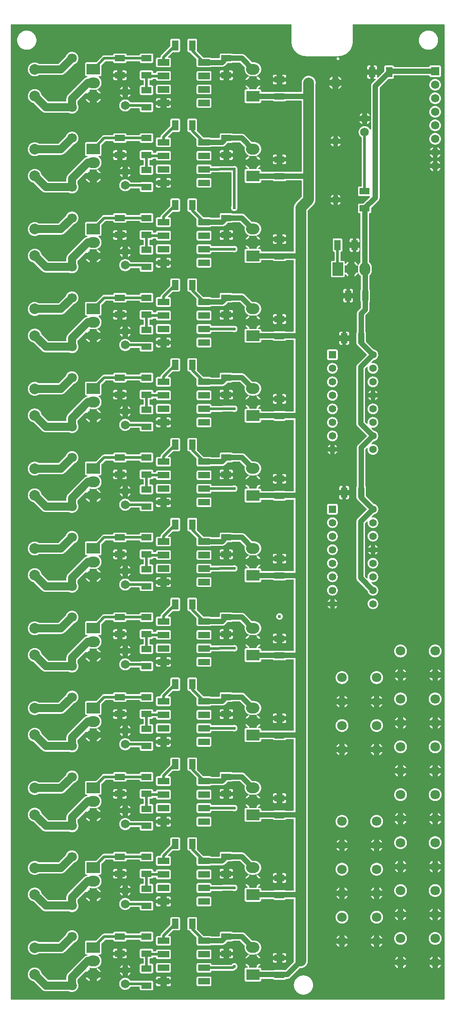
<source format=gtl>
G04 Layer: TopLayer*
G04 EasyEDA v6.4.7, 2020-11-30T22:32:52--5:00*
G04 76768ecdb7b1411bbbfdaf268766b05e,f351316c249842cba096f2da4b91d990,10*
G04 Gerber Generator version 0.2*
G04 Scale: 100 percent, Rotated: No, Reflected: No *
G04 Dimensions in millimeters *
G04 leading zeros omitted , absolute positions ,3 integer and 3 decimal *
%FSLAX33Y33*%
%MOMM*%
G90*
D02*

%ADD11C,0.499999*%
%ADD12C,1.999996*%
%ADD13C,0.999998*%
%ADD14C,1.499997*%
%ADD15C,0.609600*%
%ADD16R,1.199998X1.899996*%
%ADD17R,1.899996X1.199998*%
%ADD18C,1.799996*%
%ADD19R,1.574800X1.574800*%
%ADD20C,1.574800*%
%ADD21C,1.524000*%
%ADD25C,1.651000*%
%ADD26R,1.397000X1.397000*%
%ADD27C,1.397000*%

%LPD*%
G36*
G01X52891Y183493D02*
G01X358Y183493D01*
G01X343Y183492D01*
G01X329Y183489D01*
G01X315Y183484D01*
G01X303Y183477D01*
G01X291Y183468D01*
G01X281Y183458D01*
G01X272Y183446D01*
G01X265Y183434D01*
G01X260Y183420D01*
G01X257Y183406D01*
G01X256Y183391D01*
G01X256Y358D01*
G01X257Y343D01*
G01X260Y329D01*
G01X265Y315D01*
G01X272Y303D01*
G01X281Y291D01*
G01X291Y281D01*
G01X303Y272D01*
G01X315Y265D01*
G01X329Y260D01*
G01X343Y257D01*
G01X358Y256D01*
G01X81641Y256D01*
G01X81656Y257D01*
G01X81670Y260D01*
G01X81684Y265D01*
G01X81696Y272D01*
G01X81708Y281D01*
G01X81718Y291D01*
G01X81727Y303D01*
G01X81734Y315D01*
G01X81739Y329D01*
G01X81742Y343D01*
G01X81743Y358D01*
G01X81743Y183391D01*
G01X81742Y183406D01*
G01X81739Y183420D01*
G01X81734Y183434D01*
G01X81727Y183446D01*
G01X81718Y183458D01*
G01X81708Y183468D01*
G01X81696Y183477D01*
G01X81684Y183484D01*
G01X81670Y183489D01*
G01X81656Y183492D01*
G01X81641Y183493D01*
G01X64608Y183493D01*
G01X64593Y183492D01*
G01X64579Y183489D01*
G01X64565Y183484D01*
G01X64553Y183477D01*
G01X64541Y183468D01*
G01X64531Y183458D01*
G01X64522Y183446D01*
G01X64515Y183434D01*
G01X64510Y183420D01*
G01X64507Y183406D01*
G01X64506Y183391D01*
G01X64506Y180236D01*
G01X64505Y180160D01*
G01X64501Y180084D01*
G01X64495Y180009D01*
G01X64488Y179934D01*
G01X64478Y179859D01*
G01X64466Y179784D01*
G01X64453Y179710D01*
G01X64437Y179636D01*
G01X64419Y179562D01*
G01X64399Y179489D01*
G01X64377Y179417D01*
G01X64353Y179345D01*
G01X64328Y179274D01*
G01X64300Y179203D01*
G01X64270Y179134D01*
G01X64239Y179065D01*
G01X64205Y178997D01*
G01X64170Y178930D01*
G01X64133Y178864D01*
G01X64094Y178800D01*
G01X64053Y178736D01*
G01X64011Y178673D01*
G01X63967Y178612D01*
G01X63921Y178552D01*
G01X63873Y178493D01*
G01X63824Y178435D01*
G01X63774Y178379D01*
G01X63722Y178324D01*
G01X63668Y178271D01*
G01X63613Y178219D01*
G01X63557Y178168D01*
G01X63499Y178119D01*
G01X63440Y178072D01*
G01X63380Y178027D01*
G01X63318Y177983D01*
G01X63255Y177941D01*
G01X63191Y177900D01*
G01X63126Y177861D01*
G01X63060Y177825D01*
G01X62993Y177790D01*
G01X62925Y177756D01*
G01X62856Y177725D01*
G01X62787Y177696D01*
G01X62716Y177668D01*
G01X62645Y177643D01*
G01X62573Y177619D01*
G01X62501Y177597D01*
G01X62428Y177578D01*
G01X62354Y177560D01*
G01X62280Y177545D01*
G01X62206Y177531D01*
G01X62131Y177520D01*
G01X62056Y177510D01*
G01X61980Y177503D01*
G01X61905Y177497D01*
G01X61829Y177494D01*
G01X61754Y177493D01*
G01X55750Y177493D01*
G01X55674Y177494D01*
G01X55598Y177497D01*
G01X55522Y177502D01*
G01X55447Y177510D01*
G01X55372Y177519D01*
G01X55297Y177530D01*
G01X55222Y177544D01*
G01X55148Y177559D01*
G01X55075Y177577D01*
G01X55001Y177596D01*
G01X54929Y177618D01*
G01X54857Y177642D01*
G01X54785Y177667D01*
G01X54715Y177695D01*
G01X54645Y177724D01*
G01X54576Y177755D01*
G01X54508Y177788D01*
G01X54441Y177824D01*
G01X54375Y177860D01*
G01X54309Y177899D01*
G01X54245Y177940D01*
G01X54183Y177982D01*
G01X54121Y178026D01*
G01X54060Y178071D01*
G01X54001Y178118D01*
G01X53943Y178167D01*
G01X53887Y178218D01*
G01X53831Y178270D01*
G01X53778Y178323D01*
G01X53726Y178378D01*
G01X53675Y178434D01*
G01X53626Y178492D01*
G01X53578Y178551D01*
G01X53532Y178611D01*
G01X53488Y178673D01*
G01X53446Y178736D01*
G01X53405Y178800D01*
G01X53366Y178865D01*
G01X53329Y178931D01*
G01X53294Y178998D01*
G01X53260Y179066D01*
G01X53229Y179134D01*
G01X53199Y179204D01*
G01X53171Y179275D01*
G01X53145Y179346D01*
G01X53121Y179418D01*
G01X53100Y179490D01*
G01X53080Y179563D01*
G01X53062Y179637D01*
G01X53046Y179711D01*
G01X53032Y179786D01*
G01X53021Y179860D01*
G01X53011Y179936D01*
G01X53003Y180011D01*
G01X52998Y180086D01*
G01X52994Y180162D01*
G01X52993Y180238D01*
G01X52993Y183391D01*
G01X52992Y183406D01*
G01X52989Y183420D01*
G01X52984Y183434D01*
G01X52977Y183446D01*
G01X52968Y183458D01*
G01X52958Y183468D01*
G01X52946Y183477D01*
G01X52934Y183484D01*
G01X52920Y183489D01*
G01X52906Y183492D01*
G01X52891Y183493D01*
G37*

%LPC*%
G36*
G01X56298Y173801D02*
G01X56245Y173802D01*
G01X56191Y173801D01*
G01X56137Y173798D01*
G01X56084Y173792D01*
G01X56031Y173784D01*
G01X55978Y173774D01*
G01X55925Y173762D01*
G01X55873Y173748D01*
G01X55822Y173731D01*
G01X55772Y173713D01*
G01X55722Y173692D01*
G01X55673Y173670D01*
G01X55625Y173645D01*
G01X55578Y173618D01*
G01X55533Y173590D01*
G01X55488Y173560D01*
G01X55445Y173527D01*
G01X55403Y173493D01*
G01X55363Y173458D01*
G01X55324Y173421D01*
G01X55288Y173385D01*
G01X55251Y173346D01*
G01X55216Y173306D01*
G01X55182Y173264D01*
G01X55149Y173221D01*
G01X55119Y173176D01*
G01X55091Y173131D01*
G01X55064Y173084D01*
G01X55039Y173036D01*
G01X55017Y172987D01*
G01X54996Y172937D01*
G01X54978Y172887D01*
G01X54961Y172836D01*
G01X54947Y172784D01*
G01X54935Y172731D01*
G01X54925Y172678D01*
G01X54917Y172625D01*
G01X54911Y172572D01*
G01X54908Y172518D01*
G01X54907Y172464D01*
G01X54907Y170864D01*
G01X54906Y170849D01*
G01X54903Y170835D01*
G01X54898Y170821D01*
G01X54891Y170809D01*
G01X54882Y170797D01*
G01X54872Y170787D01*
G01X54860Y170778D01*
G01X54848Y170771D01*
G01X54834Y170766D01*
G01X54820Y170763D01*
G01X54805Y170762D01*
G01X51875Y170762D01*
G01X51859Y170763D01*
G01X51845Y170767D01*
G01X51831Y170772D01*
G01X51806Y170783D01*
G01X51780Y170791D01*
G01X51753Y170797D01*
G01X51726Y170801D01*
G01X51699Y170802D01*
G01X49799Y170802D01*
G01X49772Y170801D01*
G01X49745Y170797D01*
G01X49719Y170791D01*
G01X49693Y170783D01*
G01X49668Y170772D01*
G01X49654Y170767D01*
G01X49639Y170763D01*
G01X49624Y170762D01*
G01X47403Y170762D01*
G01X47389Y170763D01*
G01X47375Y170766D01*
G01X47361Y170771D01*
G01X47348Y170778D01*
G01X47337Y170787D01*
G01X47327Y170797D01*
G01X47318Y170809D01*
G01X47311Y170821D01*
G01X47306Y170835D01*
G01X47303Y170849D01*
G01X47302Y170864D01*
G01X47302Y170960D01*
G01X47301Y170985D01*
G01X47298Y171010D01*
G01X47292Y171035D01*
G01X47285Y171058D01*
G01X47276Y171082D01*
G01X47265Y171104D01*
G01X47252Y171126D01*
G01X47238Y171146D01*
G01X47222Y171165D01*
G01X47204Y171183D01*
G01X47185Y171199D01*
G01X47165Y171214D01*
G01X47143Y171226D01*
G01X47121Y171237D01*
G01X47097Y171246D01*
G01X47073Y171254D01*
G01X47049Y171259D01*
G01X47024Y171262D01*
G01X46999Y171263D01*
G01X46826Y171263D01*
G01X46811Y171264D01*
G01X46797Y171267D01*
G01X46784Y171272D01*
G01X46771Y171279D01*
G01X46759Y171288D01*
G01X46749Y171298D01*
G01X46740Y171309D01*
G01X46734Y171322D01*
G01X46728Y171336D01*
G01X46725Y171350D01*
G01X46724Y171364D01*
G01X46726Y171380D01*
G01X46729Y171396D01*
G01X46735Y171410D01*
G01X46744Y171424D01*
G01X46754Y171436D01*
G01X46766Y171447D01*
G01X46809Y171479D01*
G01X46850Y171513D01*
G01X46890Y171549D01*
G01X46928Y171586D01*
G01X46965Y171625D01*
G01X47000Y171666D01*
G01X47034Y171708D01*
G01X47066Y171751D01*
G01X47095Y171796D01*
G01X47123Y171841D01*
G01X47150Y171888D01*
G01X47174Y171936D01*
G01X46438Y171936D01*
G01X46438Y171364D01*
G01X46437Y171350D01*
G01X46434Y171336D01*
G01X46429Y171322D01*
G01X46422Y171309D01*
G01X46413Y171298D01*
G01X46403Y171288D01*
G01X46391Y171279D01*
G01X46379Y171272D01*
G01X46365Y171267D01*
G01X46351Y171264D01*
G01X46336Y171263D01*
G01X45163Y171263D01*
G01X45148Y171264D01*
G01X45134Y171267D01*
G01X45120Y171272D01*
G01X45108Y171279D01*
G01X45096Y171288D01*
G01X45086Y171298D01*
G01X45077Y171309D01*
G01X45070Y171322D01*
G01X45065Y171336D01*
G01X45062Y171350D01*
G01X45061Y171364D01*
G01X45061Y171936D01*
G01X44325Y171936D01*
G01X44349Y171888D01*
G01X44376Y171841D01*
G01X44404Y171796D01*
G01X44433Y171751D01*
G01X44465Y171708D01*
G01X44499Y171666D01*
G01X44534Y171625D01*
G01X44571Y171586D01*
G01X44609Y171549D01*
G01X44649Y171513D01*
G01X44690Y171479D01*
G01X44733Y171447D01*
G01X44745Y171436D01*
G01X44755Y171424D01*
G01X44764Y171410D01*
G01X44770Y171396D01*
G01X44773Y171380D01*
G01X44775Y171364D01*
G01X44774Y171350D01*
G01X44771Y171336D01*
G01X44765Y171322D01*
G01X44759Y171309D01*
G01X44750Y171298D01*
G01X44740Y171288D01*
G01X44728Y171279D01*
G01X44715Y171272D01*
G01X44702Y171267D01*
G01X44688Y171264D01*
G01X44673Y171263D01*
G01X44500Y171263D01*
G01X44475Y171262D01*
G01X44450Y171259D01*
G01X44426Y171254D01*
G01X44402Y171246D01*
G01X44378Y171237D01*
G01X44356Y171226D01*
G01X44334Y171214D01*
G01X44314Y171199D01*
G01X44295Y171183D01*
G01X44277Y171165D01*
G01X44261Y171146D01*
G01X44247Y171126D01*
G01X44234Y171104D01*
G01X44223Y171082D01*
G01X44214Y171058D01*
G01X44207Y171035D01*
G01X44201Y171010D01*
G01X44198Y170985D01*
G01X44197Y170960D01*
G01X44197Y168959D01*
G01X44198Y168934D01*
G01X44201Y168909D01*
G01X44207Y168884D01*
G01X44214Y168861D01*
G01X44223Y168837D01*
G01X44234Y168815D01*
G01X44247Y168793D01*
G01X44261Y168773D01*
G01X44277Y168754D01*
G01X44295Y168736D01*
G01X44314Y168720D01*
G01X44334Y168705D01*
G01X44356Y168693D01*
G01X44378Y168682D01*
G01X44402Y168673D01*
G01X44426Y168665D01*
G01X44450Y168660D01*
G01X44475Y168657D01*
G01X44500Y168656D01*
G01X46999Y168656D01*
G01X47024Y168657D01*
G01X47049Y168660D01*
G01X47073Y168665D01*
G01X47097Y168673D01*
G01X47121Y168682D01*
G01X47143Y168693D01*
G01X47165Y168705D01*
G01X47185Y168720D01*
G01X47204Y168736D01*
G01X47222Y168754D01*
G01X47238Y168773D01*
G01X47252Y168793D01*
G01X47265Y168815D01*
G01X47276Y168837D01*
G01X47285Y168861D01*
G01X47292Y168884D01*
G01X47298Y168909D01*
G01X47301Y168934D01*
G01X47302Y168959D01*
G01X47302Y169055D01*
G01X47303Y169070D01*
G01X47306Y169084D01*
G01X47311Y169098D01*
G01X47318Y169110D01*
G01X47327Y169122D01*
G01X47337Y169132D01*
G01X47348Y169141D01*
G01X47361Y169148D01*
G01X47375Y169153D01*
G01X47389Y169156D01*
G01X47403Y169157D01*
G01X49477Y169157D01*
G01X49493Y169156D01*
G01X49508Y169152D01*
G01X49523Y169146D01*
G01X49536Y169138D01*
G01X49548Y169128D01*
G01X49558Y169117D01*
G01X49574Y169097D01*
G01X49592Y169079D01*
G01X49611Y169063D01*
G01X49632Y169048D01*
G01X49654Y169034D01*
G01X49676Y169023D01*
G01X49700Y169014D01*
G01X49724Y169006D01*
G01X49749Y169001D01*
G01X49774Y168998D01*
G01X49799Y168997D01*
G01X51699Y168997D01*
G01X51725Y168998D01*
G01X51750Y169001D01*
G01X51775Y169006D01*
G01X51799Y169014D01*
G01X51823Y169023D01*
G01X51845Y169034D01*
G01X51867Y169048D01*
G01X51887Y169063D01*
G01X51907Y169079D01*
G01X51924Y169097D01*
G01X51940Y169117D01*
G01X51951Y169128D01*
G01X51963Y169138D01*
G01X51976Y169146D01*
G01X51991Y169152D01*
G01X52006Y169156D01*
G01X52021Y169157D01*
G01X54805Y169157D01*
G01X54820Y169156D01*
G01X54834Y169153D01*
G01X54848Y169148D01*
G01X54860Y169141D01*
G01X54872Y169132D01*
G01X54882Y169122D01*
G01X54891Y169110D01*
G01X54898Y169098D01*
G01X54903Y169084D01*
G01X54906Y169070D01*
G01X54907Y169055D01*
G01X54907Y155864D01*
G01X54906Y155849D01*
G01X54903Y155835D01*
G01X54898Y155821D01*
G01X54891Y155809D01*
G01X54882Y155797D01*
G01X54872Y155787D01*
G01X54860Y155778D01*
G01X54848Y155771D01*
G01X54834Y155766D01*
G01X54820Y155763D01*
G01X54805Y155762D01*
G01X51875Y155762D01*
G01X51859Y155763D01*
G01X51845Y155767D01*
G01X51831Y155772D01*
G01X51806Y155783D01*
G01X51780Y155791D01*
G01X51753Y155797D01*
G01X51726Y155801D01*
G01X51699Y155802D01*
G01X49799Y155802D01*
G01X49772Y155801D01*
G01X49745Y155797D01*
G01X49719Y155791D01*
G01X49693Y155783D01*
G01X49668Y155772D01*
G01X49654Y155767D01*
G01X49639Y155763D01*
G01X49624Y155762D01*
G01X47403Y155762D01*
G01X47389Y155763D01*
G01X47375Y155766D01*
G01X47361Y155771D01*
G01X47348Y155778D01*
G01X47337Y155787D01*
G01X47327Y155797D01*
G01X47318Y155809D01*
G01X47311Y155821D01*
G01X47306Y155835D01*
G01X47303Y155849D01*
G01X47302Y155864D01*
G01X47302Y155960D01*
G01X47301Y155985D01*
G01X47298Y156010D01*
G01X47292Y156035D01*
G01X47285Y156058D01*
G01X47276Y156082D01*
G01X47265Y156104D01*
G01X47252Y156126D01*
G01X47238Y156146D01*
G01X47222Y156165D01*
G01X47204Y156183D01*
G01X47185Y156199D01*
G01X47165Y156214D01*
G01X47143Y156226D01*
G01X47121Y156237D01*
G01X47097Y156246D01*
G01X47073Y156254D01*
G01X47049Y156259D01*
G01X47024Y156262D01*
G01X46999Y156263D01*
G01X46826Y156263D01*
G01X46811Y156264D01*
G01X46797Y156267D01*
G01X46784Y156272D01*
G01X46771Y156279D01*
G01X46759Y156288D01*
G01X46749Y156298D01*
G01X46740Y156309D01*
G01X46734Y156322D01*
G01X46728Y156336D01*
G01X46725Y156350D01*
G01X46724Y156364D01*
G01X46726Y156380D01*
G01X46729Y156396D01*
G01X46735Y156410D01*
G01X46744Y156424D01*
G01X46754Y156436D01*
G01X46766Y156447D01*
G01X46809Y156479D01*
G01X46850Y156513D01*
G01X46890Y156549D01*
G01X46928Y156586D01*
G01X46965Y156625D01*
G01X47000Y156666D01*
G01X47034Y156708D01*
G01X47066Y156751D01*
G01X47095Y156796D01*
G01X47123Y156841D01*
G01X47150Y156888D01*
G01X47174Y156936D01*
G01X46438Y156936D01*
G01X46438Y156364D01*
G01X46437Y156350D01*
G01X46434Y156336D01*
G01X46429Y156322D01*
G01X46422Y156309D01*
G01X46413Y156298D01*
G01X46403Y156288D01*
G01X46391Y156279D01*
G01X46379Y156272D01*
G01X46365Y156267D01*
G01X46351Y156264D01*
G01X46336Y156263D01*
G01X45163Y156263D01*
G01X45148Y156264D01*
G01X45134Y156267D01*
G01X45120Y156272D01*
G01X45108Y156279D01*
G01X45096Y156288D01*
G01X45086Y156298D01*
G01X45077Y156309D01*
G01X45070Y156322D01*
G01X45065Y156336D01*
G01X45062Y156350D01*
G01X45061Y156364D01*
G01X45061Y156936D01*
G01X44325Y156936D01*
G01X44349Y156888D01*
G01X44376Y156841D01*
G01X44404Y156796D01*
G01X44433Y156751D01*
G01X44465Y156708D01*
G01X44499Y156666D01*
G01X44534Y156625D01*
G01X44571Y156586D01*
G01X44609Y156549D01*
G01X44649Y156513D01*
G01X44690Y156479D01*
G01X44733Y156447D01*
G01X44745Y156436D01*
G01X44755Y156424D01*
G01X44764Y156410D01*
G01X44770Y156396D01*
G01X44773Y156380D01*
G01X44775Y156364D01*
G01X44774Y156350D01*
G01X44771Y156336D01*
G01X44765Y156322D01*
G01X44759Y156309D01*
G01X44750Y156298D01*
G01X44740Y156288D01*
G01X44728Y156279D01*
G01X44715Y156272D01*
G01X44702Y156267D01*
G01X44688Y156264D01*
G01X44673Y156263D01*
G01X44500Y156263D01*
G01X44475Y156262D01*
G01X44450Y156259D01*
G01X44426Y156254D01*
G01X44402Y156246D01*
G01X44378Y156237D01*
G01X44356Y156226D01*
G01X44334Y156214D01*
G01X44314Y156199D01*
G01X44295Y156183D01*
G01X44277Y156165D01*
G01X44261Y156146D01*
G01X44247Y156126D01*
G01X44234Y156104D01*
G01X44223Y156082D01*
G01X44214Y156058D01*
G01X44207Y156035D01*
G01X44201Y156010D01*
G01X44198Y155985D01*
G01X44197Y155960D01*
G01X44197Y153959D01*
G01X44198Y153934D01*
G01X44201Y153909D01*
G01X44207Y153884D01*
G01X44214Y153861D01*
G01X44223Y153837D01*
G01X44234Y153815D01*
G01X44247Y153793D01*
G01X44261Y153773D01*
G01X44277Y153754D01*
G01X44295Y153736D01*
G01X44314Y153720D01*
G01X44334Y153705D01*
G01X44356Y153693D01*
G01X44378Y153682D01*
G01X44402Y153673D01*
G01X44426Y153665D01*
G01X44450Y153660D01*
G01X44475Y153657D01*
G01X44500Y153656D01*
G01X46999Y153656D01*
G01X47024Y153657D01*
G01X47049Y153660D01*
G01X47073Y153665D01*
G01X47097Y153673D01*
G01X47121Y153682D01*
G01X47143Y153693D01*
G01X47165Y153705D01*
G01X47185Y153720D01*
G01X47204Y153736D01*
G01X47222Y153754D01*
G01X47238Y153773D01*
G01X47252Y153793D01*
G01X47265Y153815D01*
G01X47276Y153837D01*
G01X47285Y153861D01*
G01X47292Y153884D01*
G01X47298Y153909D01*
G01X47301Y153934D01*
G01X47302Y153959D01*
G01X47302Y154055D01*
G01X47303Y154070D01*
G01X47306Y154084D01*
G01X47311Y154098D01*
G01X47318Y154110D01*
G01X47327Y154122D01*
G01X47337Y154132D01*
G01X47348Y154141D01*
G01X47361Y154148D01*
G01X47375Y154153D01*
G01X47389Y154156D01*
G01X47403Y154157D01*
G01X49477Y154157D01*
G01X49493Y154156D01*
G01X49508Y154152D01*
G01X49523Y154146D01*
G01X49536Y154138D01*
G01X49548Y154128D01*
G01X49558Y154117D01*
G01X49574Y154097D01*
G01X49592Y154079D01*
G01X49611Y154063D01*
G01X49632Y154048D01*
G01X49654Y154034D01*
G01X49676Y154023D01*
G01X49700Y154014D01*
G01X49724Y154006D01*
G01X49749Y154001D01*
G01X49774Y153998D01*
G01X49799Y153997D01*
G01X51699Y153997D01*
G01X51725Y153998D01*
G01X51750Y154001D01*
G01X51775Y154006D01*
G01X51799Y154014D01*
G01X51823Y154023D01*
G01X51845Y154034D01*
G01X51867Y154048D01*
G01X51887Y154063D01*
G01X51907Y154079D01*
G01X51924Y154097D01*
G01X51940Y154117D01*
G01X51951Y154128D01*
G01X51963Y154138D01*
G01X51976Y154146D01*
G01X51991Y154152D01*
G01X52006Y154156D01*
G01X52021Y154157D01*
G01X54805Y154157D01*
G01X54820Y154156D01*
G01X54834Y154153D01*
G01X54848Y154148D01*
G01X54860Y154141D01*
G01X54872Y154132D01*
G01X54882Y154122D01*
G01X54891Y154110D01*
G01X54898Y154098D01*
G01X54903Y154084D01*
G01X54906Y154070D01*
G01X54907Y154055D01*
G01X54907Y151081D01*
G01X54906Y151065D01*
G01X54902Y151050D01*
G01X54896Y151035D01*
G01X54888Y151021D01*
G01X54877Y151009D01*
G01X53829Y149961D01*
G01X53791Y149922D01*
G01X53756Y149881D01*
G01X53722Y149840D01*
G01X53689Y149796D01*
G01X53659Y149752D01*
G01X53631Y149706D01*
G01X53604Y149659D01*
G01X53579Y149612D01*
G01X53557Y149563D01*
G01X53536Y149513D01*
G01X53518Y149462D01*
G01X53501Y149411D01*
G01X53487Y149359D01*
G01X53475Y149307D01*
G01X53465Y149254D01*
G01X53457Y149201D01*
G01X53451Y149147D01*
G01X53448Y149093D01*
G01X53447Y149040D01*
G01X53447Y140864D01*
G01X53446Y140849D01*
G01X53443Y140835D01*
G01X53438Y140821D01*
G01X53431Y140809D01*
G01X53422Y140797D01*
G01X53412Y140787D01*
G01X53400Y140778D01*
G01X53388Y140771D01*
G01X53374Y140766D01*
G01X53360Y140763D01*
G01X53345Y140762D01*
G01X51875Y140762D01*
G01X51859Y140763D01*
G01X51845Y140767D01*
G01X51831Y140772D01*
G01X51806Y140783D01*
G01X51780Y140791D01*
G01X51753Y140797D01*
G01X51726Y140801D01*
G01X51699Y140802D01*
G01X49799Y140802D01*
G01X49772Y140801D01*
G01X49745Y140797D01*
G01X49719Y140791D01*
G01X49693Y140783D01*
G01X49668Y140772D01*
G01X49654Y140767D01*
G01X49639Y140763D01*
G01X49624Y140762D01*
G01X47403Y140762D01*
G01X47389Y140763D01*
G01X47375Y140766D01*
G01X47361Y140771D01*
G01X47348Y140778D01*
G01X47337Y140787D01*
G01X47327Y140797D01*
G01X47318Y140809D01*
G01X47311Y140821D01*
G01X47306Y140835D01*
G01X47303Y140849D01*
G01X47302Y140864D01*
G01X47302Y140960D01*
G01X47301Y140985D01*
G01X47298Y141010D01*
G01X47292Y141035D01*
G01X47285Y141058D01*
G01X47276Y141082D01*
G01X47265Y141104D01*
G01X47252Y141126D01*
G01X47238Y141146D01*
G01X47222Y141165D01*
G01X47204Y141183D01*
G01X47185Y141199D01*
G01X47165Y141214D01*
G01X47143Y141226D01*
G01X47121Y141237D01*
G01X47097Y141246D01*
G01X47073Y141254D01*
G01X47049Y141259D01*
G01X47024Y141262D01*
G01X46999Y141263D01*
G01X46826Y141263D01*
G01X46811Y141264D01*
G01X46797Y141267D01*
G01X46784Y141272D01*
G01X46771Y141279D01*
G01X46759Y141288D01*
G01X46749Y141298D01*
G01X46740Y141309D01*
G01X46734Y141322D01*
G01X46728Y141336D01*
G01X46725Y141350D01*
G01X46724Y141364D01*
G01X46726Y141380D01*
G01X46729Y141396D01*
G01X46735Y141410D01*
G01X46744Y141424D01*
G01X46754Y141436D01*
G01X46766Y141447D01*
G01X46809Y141479D01*
G01X46850Y141513D01*
G01X46890Y141549D01*
G01X46928Y141586D01*
G01X46965Y141625D01*
G01X47000Y141666D01*
G01X47034Y141708D01*
G01X47066Y141751D01*
G01X47095Y141796D01*
G01X47123Y141841D01*
G01X47150Y141888D01*
G01X47174Y141936D01*
G01X46438Y141936D01*
G01X46438Y141364D01*
G01X46437Y141350D01*
G01X46434Y141336D01*
G01X46429Y141322D01*
G01X46422Y141309D01*
G01X46413Y141298D01*
G01X46403Y141288D01*
G01X46391Y141279D01*
G01X46379Y141272D01*
G01X46365Y141267D01*
G01X46351Y141264D01*
G01X46336Y141263D01*
G01X45163Y141263D01*
G01X45148Y141264D01*
G01X45134Y141267D01*
G01X45120Y141272D01*
G01X45108Y141279D01*
G01X45096Y141288D01*
G01X45086Y141298D01*
G01X45077Y141309D01*
G01X45070Y141322D01*
G01X45065Y141336D01*
G01X45062Y141350D01*
G01X45061Y141364D01*
G01X45061Y141936D01*
G01X44325Y141936D01*
G01X44349Y141888D01*
G01X44376Y141841D01*
G01X44404Y141796D01*
G01X44433Y141751D01*
G01X44465Y141708D01*
G01X44499Y141666D01*
G01X44534Y141625D01*
G01X44571Y141586D01*
G01X44609Y141549D01*
G01X44649Y141513D01*
G01X44690Y141479D01*
G01X44733Y141447D01*
G01X44745Y141436D01*
G01X44755Y141424D01*
G01X44764Y141410D01*
G01X44770Y141396D01*
G01X44773Y141380D01*
G01X44775Y141364D01*
G01X44774Y141350D01*
G01X44771Y141336D01*
G01X44765Y141322D01*
G01X44759Y141309D01*
G01X44750Y141298D01*
G01X44740Y141288D01*
G01X44728Y141279D01*
G01X44715Y141272D01*
G01X44702Y141267D01*
G01X44688Y141264D01*
G01X44673Y141263D01*
G01X44500Y141263D01*
G01X44475Y141262D01*
G01X44450Y141259D01*
G01X44426Y141254D01*
G01X44402Y141246D01*
G01X44378Y141237D01*
G01X44356Y141226D01*
G01X44334Y141214D01*
G01X44314Y141199D01*
G01X44295Y141183D01*
G01X44277Y141165D01*
G01X44261Y141146D01*
G01X44247Y141126D01*
G01X44234Y141104D01*
G01X44223Y141082D01*
G01X44214Y141058D01*
G01X44207Y141035D01*
G01X44201Y141010D01*
G01X44198Y140985D01*
G01X44197Y140960D01*
G01X44197Y138959D01*
G01X44198Y138934D01*
G01X44201Y138909D01*
G01X44207Y138884D01*
G01X44214Y138861D01*
G01X44223Y138837D01*
G01X44234Y138815D01*
G01X44247Y138793D01*
G01X44261Y138773D01*
G01X44277Y138754D01*
G01X44295Y138736D01*
G01X44314Y138720D01*
G01X44334Y138705D01*
G01X44356Y138693D01*
G01X44378Y138682D01*
G01X44402Y138673D01*
G01X44426Y138665D01*
G01X44450Y138660D01*
G01X44475Y138657D01*
G01X44500Y138656D01*
G01X46999Y138656D01*
G01X47024Y138657D01*
G01X47049Y138660D01*
G01X47073Y138665D01*
G01X47097Y138673D01*
G01X47121Y138682D01*
G01X47143Y138693D01*
G01X47165Y138705D01*
G01X47185Y138720D01*
G01X47204Y138736D01*
G01X47222Y138754D01*
G01X47238Y138773D01*
G01X47252Y138793D01*
G01X47265Y138815D01*
G01X47276Y138837D01*
G01X47285Y138861D01*
G01X47292Y138884D01*
G01X47298Y138909D01*
G01X47301Y138934D01*
G01X47302Y138959D01*
G01X47302Y139055D01*
G01X47303Y139070D01*
G01X47306Y139084D01*
G01X47311Y139098D01*
G01X47318Y139110D01*
G01X47327Y139122D01*
G01X47337Y139132D01*
G01X47348Y139141D01*
G01X47361Y139148D01*
G01X47375Y139153D01*
G01X47389Y139156D01*
G01X47403Y139157D01*
G01X49477Y139157D01*
G01X49493Y139156D01*
G01X49508Y139152D01*
G01X49523Y139146D01*
G01X49536Y139138D01*
G01X49548Y139128D01*
G01X49558Y139117D01*
G01X49574Y139097D01*
G01X49592Y139079D01*
G01X49611Y139062D01*
G01X49632Y139048D01*
G01X49654Y139034D01*
G01X49676Y139023D01*
G01X49700Y139014D01*
G01X49724Y139006D01*
G01X49749Y139001D01*
G01X49774Y138998D01*
G01X49799Y138997D01*
G01X51699Y138997D01*
G01X51725Y138998D01*
G01X51750Y139001D01*
G01X51775Y139006D01*
G01X51799Y139014D01*
G01X51823Y139023D01*
G01X51845Y139034D01*
G01X51867Y139048D01*
G01X51887Y139062D01*
G01X51907Y139079D01*
G01X51924Y139097D01*
G01X51940Y139117D01*
G01X51951Y139128D01*
G01X51963Y139138D01*
G01X51976Y139146D01*
G01X51991Y139152D01*
G01X52006Y139156D01*
G01X52021Y139157D01*
G01X53344Y139157D01*
G01X53359Y139156D01*
G01X53373Y139153D01*
G01X53387Y139148D01*
G01X53399Y139141D01*
G01X53411Y139132D01*
G01X53421Y139122D01*
G01X53430Y139110D01*
G01X53437Y139098D01*
G01X53442Y139084D01*
G01X53445Y139070D01*
G01X53446Y139055D01*
G01X53446Y125864D01*
G01X53445Y125849D01*
G01X53442Y125835D01*
G01X53437Y125821D01*
G01X53430Y125809D01*
G01X53421Y125797D01*
G01X53411Y125787D01*
G01X53399Y125778D01*
G01X53387Y125771D01*
G01X53373Y125766D01*
G01X53359Y125763D01*
G01X53344Y125762D01*
G01X51875Y125762D01*
G01X51859Y125763D01*
G01X51845Y125767D01*
G01X51831Y125772D01*
G01X51806Y125783D01*
G01X51780Y125791D01*
G01X51753Y125797D01*
G01X51726Y125801D01*
G01X51699Y125802D01*
G01X49799Y125802D01*
G01X49772Y125801D01*
G01X49745Y125797D01*
G01X49719Y125791D01*
G01X49693Y125783D01*
G01X49668Y125772D01*
G01X49654Y125767D01*
G01X49639Y125763D01*
G01X49624Y125762D01*
G01X47403Y125762D01*
G01X47389Y125763D01*
G01X47375Y125766D01*
G01X47361Y125771D01*
G01X47348Y125778D01*
G01X47337Y125787D01*
G01X47327Y125797D01*
G01X47318Y125809D01*
G01X47311Y125821D01*
G01X47306Y125835D01*
G01X47303Y125849D01*
G01X47302Y125864D01*
G01X47302Y125960D01*
G01X47301Y125985D01*
G01X47298Y126010D01*
G01X47292Y126035D01*
G01X47285Y126058D01*
G01X47276Y126082D01*
G01X47265Y126104D01*
G01X47252Y126126D01*
G01X47238Y126146D01*
G01X47222Y126165D01*
G01X47204Y126183D01*
G01X47185Y126199D01*
G01X47165Y126214D01*
G01X47143Y126226D01*
G01X47121Y126237D01*
G01X47097Y126246D01*
G01X47073Y126254D01*
G01X47049Y126259D01*
G01X47024Y126262D01*
G01X46999Y126263D01*
G01X46826Y126263D01*
G01X46811Y126264D01*
G01X46797Y126267D01*
G01X46784Y126272D01*
G01X46771Y126279D01*
G01X46759Y126288D01*
G01X46749Y126298D01*
G01X46740Y126309D01*
G01X46734Y126322D01*
G01X46728Y126336D01*
G01X46725Y126350D01*
G01X46724Y126364D01*
G01X46726Y126380D01*
G01X46729Y126396D01*
G01X46735Y126410D01*
G01X46744Y126424D01*
G01X46754Y126436D01*
G01X46766Y126447D01*
G01X46809Y126479D01*
G01X46850Y126513D01*
G01X46890Y126549D01*
G01X46928Y126586D01*
G01X46965Y126625D01*
G01X47000Y126666D01*
G01X47034Y126708D01*
G01X47066Y126751D01*
G01X47095Y126796D01*
G01X47123Y126841D01*
G01X47150Y126888D01*
G01X47174Y126936D01*
G01X46438Y126936D01*
G01X46438Y126364D01*
G01X46437Y126350D01*
G01X46434Y126336D01*
G01X46429Y126322D01*
G01X46422Y126309D01*
G01X46413Y126298D01*
G01X46403Y126288D01*
G01X46391Y126279D01*
G01X46379Y126272D01*
G01X46365Y126267D01*
G01X46351Y126264D01*
G01X46336Y126263D01*
G01X45163Y126263D01*
G01X45148Y126264D01*
G01X45134Y126267D01*
G01X45120Y126272D01*
G01X45108Y126279D01*
G01X45096Y126288D01*
G01X45086Y126298D01*
G01X45077Y126309D01*
G01X45070Y126322D01*
G01X45065Y126336D01*
G01X45062Y126350D01*
G01X45061Y126364D01*
G01X45061Y126936D01*
G01X44325Y126936D01*
G01X44349Y126888D01*
G01X44376Y126841D01*
G01X44404Y126796D01*
G01X44433Y126751D01*
G01X44465Y126708D01*
G01X44499Y126666D01*
G01X44534Y126625D01*
G01X44571Y126586D01*
G01X44609Y126549D01*
G01X44649Y126513D01*
G01X44690Y126479D01*
G01X44733Y126447D01*
G01X44745Y126436D01*
G01X44755Y126424D01*
G01X44764Y126410D01*
G01X44770Y126396D01*
G01X44773Y126380D01*
G01X44775Y126364D01*
G01X44774Y126350D01*
G01X44771Y126336D01*
G01X44765Y126322D01*
G01X44759Y126309D01*
G01X44750Y126298D01*
G01X44740Y126288D01*
G01X44728Y126279D01*
G01X44715Y126272D01*
G01X44702Y126267D01*
G01X44688Y126264D01*
G01X44673Y126263D01*
G01X44500Y126263D01*
G01X44475Y126262D01*
G01X44450Y126259D01*
G01X44426Y126254D01*
G01X44402Y126246D01*
G01X44378Y126237D01*
G01X44356Y126226D01*
G01X44334Y126214D01*
G01X44314Y126199D01*
G01X44295Y126183D01*
G01X44277Y126165D01*
G01X44261Y126146D01*
G01X44247Y126126D01*
G01X44234Y126104D01*
G01X44223Y126082D01*
G01X44214Y126058D01*
G01X44207Y126035D01*
G01X44201Y126010D01*
G01X44198Y125985D01*
G01X44197Y125960D01*
G01X44197Y123959D01*
G01X44198Y123934D01*
G01X44201Y123909D01*
G01X44207Y123884D01*
G01X44214Y123861D01*
G01X44223Y123837D01*
G01X44234Y123815D01*
G01X44247Y123793D01*
G01X44261Y123773D01*
G01X44277Y123754D01*
G01X44295Y123736D01*
G01X44314Y123720D01*
G01X44334Y123705D01*
G01X44356Y123693D01*
G01X44378Y123682D01*
G01X44402Y123673D01*
G01X44426Y123665D01*
G01X44450Y123660D01*
G01X44475Y123657D01*
G01X44500Y123656D01*
G01X46999Y123656D01*
G01X47024Y123657D01*
G01X47049Y123660D01*
G01X47073Y123665D01*
G01X47097Y123673D01*
G01X47121Y123682D01*
G01X47143Y123693D01*
G01X47165Y123705D01*
G01X47185Y123720D01*
G01X47204Y123736D01*
G01X47222Y123754D01*
G01X47238Y123773D01*
G01X47252Y123793D01*
G01X47265Y123815D01*
G01X47276Y123837D01*
G01X47285Y123861D01*
G01X47292Y123884D01*
G01X47298Y123909D01*
G01X47301Y123934D01*
G01X47302Y123959D01*
G01X47302Y124055D01*
G01X47303Y124070D01*
G01X47306Y124084D01*
G01X47311Y124098D01*
G01X47318Y124110D01*
G01X47327Y124122D01*
G01X47337Y124132D01*
G01X47348Y124141D01*
G01X47361Y124148D01*
G01X47375Y124153D01*
G01X47389Y124156D01*
G01X47403Y124157D01*
G01X49477Y124157D01*
G01X49493Y124156D01*
G01X49508Y124152D01*
G01X49523Y124146D01*
G01X49536Y124138D01*
G01X49548Y124128D01*
G01X49558Y124117D01*
G01X49574Y124097D01*
G01X49592Y124079D01*
G01X49611Y124062D01*
G01X49632Y124048D01*
G01X49654Y124034D01*
G01X49676Y124023D01*
G01X49700Y124014D01*
G01X49724Y124006D01*
G01X49749Y124001D01*
G01X49774Y123998D01*
G01X49799Y123997D01*
G01X51699Y123997D01*
G01X51725Y123998D01*
G01X51750Y124001D01*
G01X51775Y124006D01*
G01X51799Y124014D01*
G01X51823Y124023D01*
G01X51845Y124034D01*
G01X51867Y124048D01*
G01X51887Y124062D01*
G01X51907Y124079D01*
G01X51924Y124097D01*
G01X51940Y124117D01*
G01X51951Y124128D01*
G01X51963Y124138D01*
G01X51976Y124146D01*
G01X51991Y124152D01*
G01X52006Y124156D01*
G01X52021Y124157D01*
G01X53344Y124157D01*
G01X53359Y124156D01*
G01X53373Y124153D01*
G01X53387Y124148D01*
G01X53399Y124141D01*
G01X53411Y124132D01*
G01X53421Y124122D01*
G01X53430Y124110D01*
G01X53437Y124098D01*
G01X53442Y124084D01*
G01X53445Y124070D01*
G01X53446Y124055D01*
G01X53446Y110864D01*
G01X53445Y110849D01*
G01X53442Y110835D01*
G01X53437Y110821D01*
G01X53430Y110809D01*
G01X53421Y110797D01*
G01X53411Y110787D01*
G01X53399Y110778D01*
G01X53387Y110771D01*
G01X53373Y110766D01*
G01X53359Y110763D01*
G01X53344Y110762D01*
G01X51875Y110762D01*
G01X51859Y110763D01*
G01X51845Y110767D01*
G01X51831Y110772D01*
G01X51806Y110783D01*
G01X51780Y110791D01*
G01X51753Y110797D01*
G01X51726Y110801D01*
G01X51699Y110802D01*
G01X49799Y110802D01*
G01X49772Y110801D01*
G01X49745Y110797D01*
G01X49719Y110791D01*
G01X49693Y110783D01*
G01X49668Y110772D01*
G01X49654Y110767D01*
G01X49639Y110763D01*
G01X49624Y110762D01*
G01X47403Y110762D01*
G01X47389Y110763D01*
G01X47375Y110766D01*
G01X47361Y110771D01*
G01X47348Y110778D01*
G01X47337Y110787D01*
G01X47327Y110797D01*
G01X47318Y110809D01*
G01X47311Y110821D01*
G01X47306Y110835D01*
G01X47303Y110849D01*
G01X47302Y110864D01*
G01X47302Y110960D01*
G01X47301Y110985D01*
G01X47298Y111010D01*
G01X47292Y111035D01*
G01X47285Y111058D01*
G01X47276Y111082D01*
G01X47265Y111104D01*
G01X47252Y111126D01*
G01X47238Y111146D01*
G01X47222Y111165D01*
G01X47204Y111183D01*
G01X47185Y111199D01*
G01X47165Y111214D01*
G01X47143Y111226D01*
G01X47121Y111237D01*
G01X47097Y111246D01*
G01X47073Y111254D01*
G01X47049Y111259D01*
G01X47024Y111262D01*
G01X46999Y111263D01*
G01X46826Y111263D01*
G01X46811Y111264D01*
G01X46797Y111267D01*
G01X46784Y111272D01*
G01X46771Y111279D01*
G01X46759Y111288D01*
G01X46749Y111298D01*
G01X46740Y111309D01*
G01X46734Y111322D01*
G01X46728Y111336D01*
G01X46725Y111350D01*
G01X46724Y111364D01*
G01X46726Y111380D01*
G01X46729Y111396D01*
G01X46735Y111410D01*
G01X46744Y111424D01*
G01X46754Y111436D01*
G01X46766Y111446D01*
G01X46809Y111479D01*
G01X46850Y111513D01*
G01X46890Y111549D01*
G01X46928Y111586D01*
G01X46965Y111625D01*
G01X47000Y111666D01*
G01X47034Y111708D01*
G01X47066Y111751D01*
G01X47124Y111841D01*
G01X47150Y111888D01*
G01X47174Y111936D01*
G01X46438Y111936D01*
G01X46438Y111364D01*
G01X46437Y111350D01*
G01X46434Y111336D01*
G01X46429Y111322D01*
G01X46422Y111309D01*
G01X46413Y111298D01*
G01X46403Y111288D01*
G01X46391Y111279D01*
G01X46379Y111272D01*
G01X46365Y111267D01*
G01X46351Y111264D01*
G01X46336Y111263D01*
G01X45163Y111263D01*
G01X45148Y111264D01*
G01X45134Y111267D01*
G01X45120Y111272D01*
G01X45108Y111279D01*
G01X45096Y111288D01*
G01X45086Y111298D01*
G01X45077Y111309D01*
G01X45070Y111322D01*
G01X45065Y111336D01*
G01X45062Y111350D01*
G01X45061Y111364D01*
G01X45061Y111936D01*
G01X44325Y111936D01*
G01X44349Y111888D01*
G01X44376Y111841D01*
G01X44404Y111796D01*
G01X44433Y111751D01*
G01X44465Y111708D01*
G01X44499Y111666D01*
G01X44534Y111625D01*
G01X44571Y111586D01*
G01X44609Y111549D01*
G01X44649Y111513D01*
G01X44690Y111479D01*
G01X44733Y111446D01*
G01X44745Y111436D01*
G01X44755Y111424D01*
G01X44764Y111410D01*
G01X44770Y111396D01*
G01X44773Y111380D01*
G01X44775Y111364D01*
G01X44774Y111350D01*
G01X44771Y111336D01*
G01X44766Y111322D01*
G01X44759Y111309D01*
G01X44750Y111298D01*
G01X44740Y111288D01*
G01X44728Y111279D01*
G01X44715Y111272D01*
G01X44702Y111267D01*
G01X44688Y111264D01*
G01X44673Y111263D01*
G01X44500Y111263D01*
G01X44475Y111262D01*
G01X44450Y111259D01*
G01X44426Y111254D01*
G01X44402Y111246D01*
G01X44378Y111237D01*
G01X44356Y111226D01*
G01X44334Y111214D01*
G01X44314Y111199D01*
G01X44295Y111183D01*
G01X44277Y111165D01*
G01X44261Y111146D01*
G01X44247Y111126D01*
G01X44234Y111104D01*
G01X44223Y111082D01*
G01X44214Y111058D01*
G01X44207Y111035D01*
G01X44201Y111010D01*
G01X44198Y110985D01*
G01X44197Y110960D01*
G01X44197Y108959D01*
G01X44198Y108934D01*
G01X44201Y108909D01*
G01X44207Y108884D01*
G01X44214Y108860D01*
G01X44223Y108837D01*
G01X44234Y108815D01*
G01X44247Y108793D01*
G01X44261Y108773D01*
G01X44277Y108754D01*
G01X44295Y108736D01*
G01X44314Y108720D01*
G01X44334Y108705D01*
G01X44356Y108693D01*
G01X44378Y108682D01*
G01X44402Y108673D01*
G01X44426Y108665D01*
G01X44450Y108660D01*
G01X44475Y108657D01*
G01X44500Y108656D01*
G01X46999Y108656D01*
G01X47024Y108657D01*
G01X47049Y108660D01*
G01X47073Y108665D01*
G01X47097Y108673D01*
G01X47121Y108682D01*
G01X47143Y108693D01*
G01X47165Y108705D01*
G01X47185Y108720D01*
G01X47204Y108736D01*
G01X47222Y108754D01*
G01X47238Y108773D01*
G01X47252Y108793D01*
G01X47265Y108815D01*
G01X47276Y108837D01*
G01X47285Y108860D01*
G01X47292Y108884D01*
G01X47298Y108909D01*
G01X47301Y108934D01*
G01X47302Y108959D01*
G01X47302Y109055D01*
G01X47303Y109070D01*
G01X47306Y109084D01*
G01X47311Y109098D01*
G01X47318Y109110D01*
G01X47327Y109122D01*
G01X47337Y109132D01*
G01X47348Y109141D01*
G01X47361Y109148D01*
G01X47375Y109153D01*
G01X47389Y109156D01*
G01X47403Y109157D01*
G01X49477Y109157D01*
G01X49493Y109156D01*
G01X49508Y109152D01*
G01X49523Y109146D01*
G01X49536Y109138D01*
G01X49548Y109128D01*
G01X49558Y109117D01*
G01X49574Y109097D01*
G01X49592Y109079D01*
G01X49611Y109063D01*
G01X49632Y109048D01*
G01X49654Y109034D01*
G01X49676Y109023D01*
G01X49700Y109014D01*
G01X49724Y109006D01*
G01X49749Y109001D01*
G01X49774Y108998D01*
G01X49799Y108997D01*
G01X51699Y108997D01*
G01X51725Y108998D01*
G01X51750Y109001D01*
G01X51775Y109006D01*
G01X51799Y109014D01*
G01X51823Y109023D01*
G01X51845Y109034D01*
G01X51867Y109048D01*
G01X51887Y109063D01*
G01X51907Y109079D01*
G01X51924Y109097D01*
G01X51940Y109117D01*
G01X51951Y109128D01*
G01X51963Y109138D01*
G01X51976Y109146D01*
G01X51991Y109152D01*
G01X52006Y109156D01*
G01X52021Y109157D01*
G01X53344Y109157D01*
G01X53359Y109156D01*
G01X53373Y109153D01*
G01X53387Y109148D01*
G01X53399Y109141D01*
G01X53411Y109132D01*
G01X53421Y109122D01*
G01X53430Y109110D01*
G01X53437Y109098D01*
G01X53442Y109084D01*
G01X53445Y109070D01*
G01X53446Y109055D01*
G01X53446Y95864D01*
G01X53445Y95849D01*
G01X53442Y95835D01*
G01X53437Y95821D01*
G01X53430Y95809D01*
G01X53421Y95797D01*
G01X53411Y95787D01*
G01X53399Y95778D01*
G01X53387Y95771D01*
G01X53373Y95766D01*
G01X53359Y95763D01*
G01X53344Y95762D01*
G01X51875Y95762D01*
G01X51859Y95763D01*
G01X51845Y95767D01*
G01X51831Y95772D01*
G01X51806Y95783D01*
G01X51780Y95791D01*
G01X51753Y95797D01*
G01X51726Y95801D01*
G01X51699Y95802D01*
G01X49799Y95802D01*
G01X49772Y95801D01*
G01X49745Y95797D01*
G01X49719Y95791D01*
G01X49693Y95783D01*
G01X49668Y95772D01*
G01X49654Y95767D01*
G01X49639Y95763D01*
G01X49624Y95762D01*
G01X47403Y95762D01*
G01X47389Y95763D01*
G01X47375Y95766D01*
G01X47361Y95771D01*
G01X47348Y95778D01*
G01X47337Y95787D01*
G01X47327Y95797D01*
G01X47318Y95809D01*
G01X47311Y95821D01*
G01X47306Y95835D01*
G01X47303Y95849D01*
G01X47302Y95864D01*
G01X47302Y95960D01*
G01X47301Y95985D01*
G01X47298Y96010D01*
G01X47292Y96035D01*
G01X47285Y96058D01*
G01X47276Y96082D01*
G01X47265Y96104D01*
G01X47252Y96126D01*
G01X47238Y96146D01*
G01X47222Y96165D01*
G01X47204Y96183D01*
G01X47185Y96199D01*
G01X47165Y96214D01*
G01X47143Y96226D01*
G01X47121Y96237D01*
G01X47097Y96246D01*
G01X47073Y96254D01*
G01X47049Y96259D01*
G01X47024Y96262D01*
G01X46999Y96263D01*
G01X46826Y96263D01*
G01X46811Y96264D01*
G01X46797Y96267D01*
G01X46784Y96272D01*
G01X46771Y96279D01*
G01X46759Y96288D01*
G01X46749Y96298D01*
G01X46740Y96309D01*
G01X46734Y96322D01*
G01X46728Y96336D01*
G01X46725Y96350D01*
G01X46724Y96364D01*
G01X46726Y96380D01*
G01X46729Y96396D01*
G01X46735Y96410D01*
G01X46744Y96424D01*
G01X46754Y96436D01*
G01X46766Y96447D01*
G01X46809Y96479D01*
G01X46850Y96513D01*
G01X46890Y96549D01*
G01X46928Y96586D01*
G01X46965Y96625D01*
G01X47000Y96666D01*
G01X47034Y96708D01*
G01X47066Y96751D01*
G01X47095Y96796D01*
G01X47123Y96841D01*
G01X47150Y96888D01*
G01X47174Y96936D01*
G01X46438Y96936D01*
G01X46438Y96364D01*
G01X46437Y96350D01*
G01X46434Y96336D01*
G01X46429Y96322D01*
G01X46422Y96309D01*
G01X46413Y96298D01*
G01X46403Y96288D01*
G01X46391Y96279D01*
G01X46379Y96272D01*
G01X46365Y96267D01*
G01X46351Y96264D01*
G01X46336Y96263D01*
G01X45163Y96263D01*
G01X45148Y96264D01*
G01X45134Y96267D01*
G01X45120Y96272D01*
G01X45108Y96279D01*
G01X45096Y96288D01*
G01X45086Y96298D01*
G01X45077Y96309D01*
G01X45070Y96322D01*
G01X45065Y96336D01*
G01X45062Y96350D01*
G01X45061Y96364D01*
G01X45061Y96936D01*
G01X44325Y96936D01*
G01X44349Y96888D01*
G01X44376Y96841D01*
G01X44404Y96796D01*
G01X44433Y96751D01*
G01X44465Y96708D01*
G01X44499Y96666D01*
G01X44534Y96625D01*
G01X44571Y96586D01*
G01X44609Y96549D01*
G01X44649Y96513D01*
G01X44690Y96479D01*
G01X44733Y96447D01*
G01X44745Y96436D01*
G01X44755Y96424D01*
G01X44764Y96410D01*
G01X44770Y96396D01*
G01X44773Y96380D01*
G01X44775Y96364D01*
G01X44774Y96350D01*
G01X44771Y96336D01*
G01X44765Y96322D01*
G01X44759Y96309D01*
G01X44750Y96298D01*
G01X44740Y96288D01*
G01X44728Y96279D01*
G01X44715Y96272D01*
G01X44702Y96267D01*
G01X44688Y96264D01*
G01X44673Y96263D01*
G01X44500Y96263D01*
G01X44475Y96262D01*
G01X44450Y96259D01*
G01X44426Y96254D01*
G01X44402Y96246D01*
G01X44378Y96237D01*
G01X44356Y96226D01*
G01X44334Y96214D01*
G01X44314Y96199D01*
G01X44295Y96183D01*
G01X44277Y96165D01*
G01X44261Y96146D01*
G01X44247Y96126D01*
G01X44234Y96104D01*
G01X44223Y96082D01*
G01X44214Y96058D01*
G01X44207Y96035D01*
G01X44201Y96010D01*
G01X44198Y95985D01*
G01X44197Y95960D01*
G01X44197Y93959D01*
G01X44198Y93934D01*
G01X44201Y93909D01*
G01X44207Y93884D01*
G01X44214Y93861D01*
G01X44223Y93837D01*
G01X44234Y93815D01*
G01X44247Y93793D01*
G01X44261Y93773D01*
G01X44277Y93754D01*
G01X44295Y93736D01*
G01X44314Y93720D01*
G01X44334Y93705D01*
G01X44356Y93693D01*
G01X44378Y93682D01*
G01X44402Y93673D01*
G01X44426Y93665D01*
G01X44450Y93660D01*
G01X44475Y93657D01*
G01X44500Y93656D01*
G01X46999Y93656D01*
G01X47024Y93657D01*
G01X47049Y93660D01*
G01X47073Y93665D01*
G01X47097Y93673D01*
G01X47121Y93682D01*
G01X47143Y93693D01*
G01X47165Y93705D01*
G01X47185Y93720D01*
G01X47204Y93736D01*
G01X47222Y93754D01*
G01X47238Y93773D01*
G01X47252Y93793D01*
G01X47265Y93815D01*
G01X47276Y93837D01*
G01X47285Y93861D01*
G01X47292Y93884D01*
G01X47298Y93909D01*
G01X47301Y93934D01*
G01X47302Y93959D01*
G01X47302Y94055D01*
G01X47303Y94070D01*
G01X47306Y94084D01*
G01X47311Y94098D01*
G01X47318Y94110D01*
G01X47327Y94122D01*
G01X47337Y94132D01*
G01X47348Y94141D01*
G01X47361Y94148D01*
G01X47375Y94153D01*
G01X47389Y94156D01*
G01X47403Y94157D01*
G01X49477Y94157D01*
G01X49493Y94156D01*
G01X49508Y94152D01*
G01X49523Y94146D01*
G01X49536Y94138D01*
G01X49548Y94128D01*
G01X49558Y94117D01*
G01X49574Y94097D01*
G01X49592Y94079D01*
G01X49611Y94063D01*
G01X49632Y94048D01*
G01X49654Y94034D01*
G01X49676Y94023D01*
G01X49700Y94014D01*
G01X49724Y94006D01*
G01X49749Y94001D01*
G01X49774Y93998D01*
G01X49799Y93997D01*
G01X51699Y93997D01*
G01X51725Y93998D01*
G01X51750Y94001D01*
G01X51775Y94006D01*
G01X51799Y94014D01*
G01X51823Y94023D01*
G01X51845Y94034D01*
G01X51867Y94048D01*
G01X51887Y94063D01*
G01X51907Y94079D01*
G01X51924Y94097D01*
G01X51940Y94117D01*
G01X51951Y94128D01*
G01X51963Y94138D01*
G01X51976Y94146D01*
G01X51991Y94152D01*
G01X52006Y94156D01*
G01X52021Y94157D01*
G01X53344Y94157D01*
G01X53359Y94156D01*
G01X53373Y94153D01*
G01X53387Y94148D01*
G01X53399Y94141D01*
G01X53411Y94132D01*
G01X53421Y94122D01*
G01X53430Y94110D01*
G01X53437Y94098D01*
G01X53442Y94084D01*
G01X53445Y94070D01*
G01X53446Y94055D01*
G01X53446Y80864D01*
G01X53445Y80849D01*
G01X53442Y80835D01*
G01X53437Y80821D01*
G01X53430Y80809D01*
G01X53421Y80797D01*
G01X53411Y80787D01*
G01X53399Y80778D01*
G01X53387Y80771D01*
G01X53373Y80766D01*
G01X53359Y80763D01*
G01X53344Y80762D01*
G01X51875Y80762D01*
G01X51859Y80763D01*
G01X51845Y80767D01*
G01X51831Y80772D01*
G01X51806Y80783D01*
G01X51780Y80791D01*
G01X51753Y80797D01*
G01X51726Y80801D01*
G01X51699Y80802D01*
G01X49799Y80802D01*
G01X49772Y80801D01*
G01X49745Y80797D01*
G01X49719Y80791D01*
G01X49693Y80783D01*
G01X49668Y80772D01*
G01X49654Y80767D01*
G01X49639Y80763D01*
G01X49624Y80762D01*
G01X47403Y80762D01*
G01X47389Y80763D01*
G01X47375Y80766D01*
G01X47361Y80771D01*
G01X47348Y80778D01*
G01X47337Y80787D01*
G01X47327Y80797D01*
G01X47318Y80809D01*
G01X47311Y80821D01*
G01X47306Y80835D01*
G01X47303Y80849D01*
G01X47302Y80864D01*
G01X47302Y80960D01*
G01X47301Y80985D01*
G01X47298Y81010D01*
G01X47292Y81035D01*
G01X47285Y81058D01*
G01X47276Y81082D01*
G01X47265Y81104D01*
G01X47252Y81126D01*
G01X47238Y81146D01*
G01X47222Y81165D01*
G01X47204Y81183D01*
G01X47185Y81199D01*
G01X47165Y81214D01*
G01X47143Y81226D01*
G01X47121Y81237D01*
G01X47097Y81246D01*
G01X47073Y81254D01*
G01X47049Y81259D01*
G01X47024Y81262D01*
G01X46999Y81263D01*
G01X46826Y81263D01*
G01X46811Y81264D01*
G01X46797Y81267D01*
G01X46784Y81272D01*
G01X46771Y81279D01*
G01X46759Y81288D01*
G01X46749Y81298D01*
G01X46740Y81309D01*
G01X46734Y81322D01*
G01X46728Y81336D01*
G01X46725Y81350D01*
G01X46724Y81364D01*
G01X46726Y81380D01*
G01X46729Y81396D01*
G01X46735Y81410D01*
G01X46744Y81424D01*
G01X46754Y81436D01*
G01X46766Y81447D01*
G01X46809Y81479D01*
G01X46850Y81513D01*
G01X46890Y81549D01*
G01X46928Y81586D01*
G01X46965Y81625D01*
G01X47000Y81666D01*
G01X47034Y81708D01*
G01X47066Y81751D01*
G01X47095Y81796D01*
G01X47123Y81841D01*
G01X47150Y81888D01*
G01X47174Y81936D01*
G01X46438Y81936D01*
G01X46438Y81364D01*
G01X46437Y81350D01*
G01X46434Y81336D01*
G01X46429Y81322D01*
G01X46422Y81309D01*
G01X46413Y81298D01*
G01X46403Y81288D01*
G01X46391Y81279D01*
G01X46379Y81272D01*
G01X46365Y81267D01*
G01X46351Y81264D01*
G01X46336Y81263D01*
G01X45163Y81263D01*
G01X45148Y81264D01*
G01X45134Y81267D01*
G01X45120Y81272D01*
G01X45108Y81279D01*
G01X45096Y81288D01*
G01X45086Y81298D01*
G01X45077Y81309D01*
G01X45070Y81322D01*
G01X45065Y81336D01*
G01X45062Y81350D01*
G01X45061Y81364D01*
G01X45061Y81936D01*
G01X44325Y81936D01*
G01X44349Y81888D01*
G01X44376Y81841D01*
G01X44404Y81796D01*
G01X44433Y81751D01*
G01X44465Y81708D01*
G01X44499Y81666D01*
G01X44534Y81625D01*
G01X44571Y81586D01*
G01X44609Y81549D01*
G01X44649Y81513D01*
G01X44690Y81479D01*
G01X44733Y81447D01*
G01X44745Y81436D01*
G01X44755Y81424D01*
G01X44764Y81410D01*
G01X44770Y81396D01*
G01X44773Y81380D01*
G01X44775Y81364D01*
G01X44774Y81350D01*
G01X44771Y81336D01*
G01X44765Y81322D01*
G01X44759Y81309D01*
G01X44750Y81298D01*
G01X44740Y81288D01*
G01X44728Y81279D01*
G01X44715Y81272D01*
G01X44702Y81267D01*
G01X44688Y81264D01*
G01X44673Y81263D01*
G01X44500Y81263D01*
G01X44475Y81262D01*
G01X44450Y81259D01*
G01X44426Y81254D01*
G01X44402Y81246D01*
G01X44378Y81237D01*
G01X44356Y81226D01*
G01X44334Y81214D01*
G01X44314Y81199D01*
G01X44295Y81183D01*
G01X44277Y81165D01*
G01X44261Y81146D01*
G01X44247Y81126D01*
G01X44234Y81104D01*
G01X44223Y81082D01*
G01X44214Y81058D01*
G01X44207Y81035D01*
G01X44201Y81010D01*
G01X44198Y80985D01*
G01X44197Y80960D01*
G01X44197Y78959D01*
G01X44198Y78934D01*
G01X44201Y78909D01*
G01X44207Y78884D01*
G01X44214Y78861D01*
G01X44223Y78837D01*
G01X44234Y78815D01*
G01X44247Y78793D01*
G01X44261Y78773D01*
G01X44277Y78754D01*
G01X44295Y78736D01*
G01X44314Y78720D01*
G01X44334Y78705D01*
G01X44356Y78693D01*
G01X44378Y78682D01*
G01X44402Y78673D01*
G01X44426Y78665D01*
G01X44450Y78660D01*
G01X44475Y78657D01*
G01X44500Y78656D01*
G01X46999Y78656D01*
G01X47024Y78657D01*
G01X47049Y78660D01*
G01X47073Y78665D01*
G01X47097Y78673D01*
G01X47121Y78682D01*
G01X47143Y78693D01*
G01X47165Y78705D01*
G01X47185Y78720D01*
G01X47204Y78736D01*
G01X47222Y78754D01*
G01X47238Y78773D01*
G01X47252Y78793D01*
G01X47265Y78815D01*
G01X47276Y78837D01*
G01X47285Y78861D01*
G01X47292Y78884D01*
G01X47298Y78909D01*
G01X47301Y78934D01*
G01X47302Y78959D01*
G01X47302Y79055D01*
G01X47303Y79070D01*
G01X47306Y79084D01*
G01X47311Y79098D01*
G01X47318Y79110D01*
G01X47327Y79122D01*
G01X47337Y79132D01*
G01X47348Y79141D01*
G01X47361Y79148D01*
G01X47375Y79153D01*
G01X47389Y79156D01*
G01X47403Y79157D01*
G01X49477Y79157D01*
G01X49493Y79156D01*
G01X49508Y79152D01*
G01X49522Y79146D01*
G01X49536Y79138D01*
G01X49548Y79128D01*
G01X49558Y79117D01*
G01X49574Y79097D01*
G01X49592Y79079D01*
G01X49611Y79062D01*
G01X49632Y79048D01*
G01X49654Y79034D01*
G01X49676Y79023D01*
G01X49700Y79014D01*
G01X49724Y79006D01*
G01X49749Y79001D01*
G01X49774Y78998D01*
G01X49799Y78997D01*
G01X51699Y78997D01*
G01X51725Y78998D01*
G01X51750Y79001D01*
G01X51775Y79006D01*
G01X51799Y79014D01*
G01X51823Y79023D01*
G01X51845Y79034D01*
G01X51867Y79048D01*
G01X51887Y79062D01*
G01X51907Y79079D01*
G01X51924Y79097D01*
G01X51941Y79117D01*
G01X51951Y79128D01*
G01X51963Y79138D01*
G01X51976Y79146D01*
G01X51991Y79152D01*
G01X52006Y79156D01*
G01X52021Y79157D01*
G01X53344Y79157D01*
G01X53359Y79156D01*
G01X53373Y79153D01*
G01X53387Y79148D01*
G01X53399Y79141D01*
G01X53411Y79132D01*
G01X53421Y79122D01*
G01X53430Y79110D01*
G01X53437Y79098D01*
G01X53442Y79084D01*
G01X53445Y79070D01*
G01X53446Y79055D01*
G01X53446Y65864D01*
G01X53445Y65849D01*
G01X53442Y65835D01*
G01X53437Y65821D01*
G01X53430Y65809D01*
G01X53421Y65797D01*
G01X53411Y65787D01*
G01X53399Y65778D01*
G01X53387Y65771D01*
G01X53373Y65766D01*
G01X53359Y65763D01*
G01X53344Y65762D01*
G01X51875Y65762D01*
G01X51859Y65763D01*
G01X51845Y65767D01*
G01X51831Y65772D01*
G01X51806Y65783D01*
G01X51780Y65791D01*
G01X51753Y65797D01*
G01X51726Y65801D01*
G01X51699Y65802D01*
G01X49799Y65802D01*
G01X49772Y65801D01*
G01X49745Y65797D01*
G01X49719Y65791D01*
G01X49693Y65783D01*
G01X49668Y65772D01*
G01X49654Y65767D01*
G01X49639Y65763D01*
G01X49624Y65762D01*
G01X47403Y65762D01*
G01X47389Y65763D01*
G01X47375Y65766D01*
G01X47361Y65771D01*
G01X47348Y65778D01*
G01X47337Y65787D01*
G01X47327Y65797D01*
G01X47318Y65809D01*
G01X47311Y65821D01*
G01X47306Y65835D01*
G01X47303Y65849D01*
G01X47302Y65864D01*
G01X47302Y65960D01*
G01X47301Y65985D01*
G01X47298Y66010D01*
G01X47292Y66035D01*
G01X47285Y66058D01*
G01X47276Y66082D01*
G01X47265Y66104D01*
G01X47252Y66126D01*
G01X47238Y66146D01*
G01X47222Y66165D01*
G01X47204Y66183D01*
G01X47185Y66199D01*
G01X47165Y66214D01*
G01X47143Y66226D01*
G01X47121Y66237D01*
G01X47097Y66246D01*
G01X47073Y66254D01*
G01X47049Y66259D01*
G01X47024Y66262D01*
G01X46999Y66263D01*
G01X46826Y66263D01*
G01X46811Y66264D01*
G01X46797Y66267D01*
G01X46784Y66272D01*
G01X46771Y66279D01*
G01X46759Y66288D01*
G01X46749Y66298D01*
G01X46740Y66309D01*
G01X46734Y66322D01*
G01X46728Y66336D01*
G01X46725Y66350D01*
G01X46724Y66364D01*
G01X46726Y66380D01*
G01X46729Y66396D01*
G01X46735Y66410D01*
G01X46744Y66424D01*
G01X46754Y66436D01*
G01X46766Y66447D01*
G01X46809Y66479D01*
G01X46850Y66513D01*
G01X46890Y66549D01*
G01X46928Y66586D01*
G01X46965Y66625D01*
G01X47000Y66666D01*
G01X47034Y66708D01*
G01X47066Y66751D01*
G01X47095Y66796D01*
G01X47123Y66841D01*
G01X47150Y66888D01*
G01X47174Y66936D01*
G01X46438Y66936D01*
G01X46438Y66364D01*
G01X46437Y66350D01*
G01X46434Y66336D01*
G01X46429Y66322D01*
G01X46422Y66309D01*
G01X46413Y66298D01*
G01X46403Y66288D01*
G01X46391Y66279D01*
G01X46379Y66272D01*
G01X46365Y66267D01*
G01X46351Y66264D01*
G01X46336Y66263D01*
G01X45163Y66263D01*
G01X45148Y66264D01*
G01X45134Y66267D01*
G01X45120Y66272D01*
G01X45108Y66279D01*
G01X45096Y66288D01*
G01X45086Y66298D01*
G01X45077Y66309D01*
G01X45070Y66322D01*
G01X45065Y66336D01*
G01X45062Y66350D01*
G01X45061Y66364D01*
G01X45061Y66936D01*
G01X44325Y66936D01*
G01X44349Y66888D01*
G01X44376Y66841D01*
G01X44404Y66796D01*
G01X44433Y66751D01*
G01X44465Y66708D01*
G01X44499Y66666D01*
G01X44534Y66625D01*
G01X44571Y66586D01*
G01X44609Y66549D01*
G01X44649Y66513D01*
G01X44690Y66479D01*
G01X44733Y66447D01*
G01X44745Y66436D01*
G01X44755Y66424D01*
G01X44764Y66410D01*
G01X44770Y66396D01*
G01X44773Y66380D01*
G01X44775Y66364D01*
G01X44774Y66350D01*
G01X44771Y66336D01*
G01X44765Y66322D01*
G01X44759Y66309D01*
G01X44750Y66298D01*
G01X44740Y66288D01*
G01X44728Y66279D01*
G01X44715Y66272D01*
G01X44702Y66267D01*
G01X44688Y66264D01*
G01X44673Y66263D01*
G01X44500Y66263D01*
G01X44475Y66262D01*
G01X44450Y66259D01*
G01X44426Y66254D01*
G01X44402Y66246D01*
G01X44378Y66237D01*
G01X44356Y66226D01*
G01X44334Y66214D01*
G01X44314Y66199D01*
G01X44295Y66183D01*
G01X44277Y66165D01*
G01X44261Y66146D01*
G01X44247Y66126D01*
G01X44234Y66104D01*
G01X44223Y66082D01*
G01X44214Y66058D01*
G01X44207Y66035D01*
G01X44201Y66010D01*
G01X44198Y65985D01*
G01X44197Y65960D01*
G01X44197Y63959D01*
G01X44198Y63934D01*
G01X44201Y63909D01*
G01X44207Y63884D01*
G01X44214Y63861D01*
G01X44223Y63837D01*
G01X44234Y63815D01*
G01X44247Y63793D01*
G01X44261Y63773D01*
G01X44277Y63754D01*
G01X44295Y63736D01*
G01X44314Y63720D01*
G01X44334Y63705D01*
G01X44356Y63693D01*
G01X44378Y63682D01*
G01X44402Y63673D01*
G01X44426Y63665D01*
G01X44450Y63660D01*
G01X44475Y63657D01*
G01X44500Y63656D01*
G01X46999Y63656D01*
G01X47024Y63657D01*
G01X47049Y63660D01*
G01X47073Y63665D01*
G01X47097Y63673D01*
G01X47121Y63682D01*
G01X47143Y63693D01*
G01X47165Y63705D01*
G01X47185Y63720D01*
G01X47204Y63736D01*
G01X47222Y63754D01*
G01X47238Y63773D01*
G01X47252Y63793D01*
G01X47265Y63815D01*
G01X47276Y63837D01*
G01X47285Y63861D01*
G01X47292Y63884D01*
G01X47298Y63909D01*
G01X47301Y63934D01*
G01X47302Y63959D01*
G01X47302Y64055D01*
G01X47303Y64070D01*
G01X47306Y64084D01*
G01X47311Y64098D01*
G01X47318Y64110D01*
G01X47327Y64122D01*
G01X47337Y64132D01*
G01X47348Y64141D01*
G01X47361Y64148D01*
G01X47375Y64153D01*
G01X47389Y64156D01*
G01X47403Y64157D01*
G01X49477Y64157D01*
G01X49493Y64156D01*
G01X49508Y64152D01*
G01X49523Y64146D01*
G01X49536Y64138D01*
G01X49548Y64128D01*
G01X49558Y64117D01*
G01X49574Y64097D01*
G01X49592Y64079D01*
G01X49611Y64062D01*
G01X49632Y64048D01*
G01X49654Y64034D01*
G01X49676Y64023D01*
G01X49700Y64014D01*
G01X49724Y64006D01*
G01X49749Y64001D01*
G01X49774Y63998D01*
G01X49799Y63997D01*
G01X51699Y63997D01*
G01X51725Y63998D01*
G01X51750Y64001D01*
G01X51775Y64006D01*
G01X51799Y64014D01*
G01X51823Y64023D01*
G01X51845Y64034D01*
G01X51867Y64048D01*
G01X51887Y64062D01*
G01X51907Y64079D01*
G01X51924Y64097D01*
G01X51940Y64117D01*
G01X51951Y64128D01*
G01X51963Y64138D01*
G01X51976Y64146D01*
G01X51991Y64152D01*
G01X52006Y64156D01*
G01X52021Y64157D01*
G01X53344Y64157D01*
G01X53359Y64156D01*
G01X53373Y64153D01*
G01X53387Y64148D01*
G01X53399Y64141D01*
G01X53411Y64132D01*
G01X53421Y64122D01*
G01X53430Y64110D01*
G01X53437Y64098D01*
G01X53442Y64084D01*
G01X53445Y64070D01*
G01X53446Y64055D01*
G01X53446Y50864D01*
G01X53445Y50849D01*
G01X53442Y50835D01*
G01X53437Y50821D01*
G01X53430Y50809D01*
G01X53421Y50797D01*
G01X53411Y50787D01*
G01X53399Y50778D01*
G01X53387Y50771D01*
G01X53373Y50766D01*
G01X53359Y50763D01*
G01X53344Y50762D01*
G01X51875Y50762D01*
G01X51859Y50763D01*
G01X51845Y50767D01*
G01X51831Y50772D01*
G01X51806Y50783D01*
G01X51780Y50791D01*
G01X51753Y50797D01*
G01X51726Y50801D01*
G01X51699Y50802D01*
G01X49799Y50802D01*
G01X49772Y50801D01*
G01X49745Y50797D01*
G01X49719Y50791D01*
G01X49693Y50783D01*
G01X49668Y50772D01*
G01X49654Y50767D01*
G01X49639Y50763D01*
G01X49624Y50762D01*
G01X47403Y50762D01*
G01X47389Y50763D01*
G01X47375Y50766D01*
G01X47361Y50771D01*
G01X47348Y50778D01*
G01X47337Y50787D01*
G01X47327Y50797D01*
G01X47318Y50809D01*
G01X47311Y50821D01*
G01X47306Y50835D01*
G01X47303Y50849D01*
G01X47302Y50864D01*
G01X47302Y50960D01*
G01X47301Y50985D01*
G01X47298Y51010D01*
G01X47292Y51035D01*
G01X47285Y51058D01*
G01X47276Y51082D01*
G01X47265Y51104D01*
G01X47252Y51126D01*
G01X47238Y51146D01*
G01X47222Y51165D01*
G01X47204Y51183D01*
G01X47185Y51199D01*
G01X47165Y51214D01*
G01X47143Y51226D01*
G01X47121Y51237D01*
G01X47097Y51246D01*
G01X47073Y51254D01*
G01X47049Y51259D01*
G01X47024Y51262D01*
G01X46999Y51263D01*
G01X46826Y51263D01*
G01X46811Y51264D01*
G01X46797Y51267D01*
G01X46784Y51272D01*
G01X46771Y51279D01*
G01X46759Y51288D01*
G01X46749Y51298D01*
G01X46740Y51309D01*
G01X46734Y51322D01*
G01X46728Y51336D01*
G01X46725Y51350D01*
G01X46724Y51364D01*
G01X46726Y51380D01*
G01X46729Y51396D01*
G01X46735Y51410D01*
G01X46744Y51424D01*
G01X46754Y51436D01*
G01X46766Y51447D01*
G01X46809Y51479D01*
G01X46850Y51513D01*
G01X46890Y51549D01*
G01X46928Y51586D01*
G01X46965Y51625D01*
G01X47000Y51666D01*
G01X47034Y51708D01*
G01X47066Y51751D01*
G01X47095Y51796D01*
G01X47123Y51841D01*
G01X47150Y51888D01*
G01X47174Y51936D01*
G01X46438Y51936D01*
G01X46438Y51364D01*
G01X46437Y51350D01*
G01X46434Y51336D01*
G01X46429Y51322D01*
G01X46422Y51309D01*
G01X46413Y51298D01*
G01X46403Y51288D01*
G01X46391Y51279D01*
G01X46379Y51272D01*
G01X46365Y51267D01*
G01X46351Y51264D01*
G01X46336Y51263D01*
G01X45163Y51263D01*
G01X45148Y51264D01*
G01X45134Y51267D01*
G01X45120Y51272D01*
G01X45108Y51279D01*
G01X45096Y51288D01*
G01X45086Y51298D01*
G01X45077Y51309D01*
G01X45070Y51322D01*
G01X45065Y51336D01*
G01X45062Y51350D01*
G01X45061Y51364D01*
G01X45061Y51936D01*
G01X44325Y51936D01*
G01X44349Y51888D01*
G01X44376Y51841D01*
G01X44404Y51796D01*
G01X44433Y51751D01*
G01X44465Y51708D01*
G01X44499Y51666D01*
G01X44534Y51625D01*
G01X44571Y51586D01*
G01X44609Y51549D01*
G01X44649Y51513D01*
G01X44690Y51479D01*
G01X44733Y51447D01*
G01X44745Y51436D01*
G01X44755Y51424D01*
G01X44764Y51410D01*
G01X44770Y51396D01*
G01X44773Y51380D01*
G01X44775Y51364D01*
G01X44774Y51350D01*
G01X44771Y51336D01*
G01X44765Y51322D01*
G01X44759Y51309D01*
G01X44750Y51298D01*
G01X44740Y51288D01*
G01X44728Y51279D01*
G01X44715Y51272D01*
G01X44702Y51267D01*
G01X44688Y51264D01*
G01X44673Y51263D01*
G01X44500Y51263D01*
G01X44475Y51262D01*
G01X44450Y51259D01*
G01X44426Y51254D01*
G01X44402Y51246D01*
G01X44378Y51237D01*
G01X44356Y51226D01*
G01X44334Y51214D01*
G01X44314Y51199D01*
G01X44295Y51183D01*
G01X44277Y51165D01*
G01X44261Y51146D01*
G01X44247Y51126D01*
G01X44234Y51104D01*
G01X44223Y51082D01*
G01X44214Y51058D01*
G01X44207Y51035D01*
G01X44201Y51010D01*
G01X44198Y50985D01*
G01X44197Y50960D01*
G01X44197Y48959D01*
G01X44198Y48934D01*
G01X44201Y48909D01*
G01X44207Y48884D01*
G01X44214Y48861D01*
G01X44223Y48837D01*
G01X44234Y48815D01*
G01X44247Y48793D01*
G01X44261Y48773D01*
G01X44277Y48754D01*
G01X44295Y48736D01*
G01X44314Y48720D01*
G01X44334Y48705D01*
G01X44356Y48693D01*
G01X44378Y48682D01*
G01X44402Y48673D01*
G01X44426Y48665D01*
G01X44450Y48660D01*
G01X44475Y48657D01*
G01X44500Y48656D01*
G01X46999Y48656D01*
G01X47024Y48657D01*
G01X47049Y48660D01*
G01X47073Y48665D01*
G01X47097Y48673D01*
G01X47121Y48682D01*
G01X47143Y48693D01*
G01X47165Y48705D01*
G01X47185Y48720D01*
G01X47204Y48736D01*
G01X47222Y48754D01*
G01X47238Y48773D01*
G01X47252Y48793D01*
G01X47265Y48815D01*
G01X47276Y48837D01*
G01X47285Y48861D01*
G01X47292Y48884D01*
G01X47298Y48909D01*
G01X47301Y48934D01*
G01X47302Y48959D01*
G01X47302Y49055D01*
G01X47303Y49070D01*
G01X47306Y49084D01*
G01X47311Y49098D01*
G01X47318Y49110D01*
G01X47327Y49122D01*
G01X47337Y49132D01*
G01X47348Y49141D01*
G01X47361Y49148D01*
G01X47375Y49153D01*
G01X47389Y49156D01*
G01X47403Y49157D01*
G01X49477Y49157D01*
G01X49493Y49156D01*
G01X49508Y49152D01*
G01X49523Y49146D01*
G01X49536Y49138D01*
G01X49548Y49128D01*
G01X49558Y49117D01*
G01X49574Y49097D01*
G01X49592Y49079D01*
G01X49611Y49062D01*
G01X49632Y49048D01*
G01X49654Y49034D01*
G01X49676Y49023D01*
G01X49700Y49014D01*
G01X49724Y49006D01*
G01X49749Y49001D01*
G01X49774Y48998D01*
G01X49799Y48997D01*
G01X51699Y48997D01*
G01X51725Y48998D01*
G01X51750Y49001D01*
G01X51775Y49006D01*
G01X51799Y49014D01*
G01X51823Y49023D01*
G01X51845Y49034D01*
G01X51867Y49048D01*
G01X51887Y49062D01*
G01X51907Y49079D01*
G01X51924Y49097D01*
G01X51940Y49117D01*
G01X51951Y49128D01*
G01X51963Y49138D01*
G01X51976Y49146D01*
G01X51991Y49152D01*
G01X52006Y49156D01*
G01X52021Y49157D01*
G01X53344Y49157D01*
G01X53359Y49156D01*
G01X53373Y49153D01*
G01X53387Y49148D01*
G01X53399Y49141D01*
G01X53411Y49132D01*
G01X53421Y49122D01*
G01X53430Y49110D01*
G01X53437Y49098D01*
G01X53442Y49084D01*
G01X53445Y49070D01*
G01X53446Y49055D01*
G01X53446Y35864D01*
G01X53445Y35849D01*
G01X53442Y35835D01*
G01X53437Y35821D01*
G01X53430Y35809D01*
G01X53421Y35797D01*
G01X53411Y35787D01*
G01X53399Y35778D01*
G01X53387Y35771D01*
G01X53373Y35766D01*
G01X53359Y35763D01*
G01X53344Y35762D01*
G01X51875Y35762D01*
G01X51859Y35763D01*
G01X51845Y35767D01*
G01X51831Y35772D01*
G01X51806Y35783D01*
G01X51780Y35791D01*
G01X51753Y35797D01*
G01X51726Y35801D01*
G01X51699Y35802D01*
G01X49799Y35802D01*
G01X49772Y35801D01*
G01X49745Y35797D01*
G01X49719Y35791D01*
G01X49693Y35783D01*
G01X49668Y35772D01*
G01X49654Y35767D01*
G01X49639Y35763D01*
G01X49624Y35762D01*
G01X47403Y35762D01*
G01X47389Y35763D01*
G01X47375Y35766D01*
G01X47361Y35771D01*
G01X47348Y35778D01*
G01X47337Y35787D01*
G01X47327Y35797D01*
G01X47318Y35809D01*
G01X47311Y35821D01*
G01X47306Y35835D01*
G01X47303Y35849D01*
G01X47302Y35864D01*
G01X47302Y35960D01*
G01X47301Y35985D01*
G01X47298Y36010D01*
G01X47292Y36035D01*
G01X47285Y36058D01*
G01X47276Y36082D01*
G01X47265Y36104D01*
G01X47252Y36126D01*
G01X47238Y36146D01*
G01X47222Y36165D01*
G01X47204Y36183D01*
G01X47185Y36199D01*
G01X47165Y36214D01*
G01X47143Y36226D01*
G01X47121Y36237D01*
G01X47097Y36246D01*
G01X47073Y36254D01*
G01X47049Y36259D01*
G01X47024Y36262D01*
G01X46999Y36263D01*
G01X46826Y36263D01*
G01X46811Y36264D01*
G01X46797Y36267D01*
G01X46784Y36272D01*
G01X46771Y36279D01*
G01X46759Y36288D01*
G01X46749Y36298D01*
G01X46740Y36309D01*
G01X46734Y36322D01*
G01X46728Y36336D01*
G01X46725Y36350D01*
G01X46724Y36364D01*
G01X46726Y36380D01*
G01X46729Y36396D01*
G01X46735Y36410D01*
G01X46744Y36424D01*
G01X46754Y36436D01*
G01X46766Y36447D01*
G01X46809Y36479D01*
G01X46850Y36513D01*
G01X46890Y36549D01*
G01X46928Y36586D01*
G01X46965Y36625D01*
G01X47000Y36666D01*
G01X47034Y36708D01*
G01X47066Y36751D01*
G01X47095Y36796D01*
G01X47123Y36841D01*
G01X47150Y36888D01*
G01X47174Y36936D01*
G01X46438Y36936D01*
G01X46438Y36364D01*
G01X46437Y36350D01*
G01X46434Y36336D01*
G01X46429Y36322D01*
G01X46422Y36309D01*
G01X46413Y36298D01*
G01X46403Y36288D01*
G01X46391Y36279D01*
G01X46379Y36272D01*
G01X46365Y36267D01*
G01X46351Y36264D01*
G01X46336Y36263D01*
G01X45163Y36263D01*
G01X45148Y36264D01*
G01X45134Y36267D01*
G01X45120Y36272D01*
G01X45108Y36279D01*
G01X45096Y36288D01*
G01X45086Y36298D01*
G01X45077Y36309D01*
G01X45070Y36322D01*
G01X45065Y36336D01*
G01X45062Y36350D01*
G01X45061Y36364D01*
G01X45061Y36936D01*
G01X44325Y36936D01*
G01X44349Y36888D01*
G01X44376Y36841D01*
G01X44404Y36796D01*
G01X44433Y36751D01*
G01X44465Y36708D01*
G01X44499Y36666D01*
G01X44534Y36625D01*
G01X44571Y36586D01*
G01X44609Y36549D01*
G01X44649Y36513D01*
G01X44690Y36479D01*
G01X44733Y36447D01*
G01X44745Y36436D01*
G01X44755Y36424D01*
G01X44764Y36410D01*
G01X44770Y36396D01*
G01X44773Y36380D01*
G01X44775Y36364D01*
G01X44774Y36350D01*
G01X44771Y36336D01*
G01X44765Y36322D01*
G01X44759Y36309D01*
G01X44750Y36298D01*
G01X44740Y36288D01*
G01X44728Y36279D01*
G01X44715Y36272D01*
G01X44702Y36267D01*
G01X44688Y36264D01*
G01X44673Y36263D01*
G01X44500Y36263D01*
G01X44475Y36262D01*
G01X44450Y36259D01*
G01X44426Y36254D01*
G01X44402Y36246D01*
G01X44378Y36237D01*
G01X44356Y36226D01*
G01X44334Y36214D01*
G01X44314Y36199D01*
G01X44295Y36183D01*
G01X44277Y36165D01*
G01X44261Y36146D01*
G01X44247Y36126D01*
G01X44234Y36104D01*
G01X44223Y36082D01*
G01X44214Y36058D01*
G01X44207Y36035D01*
G01X44201Y36010D01*
G01X44198Y35985D01*
G01X44197Y35960D01*
G01X44197Y33959D01*
G01X44198Y33934D01*
G01X44201Y33909D01*
G01X44207Y33884D01*
G01X44214Y33861D01*
G01X44223Y33837D01*
G01X44234Y33815D01*
G01X44247Y33793D01*
G01X44261Y33773D01*
G01X44277Y33754D01*
G01X44295Y33736D01*
G01X44314Y33720D01*
G01X44334Y33705D01*
G01X44356Y33693D01*
G01X44378Y33682D01*
G01X44402Y33673D01*
G01X44426Y33665D01*
G01X44450Y33660D01*
G01X44475Y33657D01*
G01X44500Y33656D01*
G01X46999Y33656D01*
G01X47024Y33657D01*
G01X47049Y33660D01*
G01X47073Y33665D01*
G01X47097Y33673D01*
G01X47121Y33682D01*
G01X47143Y33693D01*
G01X47165Y33705D01*
G01X47185Y33720D01*
G01X47204Y33736D01*
G01X47222Y33754D01*
G01X47238Y33773D01*
G01X47252Y33793D01*
G01X47265Y33815D01*
G01X47276Y33837D01*
G01X47285Y33861D01*
G01X47292Y33884D01*
G01X47298Y33909D01*
G01X47301Y33934D01*
G01X47302Y33959D01*
G01X47302Y34055D01*
G01X47303Y34070D01*
G01X47306Y34084D01*
G01X47311Y34098D01*
G01X47318Y34110D01*
G01X47327Y34122D01*
G01X47337Y34132D01*
G01X47348Y34141D01*
G01X47361Y34148D01*
G01X47375Y34153D01*
G01X47389Y34156D01*
G01X47403Y34157D01*
G01X49477Y34157D01*
G01X49493Y34156D01*
G01X49508Y34152D01*
G01X49523Y34146D01*
G01X49536Y34138D01*
G01X49548Y34128D01*
G01X49558Y34117D01*
G01X49574Y34097D01*
G01X49592Y34079D01*
G01X49611Y34063D01*
G01X49632Y34048D01*
G01X49654Y34034D01*
G01X49676Y34023D01*
G01X49700Y34014D01*
G01X49724Y34006D01*
G01X49749Y34001D01*
G01X49774Y33998D01*
G01X49799Y33997D01*
G01X51699Y33997D01*
G01X51725Y33998D01*
G01X51750Y34001D01*
G01X51775Y34006D01*
G01X51799Y34014D01*
G01X51823Y34023D01*
G01X51845Y34034D01*
G01X51867Y34048D01*
G01X51887Y34063D01*
G01X51907Y34079D01*
G01X51924Y34097D01*
G01X51940Y34117D01*
G01X51951Y34128D01*
G01X51963Y34138D01*
G01X51976Y34146D01*
G01X51991Y34152D01*
G01X52006Y34156D01*
G01X52021Y34157D01*
G01X53344Y34157D01*
G01X53359Y34156D01*
G01X53373Y34153D01*
G01X53387Y34148D01*
G01X53399Y34141D01*
G01X53411Y34132D01*
G01X53421Y34122D01*
G01X53430Y34110D01*
G01X53437Y34098D01*
G01X53442Y34084D01*
G01X53445Y34070D01*
G01X53446Y34055D01*
G01X53446Y20864D01*
G01X53445Y20849D01*
G01X53442Y20835D01*
G01X53437Y20821D01*
G01X53430Y20809D01*
G01X53421Y20797D01*
G01X53411Y20787D01*
G01X53399Y20778D01*
G01X53387Y20771D01*
G01X53373Y20766D01*
G01X53359Y20763D01*
G01X53344Y20762D01*
G01X51875Y20762D01*
G01X51859Y20763D01*
G01X51845Y20767D01*
G01X51831Y20772D01*
G01X51806Y20783D01*
G01X51780Y20791D01*
G01X51753Y20797D01*
G01X51726Y20801D01*
G01X51699Y20802D01*
G01X49799Y20802D01*
G01X49772Y20801D01*
G01X49745Y20797D01*
G01X49719Y20791D01*
G01X49693Y20783D01*
G01X49668Y20772D01*
G01X49654Y20767D01*
G01X49639Y20763D01*
G01X49624Y20762D01*
G01X47403Y20762D01*
G01X47389Y20763D01*
G01X47375Y20766D01*
G01X47361Y20771D01*
G01X47348Y20778D01*
G01X47337Y20787D01*
G01X47327Y20797D01*
G01X47318Y20809D01*
G01X47311Y20821D01*
G01X47306Y20835D01*
G01X47303Y20849D01*
G01X47302Y20864D01*
G01X47302Y20960D01*
G01X47301Y20985D01*
G01X47298Y21010D01*
G01X47292Y21035D01*
G01X47285Y21058D01*
G01X47276Y21082D01*
G01X47265Y21104D01*
G01X47252Y21126D01*
G01X47238Y21146D01*
G01X47222Y21165D01*
G01X47204Y21183D01*
G01X47185Y21199D01*
G01X47165Y21214D01*
G01X47143Y21226D01*
G01X47121Y21237D01*
G01X47097Y21246D01*
G01X47073Y21254D01*
G01X47049Y21259D01*
G01X47024Y21262D01*
G01X46999Y21263D01*
G01X46826Y21263D01*
G01X46811Y21264D01*
G01X46797Y21267D01*
G01X46784Y21272D01*
G01X46771Y21279D01*
G01X46759Y21288D01*
G01X46749Y21298D01*
G01X46740Y21309D01*
G01X46734Y21322D01*
G01X46728Y21336D01*
G01X46725Y21350D01*
G01X46724Y21364D01*
G01X46726Y21380D01*
G01X46729Y21396D01*
G01X46735Y21410D01*
G01X46744Y21424D01*
G01X46754Y21436D01*
G01X46766Y21447D01*
G01X46809Y21479D01*
G01X46850Y21513D01*
G01X46890Y21549D01*
G01X46928Y21586D01*
G01X46965Y21625D01*
G01X47000Y21666D01*
G01X47034Y21708D01*
G01X47066Y21751D01*
G01X47095Y21796D01*
G01X47123Y21841D01*
G01X47150Y21888D01*
G01X47174Y21936D01*
G01X46438Y21936D01*
G01X46438Y21364D01*
G01X46437Y21350D01*
G01X46434Y21336D01*
G01X46429Y21322D01*
G01X46422Y21309D01*
G01X46413Y21298D01*
G01X46403Y21288D01*
G01X46391Y21279D01*
G01X46379Y21272D01*
G01X46365Y21267D01*
G01X46351Y21264D01*
G01X46336Y21263D01*
G01X45163Y21263D01*
G01X45148Y21264D01*
G01X45134Y21267D01*
G01X45120Y21272D01*
G01X45108Y21279D01*
G01X45096Y21288D01*
G01X45086Y21298D01*
G01X45077Y21309D01*
G01X45070Y21322D01*
G01X45065Y21336D01*
G01X45062Y21350D01*
G01X45061Y21364D01*
G01X45061Y21936D01*
G01X44325Y21936D01*
G01X44349Y21888D01*
G01X44376Y21841D01*
G01X44404Y21796D01*
G01X44433Y21751D01*
G01X44465Y21708D01*
G01X44499Y21666D01*
G01X44534Y21625D01*
G01X44571Y21586D01*
G01X44609Y21549D01*
G01X44649Y21513D01*
G01X44690Y21479D01*
G01X44733Y21447D01*
G01X44745Y21436D01*
G01X44755Y21424D01*
G01X44764Y21410D01*
G01X44770Y21396D01*
G01X44773Y21380D01*
G01X44775Y21364D01*
G01X44774Y21350D01*
G01X44771Y21336D01*
G01X44765Y21322D01*
G01X44759Y21309D01*
G01X44750Y21298D01*
G01X44740Y21288D01*
G01X44728Y21279D01*
G01X44715Y21272D01*
G01X44702Y21267D01*
G01X44688Y21264D01*
G01X44673Y21263D01*
G01X44500Y21263D01*
G01X44475Y21262D01*
G01X44450Y21259D01*
G01X44426Y21254D01*
G01X44402Y21246D01*
G01X44378Y21237D01*
G01X44356Y21226D01*
G01X44334Y21214D01*
G01X44314Y21199D01*
G01X44295Y21183D01*
G01X44277Y21165D01*
G01X44261Y21146D01*
G01X44247Y21126D01*
G01X44234Y21104D01*
G01X44223Y21082D01*
G01X44214Y21058D01*
G01X44207Y21035D01*
G01X44201Y21010D01*
G01X44198Y20985D01*
G01X44197Y20960D01*
G01X44197Y18959D01*
G01X44198Y18934D01*
G01X44201Y18909D01*
G01X44207Y18884D01*
G01X44214Y18861D01*
G01X44223Y18837D01*
G01X44234Y18815D01*
G01X44247Y18793D01*
G01X44261Y18773D01*
G01X44277Y18754D01*
G01X44295Y18736D01*
G01X44314Y18720D01*
G01X44334Y18705D01*
G01X44356Y18693D01*
G01X44378Y18682D01*
G01X44402Y18673D01*
G01X44426Y18665D01*
G01X44450Y18660D01*
G01X44475Y18657D01*
G01X44500Y18656D01*
G01X46999Y18656D01*
G01X47024Y18657D01*
G01X47049Y18660D01*
G01X47073Y18665D01*
G01X47097Y18673D01*
G01X47121Y18682D01*
G01X47143Y18693D01*
G01X47165Y18705D01*
G01X47185Y18720D01*
G01X47204Y18736D01*
G01X47222Y18754D01*
G01X47238Y18773D01*
G01X47252Y18793D01*
G01X47265Y18815D01*
G01X47276Y18837D01*
G01X47285Y18861D01*
G01X47292Y18884D01*
G01X47298Y18909D01*
G01X47301Y18934D01*
G01X47302Y18959D01*
G01X47302Y19055D01*
G01X47303Y19070D01*
G01X47306Y19084D01*
G01X47311Y19098D01*
G01X47318Y19110D01*
G01X47327Y19122D01*
G01X47337Y19132D01*
G01X47348Y19141D01*
G01X47361Y19148D01*
G01X47375Y19153D01*
G01X47389Y19156D01*
G01X47403Y19157D01*
G01X49477Y19157D01*
G01X49493Y19156D01*
G01X49508Y19152D01*
G01X49523Y19146D01*
G01X49536Y19138D01*
G01X49548Y19128D01*
G01X49558Y19117D01*
G01X49574Y19097D01*
G01X49592Y19079D01*
G01X49611Y19063D01*
G01X49632Y19048D01*
G01X49654Y19034D01*
G01X49676Y19023D01*
G01X49700Y19014D01*
G01X49724Y19006D01*
G01X49749Y19001D01*
G01X49774Y18998D01*
G01X49799Y18997D01*
G01X51699Y18997D01*
G01X51725Y18998D01*
G01X51750Y19001D01*
G01X51775Y19006D01*
G01X51799Y19014D01*
G01X51823Y19023D01*
G01X51845Y19034D01*
G01X51867Y19048D01*
G01X51887Y19063D01*
G01X51907Y19079D01*
G01X51924Y19097D01*
G01X51940Y19117D01*
G01X51951Y19128D01*
G01X51963Y19138D01*
G01X51976Y19146D01*
G01X51991Y19152D01*
G01X52006Y19156D01*
G01X52021Y19157D01*
G01X53344Y19157D01*
G01X53359Y19156D01*
G01X53373Y19153D01*
G01X53387Y19148D01*
G01X53399Y19141D01*
G01X53411Y19132D01*
G01X53421Y19122D01*
G01X53430Y19110D01*
G01X53437Y19098D01*
G01X53442Y19084D01*
G01X53445Y19070D01*
G01X53446Y19055D01*
G01X53446Y7500D01*
G01X53447Y7444D01*
G01X53451Y7388D01*
G01X53451Y7380D01*
G01X53450Y7364D01*
G01X53446Y7348D01*
G01X53440Y7334D01*
G01X53432Y7320D01*
G01X53421Y7308D01*
G01X51918Y5804D01*
G01X51906Y5794D01*
G01X51892Y5786D01*
G01X51877Y5779D01*
G01X51862Y5776D01*
G01X51846Y5774D01*
G01X51827Y5776D01*
G01X51809Y5781D01*
G01X51783Y5790D01*
G01X51755Y5797D01*
G01X51727Y5801D01*
G01X51699Y5802D01*
G01X49799Y5802D01*
G01X49772Y5801D01*
G01X49746Y5797D01*
G01X49720Y5791D01*
G01X49694Y5783D01*
G01X49669Y5772D01*
G01X49655Y5767D01*
G01X49640Y5764D01*
G01X49625Y5763D01*
G01X47403Y5763D01*
G01X47389Y5764D01*
G01X47375Y5767D01*
G01X47361Y5772D01*
G01X47348Y5779D01*
G01X47337Y5787D01*
G01X47327Y5798D01*
G01X47318Y5809D01*
G01X47311Y5822D01*
G01X47306Y5836D01*
G01X47303Y5850D01*
G01X47302Y5864D01*
G01X47302Y5960D01*
G01X47301Y5985D01*
G01X47298Y6010D01*
G01X47292Y6035D01*
G01X47285Y6058D01*
G01X47276Y6082D01*
G01X47265Y6104D01*
G01X47252Y6126D01*
G01X47238Y6146D01*
G01X47222Y6165D01*
G01X47204Y6183D01*
G01X47185Y6199D01*
G01X47165Y6214D01*
G01X47143Y6226D01*
G01X47121Y6237D01*
G01X47097Y6246D01*
G01X47073Y6254D01*
G01X47049Y6259D01*
G01X47024Y6262D01*
G01X46999Y6263D01*
G01X46826Y6263D01*
G01X46811Y6264D01*
G01X46797Y6267D01*
G01X46784Y6272D01*
G01X46771Y6279D01*
G01X46759Y6288D01*
G01X46749Y6298D01*
G01X46740Y6309D01*
G01X46734Y6322D01*
G01X46728Y6336D01*
G01X46725Y6350D01*
G01X46724Y6364D01*
G01X46726Y6380D01*
G01X46729Y6396D01*
G01X46735Y6410D01*
G01X46744Y6424D01*
G01X46754Y6436D01*
G01X46766Y6447D01*
G01X46809Y6479D01*
G01X46850Y6513D01*
G01X46890Y6549D01*
G01X46928Y6586D01*
G01X46965Y6625D01*
G01X47000Y6666D01*
G01X47034Y6708D01*
G01X47066Y6751D01*
G01X47095Y6796D01*
G01X47123Y6841D01*
G01X47150Y6888D01*
G01X47174Y6936D01*
G01X46438Y6936D01*
G01X46438Y6364D01*
G01X46437Y6350D01*
G01X46434Y6336D01*
G01X46429Y6322D01*
G01X46422Y6309D01*
G01X46413Y6298D01*
G01X46403Y6288D01*
G01X46391Y6279D01*
G01X46379Y6272D01*
G01X46365Y6267D01*
G01X46351Y6264D01*
G01X46336Y6263D01*
G01X45163Y6263D01*
G01X45148Y6264D01*
G01X45134Y6267D01*
G01X45120Y6272D01*
G01X45108Y6279D01*
G01X45096Y6288D01*
G01X45086Y6298D01*
G01X45077Y6309D01*
G01X45070Y6322D01*
G01X45065Y6336D01*
G01X45062Y6350D01*
G01X45061Y6364D01*
G01X45061Y6936D01*
G01X44325Y6936D01*
G01X44349Y6888D01*
G01X44376Y6841D01*
G01X44404Y6796D01*
G01X44433Y6751D01*
G01X44465Y6708D01*
G01X44499Y6666D01*
G01X44534Y6625D01*
G01X44571Y6586D01*
G01X44609Y6549D01*
G01X44649Y6513D01*
G01X44690Y6479D01*
G01X44733Y6447D01*
G01X44745Y6436D01*
G01X44755Y6424D01*
G01X44764Y6410D01*
G01X44770Y6396D01*
G01X44773Y6380D01*
G01X44775Y6364D01*
G01X44774Y6350D01*
G01X44771Y6336D01*
G01X44765Y6322D01*
G01X44759Y6309D01*
G01X44750Y6298D01*
G01X44740Y6288D01*
G01X44728Y6279D01*
G01X44715Y6272D01*
G01X44702Y6267D01*
G01X44688Y6264D01*
G01X44673Y6263D01*
G01X44500Y6263D01*
G01X44475Y6262D01*
G01X44450Y6259D01*
G01X44426Y6254D01*
G01X44402Y6246D01*
G01X44378Y6237D01*
G01X44356Y6226D01*
G01X44334Y6214D01*
G01X44314Y6199D01*
G01X44295Y6183D01*
G01X44277Y6165D01*
G01X44261Y6146D01*
G01X44247Y6126D01*
G01X44234Y6104D01*
G01X44223Y6082D01*
G01X44214Y6058D01*
G01X44207Y6035D01*
G01X44201Y6010D01*
G01X44198Y5985D01*
G01X44197Y5960D01*
G01X44197Y3959D01*
G01X44198Y3934D01*
G01X44201Y3909D01*
G01X44207Y3884D01*
G01X44214Y3861D01*
G01X44223Y3837D01*
G01X44234Y3815D01*
G01X44247Y3793D01*
G01X44261Y3773D01*
G01X44277Y3754D01*
G01X44295Y3736D01*
G01X44314Y3720D01*
G01X44334Y3705D01*
G01X44356Y3693D01*
G01X44378Y3682D01*
G01X44402Y3673D01*
G01X44426Y3665D01*
G01X44450Y3660D01*
G01X44475Y3657D01*
G01X44500Y3656D01*
G01X46999Y3656D01*
G01X47024Y3657D01*
G01X47049Y3660D01*
G01X47073Y3665D01*
G01X47097Y3673D01*
G01X47121Y3682D01*
G01X47143Y3693D01*
G01X47165Y3705D01*
G01X47185Y3720D01*
G01X47204Y3736D01*
G01X47222Y3754D01*
G01X47238Y3773D01*
G01X47252Y3793D01*
G01X47265Y3815D01*
G01X47276Y3837D01*
G01X47285Y3861D01*
G01X47292Y3884D01*
G01X47298Y3909D01*
G01X47301Y3934D01*
G01X47302Y3959D01*
G01X47302Y4056D01*
G01X47303Y4070D01*
G01X47306Y4085D01*
G01X47311Y4098D01*
G01X47318Y4111D01*
G01X47327Y4122D01*
G01X47337Y4133D01*
G01X47348Y4141D01*
G01X47361Y4148D01*
G01X47375Y4153D01*
G01X47389Y4157D01*
G01X47403Y4158D01*
G01X49477Y4158D01*
G01X49492Y4156D01*
G01X49508Y4153D01*
G01X49522Y4147D01*
G01X49536Y4139D01*
G01X49548Y4129D01*
G01X49558Y4117D01*
G01X49574Y4098D01*
G01X49592Y4079D01*
G01X49611Y4063D01*
G01X49632Y4048D01*
G01X49653Y4035D01*
G01X49676Y4023D01*
G01X49700Y4014D01*
G01X49724Y4007D01*
G01X49749Y4001D01*
G01X49774Y3998D01*
G01X49799Y3997D01*
G01X51699Y3997D01*
G01X51725Y3998D01*
G01X51750Y4001D01*
G01X51775Y4007D01*
G01X51799Y4014D01*
G01X51823Y4023D01*
G01X51845Y4035D01*
G01X51867Y4048D01*
G01X51888Y4063D01*
G01X51907Y4079D01*
G01X51925Y4098D01*
G01X51941Y4117D01*
G01X51951Y4129D01*
G01X51963Y4139D01*
G01X51977Y4147D01*
G01X51991Y4153D01*
G01X52006Y4156D01*
G01X52022Y4158D01*
G01X52209Y4158D01*
G01X52251Y4159D01*
G01X52292Y4162D01*
G01X52334Y4167D01*
G01X52375Y4175D01*
G01X52416Y4185D01*
G01X52456Y4197D01*
G01X52496Y4211D01*
G01X52535Y4227D01*
G01X52573Y4245D01*
G01X52610Y4265D01*
G01X52646Y4287D01*
G01X52680Y4311D01*
G01X52714Y4336D01*
G01X52745Y4364D01*
G01X52776Y4393D01*
G01X54556Y6173D01*
G01X54568Y6183D01*
G01X54582Y6192D01*
G01X54597Y6198D01*
G01X54612Y6201D01*
G01X54628Y6203D01*
G01X54637Y6202D01*
G01X54693Y6199D01*
G01X54749Y6198D01*
G01X54801Y6199D01*
G01X54853Y6202D01*
G01X54906Y6207D01*
G01X54957Y6214D01*
G01X55009Y6224D01*
G01X55060Y6235D01*
G01X55111Y6249D01*
G01X55161Y6265D01*
G01X55210Y6282D01*
G01X55259Y6302D01*
G01X55307Y6323D01*
G01X55354Y6347D01*
G01X55400Y6372D01*
G01X55445Y6399D01*
G01X55488Y6428D01*
G01X55531Y6459D01*
G01X55572Y6491D01*
G01X55612Y6525D01*
G01X55651Y6561D01*
G01X55688Y6598D01*
G01X55723Y6636D01*
G01X55757Y6676D01*
G01X55790Y6718D01*
G01X55820Y6760D01*
G01X55849Y6804D01*
G01X55877Y6849D01*
G01X55902Y6895D01*
G01X55925Y6942D01*
G01X55947Y6990D01*
G01X55966Y7038D01*
G01X55984Y7088D01*
G01X56000Y7138D01*
G01X56013Y7188D01*
G01X56025Y7240D01*
G01X56034Y7291D01*
G01X56042Y7343D01*
G01X56047Y7395D01*
G01X56050Y7448D01*
G01X56051Y7500D01*
G01X56051Y139911D01*
G01X56052Y139959D01*
G01X56052Y148458D01*
G01X56053Y148474D01*
G01X56057Y148489D01*
G01X56063Y148504D01*
G01X56071Y148518D01*
G01X56082Y148530D01*
G01X57131Y149578D01*
G01X57168Y149617D01*
G01X57203Y149658D01*
G01X57237Y149699D01*
G01X57270Y149743D01*
G01X57300Y149787D01*
G01X57328Y149833D01*
G01X57355Y149880D01*
G01X57380Y149927D01*
G01X57402Y149976D01*
G01X57423Y150026D01*
G01X57441Y150077D01*
G01X57458Y150128D01*
G01X57472Y150180D01*
G01X57484Y150232D01*
G01X57494Y150285D01*
G01X57502Y150338D01*
G01X57508Y150392D01*
G01X57511Y150446D01*
G01X57512Y150500D01*
G01X57512Y172186D01*
G01X57515Y172208D01*
G01X57526Y172266D01*
G01X57536Y172324D01*
G01X57542Y172382D01*
G01X57546Y172441D01*
G01X57548Y172500D01*
G01X57547Y172552D01*
G01X57543Y172604D01*
G01X57538Y172657D01*
G01X57531Y172708D01*
G01X57521Y172760D01*
G01X57510Y172811D01*
G01X57496Y172862D01*
G01X57481Y172912D01*
G01X57463Y172961D01*
G01X57443Y173010D01*
G01X57422Y173058D01*
G01X57398Y173105D01*
G01X57373Y173151D01*
G01X57346Y173196D01*
G01X57317Y173239D01*
G01X57286Y173282D01*
G01X57254Y173323D01*
G01X57220Y173363D01*
G01X57184Y173402D01*
G01X57147Y173439D01*
G01X57109Y173474D01*
G01X57069Y173508D01*
G01X57028Y173541D01*
G01X56985Y173571D01*
G01X56941Y173600D01*
G01X56896Y173628D01*
G01X56850Y173653D01*
G01X56803Y173676D01*
G01X56756Y173698D01*
G01X56707Y173717D01*
G01X56658Y173735D01*
G01X56607Y173751D01*
G01X56557Y173764D01*
G01X56506Y173776D01*
G01X56454Y173785D01*
G01X56402Y173793D01*
G01X56350Y173798D01*
G01X56298Y173801D01*
G37*
G36*
G01X71949Y175752D02*
G01X70749Y175752D01*
G01X70724Y175751D01*
G01X70700Y175748D01*
G01X70675Y175743D01*
G01X70651Y175736D01*
G01X70628Y175727D01*
G01X70605Y175716D01*
G01X70584Y175703D01*
G01X70564Y175688D01*
G01X70545Y175672D01*
G01X70527Y175654D01*
G01X70511Y175635D01*
G01X70496Y175615D01*
G01X70483Y175594D01*
G01X70472Y175571D01*
G01X70463Y175548D01*
G01X70456Y175524D01*
G01X70451Y175499D01*
G01X70448Y175475D01*
G01X70447Y175450D01*
G01X70447Y174774D01*
G01X70446Y174758D01*
G01X70442Y174743D01*
G01X70436Y174728D01*
G01X70428Y174714D01*
G01X70417Y174702D01*
G01X69225Y173510D01*
G01X69213Y173500D01*
G01X69200Y173492D01*
G01X69185Y173486D01*
G01X69170Y173482D01*
G01X69154Y173481D01*
G01X69139Y173482D01*
G01X69125Y173485D01*
G01X69111Y173490D01*
G01X69099Y173497D01*
G01X69087Y173505D01*
G01X69077Y173516D01*
G01X69068Y173527D01*
G01X69061Y173540D01*
G01X69056Y173554D01*
G01X69053Y173568D01*
G01X69052Y173582D01*
G01X69052Y173961D01*
G01X68513Y173961D01*
G01X68513Y173247D01*
G01X68717Y173247D01*
G01X68731Y173246D01*
G01X68745Y173243D01*
G01X68759Y173238D01*
G01X68772Y173231D01*
G01X68783Y173222D01*
G01X68794Y173212D01*
G01X68802Y173200D01*
G01X68809Y173188D01*
G01X68814Y173174D01*
G01X68817Y173160D01*
G01X68818Y173145D01*
G01X68817Y173129D01*
G01X68813Y173114D01*
G01X68807Y173099D01*
G01X68799Y173086D01*
G01X68789Y173074D01*
G01X68182Y172466D01*
G01X68153Y172436D01*
G01X68125Y172404D01*
G01X68100Y172371D01*
G01X68076Y172336D01*
G01X68054Y172300D01*
G01X68034Y172263D01*
G01X68016Y172225D01*
G01X68000Y172187D01*
G01X67986Y172147D01*
G01X67974Y172107D01*
G01X67964Y172066D01*
G01X67956Y172025D01*
G01X67951Y171983D01*
G01X67948Y171941D01*
G01X67946Y171899D01*
G01X67946Y166328D01*
G01X67945Y166314D01*
G01X67942Y166300D01*
G01X67937Y166286D01*
G01X67931Y166274D01*
G01X67922Y166262D01*
G01X67912Y166252D01*
G01X67901Y166243D01*
G01X67888Y166236D01*
G01X67901Y166229D01*
G01X67912Y166220D01*
G01X67922Y166210D01*
G01X67931Y166199D01*
G01X67937Y166186D01*
G01X67942Y166173D01*
G01X67945Y166158D01*
G01X67946Y166144D01*
G01X67946Y165395D01*
G01X67945Y165381D01*
G01X67942Y165366D01*
G01X67937Y165353D01*
G01X67931Y165340D01*
G01X67922Y165329D01*
G01X67912Y165319D01*
G01X67901Y165310D01*
G01X67888Y165303D01*
G01X67901Y165296D01*
G01X67912Y165287D01*
G01X67922Y165277D01*
G01X67931Y165265D01*
G01X67937Y165253D01*
G01X67942Y165239D01*
G01X67945Y165225D01*
G01X67946Y165211D01*
G01X67946Y163788D01*
G01X67945Y163774D01*
G01X67942Y163760D01*
G01X67937Y163746D01*
G01X67930Y163733D01*
G01X67922Y163722D01*
G01X67911Y163711D01*
G01X67900Y163703D01*
G01X67887Y163696D01*
G01X67874Y163691D01*
G01X67859Y163688D01*
G01X67845Y163687D01*
G01X67829Y163688D01*
G01X67813Y163692D01*
G01X67799Y163698D01*
G01X67785Y163706D01*
G01X67773Y163716D01*
G01X67763Y163728D01*
G01X67754Y163742D01*
G01X67731Y163786D01*
G01X67705Y163828D01*
G01X67678Y163870D01*
G01X67649Y163910D01*
G01X67618Y163949D01*
G01X67586Y163986D01*
G01X67552Y164022D01*
G01X67516Y164057D01*
G01X67479Y164090D01*
G01X67441Y164121D01*
G01X67401Y164150D01*
G01X67360Y164178D01*
G01X67317Y164204D01*
G01X67274Y164228D01*
G01X67230Y164250D01*
G01X67184Y164270D01*
G01X67138Y164288D01*
G01X67091Y164305D01*
G01X67044Y164319D01*
G01X66995Y164330D01*
G01X66947Y164340D01*
G01X66898Y164348D01*
G01X66849Y164353D01*
G01X66799Y164356D01*
G01X66750Y164358D01*
G01X66702Y164356D01*
G01X66654Y164353D01*
G01X66606Y164348D01*
G01X66559Y164341D01*
G01X66512Y164332D01*
G01X66465Y164321D01*
G01X66419Y164308D01*
G01X66374Y164293D01*
G01X66329Y164276D01*
G01X66285Y164257D01*
G01X66242Y164237D01*
G01X66199Y164214D01*
G01X66158Y164190D01*
G01X66118Y164164D01*
G01X66079Y164136D01*
G01X66041Y164107D01*
G01X66004Y164076D01*
G01X65969Y164044D01*
G01X65935Y164010D01*
G01X65903Y163975D01*
G01X65872Y163938D01*
G01X65843Y163900D01*
G01X65815Y163861D01*
G01X65789Y163821D01*
G01X65765Y163780D01*
G01X65742Y163737D01*
G01X65722Y163694D01*
G01X65703Y163650D01*
G01X65686Y163605D01*
G01X65671Y163560D01*
G01X65658Y163514D01*
G01X65647Y163467D01*
G01X65638Y163420D01*
G01X65631Y163373D01*
G01X65626Y163325D01*
G01X65623Y163277D01*
G01X65621Y163230D01*
G01X65623Y163180D01*
G01X65626Y163131D01*
G01X65631Y163081D01*
G01X65639Y163032D01*
G01X65649Y162984D01*
G01X65660Y162936D01*
G01X65674Y162888D01*
G01X65690Y162841D01*
G01X65708Y162795D01*
G01X65729Y162750D01*
G01X65751Y162706D01*
G01X65774Y162662D01*
G01X65800Y162620D01*
G01X65828Y162579D01*
G01X65857Y162539D01*
G01X65889Y162501D01*
G01X65921Y162464D01*
G01X65956Y162428D01*
G01X65992Y162394D01*
G01X66029Y162361D01*
G01X66068Y162331D01*
G01X66108Y162302D01*
G01X66149Y162274D01*
G01X66161Y162266D01*
G01X66172Y162255D01*
G01X66181Y162244D01*
G01X66188Y162231D01*
G01X66193Y162217D01*
G01X66196Y162203D01*
G01X66197Y162188D01*
G01X66197Y153104D01*
G01X66196Y153089D01*
G01X66193Y153075D01*
G01X66188Y153061D01*
G01X66181Y153049D01*
G01X66172Y153037D01*
G01X66162Y153027D01*
G01X66150Y153018D01*
G01X66138Y153011D01*
G01X66124Y153006D01*
G01X66110Y153003D01*
G01X66095Y153002D01*
G01X65799Y153002D01*
G01X65775Y153001D01*
G01X65750Y152998D01*
G01X65725Y152993D01*
G01X65701Y152986D01*
G01X65678Y152977D01*
G01X65656Y152966D01*
G01X65634Y152953D01*
G01X65614Y152938D01*
G01X65595Y152922D01*
G01X65577Y152904D01*
G01X65561Y152885D01*
G01X65546Y152865D01*
G01X65533Y152844D01*
G01X65522Y152821D01*
G01X65513Y152798D01*
G01X65506Y152774D01*
G01X65501Y152749D01*
G01X65498Y152725D01*
G01X65497Y152700D01*
G01X65497Y151500D01*
G01X65498Y151475D01*
G01X65501Y151450D01*
G01X65506Y151425D01*
G01X65513Y151401D01*
G01X65522Y151378D01*
G01X65533Y151356D01*
G01X65546Y151334D01*
G01X65561Y151314D01*
G01X65577Y151295D01*
G01X65595Y151277D01*
G01X65614Y151261D01*
G01X65634Y151246D01*
G01X65656Y151234D01*
G01X65678Y151223D01*
G01X65701Y151213D01*
G01X65725Y151206D01*
G01X65750Y151201D01*
G01X65775Y151198D01*
G01X65799Y151197D01*
G01X67668Y151197D01*
G01X67682Y151196D01*
G01X67696Y151193D01*
G01X67710Y151188D01*
G01X67722Y151181D01*
G01X67734Y151172D01*
G01X67744Y151162D01*
G01X67753Y151150D01*
G01X67760Y151138D01*
G01X67765Y151124D01*
G01X67768Y151110D01*
G01X67769Y151095D01*
G01X67768Y151080D01*
G01X67764Y151064D01*
G01X67758Y151049D01*
G01X67750Y151036D01*
G01X67739Y151024D01*
G01X66548Y149832D01*
G01X66535Y149821D01*
G01X66522Y149813D01*
G01X66507Y149807D01*
G01X66492Y149803D01*
G01X66476Y149802D01*
G01X65799Y149802D01*
G01X65774Y149801D01*
G01X65750Y149798D01*
G01X65725Y149793D01*
G01X65701Y149786D01*
G01X65678Y149777D01*
G01X65655Y149766D01*
G01X65634Y149753D01*
G01X65614Y149738D01*
G01X65595Y149722D01*
G01X65577Y149704D01*
G01X65561Y149685D01*
G01X65546Y149665D01*
G01X65533Y149644D01*
G01X65522Y149621D01*
G01X65513Y149598D01*
G01X65506Y149574D01*
G01X65501Y149549D01*
G01X65498Y149525D01*
G01X65497Y149500D01*
G01X65497Y148300D01*
G01X65498Y148275D01*
G01X65501Y148250D01*
G01X65506Y148225D01*
G01X65513Y148201D01*
G01X65522Y148178D01*
G01X65533Y148156D01*
G01X65546Y148134D01*
G01X65561Y148114D01*
G01X65577Y148095D01*
G01X65595Y148077D01*
G01X65614Y148061D01*
G01X65634Y148046D01*
G01X65655Y148033D01*
G01X65678Y148022D01*
G01X65701Y148013D01*
G01X65725Y148006D01*
G01X65750Y148001D01*
G01X65774Y147998D01*
G01X65799Y147997D01*
G01X65885Y147997D01*
G01X65900Y147996D01*
G01X65914Y147993D01*
G01X65927Y147988D01*
G01X65940Y147981D01*
G01X65952Y147972D01*
G01X65962Y147962D01*
G01X65971Y147950D01*
G01X65978Y147938D01*
G01X65983Y147924D01*
G01X65986Y147910D01*
G01X65987Y147895D01*
G01X65987Y138824D01*
G01X65986Y138809D01*
G01X65983Y138795D01*
G01X65977Y138781D01*
G01X65970Y138768D01*
G01X65961Y138756D01*
G01X65951Y138746D01*
G01X65909Y138709D01*
G01X65868Y138670D01*
G01X65829Y138630D01*
G01X65792Y138588D01*
G01X65757Y138544D01*
G01X65724Y138499D01*
G01X65693Y138452D01*
G01X65664Y138404D01*
G01X65636Y138355D01*
G01X65611Y138305D01*
G01X65603Y138291D01*
G01X65593Y138278D01*
G01X65581Y138267D01*
G01X65567Y138258D01*
G01X65552Y138252D01*
G01X65536Y138248D01*
G01X65519Y138247D01*
G01X65503Y138248D01*
G01X65487Y138252D01*
G01X65472Y138258D01*
G01X65458Y138267D01*
G01X65446Y138278D01*
G01X65436Y138291D01*
G01X65428Y138305D01*
G01X65404Y138352D01*
G01X65379Y138398D01*
G01X65352Y138443D01*
G01X65324Y138486D01*
G01X65293Y138529D01*
G01X65261Y138570D01*
G01X65227Y138610D01*
G01X65192Y138649D01*
G01X65155Y138686D01*
G01X65117Y138721D01*
G01X65077Y138755D01*
G01X65036Y138788D01*
G01X64994Y138819D01*
G01X64950Y138848D01*
G01X64905Y138875D01*
G01X64860Y138900D01*
G01X64813Y138924D01*
G01X64813Y138188D01*
G01X65426Y138188D01*
G01X65441Y138187D01*
G01X65455Y138184D01*
G01X65469Y138179D01*
G01X65481Y138172D01*
G01X65493Y138163D01*
G01X65503Y138153D01*
G01X65512Y138141D01*
G01X65519Y138129D01*
G01X65524Y138115D01*
G01X65527Y138101D01*
G01X65528Y138086D01*
G01X65525Y138062D01*
G01X65513Y138011D01*
G01X65504Y137959D01*
G01X65496Y137907D01*
G01X65491Y137855D01*
G01X65488Y137802D01*
G01X65487Y137749D01*
G01X65487Y137250D01*
G01X65488Y137197D01*
G01X65491Y137144D01*
G01X65496Y137092D01*
G01X65504Y137040D01*
G01X65513Y136988D01*
G01X65525Y136937D01*
G01X65528Y136913D01*
G01X65527Y136898D01*
G01X65524Y136884D01*
G01X65519Y136870D01*
G01X65512Y136858D01*
G01X65503Y136846D01*
G01X65493Y136836D01*
G01X65481Y136827D01*
G01X65469Y136820D01*
G01X65455Y136815D01*
G01X65441Y136812D01*
G01X65426Y136811D01*
G01X64813Y136811D01*
G01X64813Y136075D01*
G01X64860Y136099D01*
G01X64905Y136124D01*
G01X64950Y136151D01*
G01X64994Y136180D01*
G01X65036Y136211D01*
G01X65077Y136244D01*
G01X65117Y136278D01*
G01X65155Y136313D01*
G01X65192Y136350D01*
G01X65227Y136389D01*
G01X65261Y136429D01*
G01X65293Y136470D01*
G01X65324Y136513D01*
G01X65352Y136556D01*
G01X65379Y136601D01*
G01X65404Y136647D01*
G01X65428Y136694D01*
G01X65436Y136708D01*
G01X65446Y136721D01*
G01X65458Y136732D01*
G01X65472Y136741D01*
G01X65487Y136747D01*
G01X65503Y136751D01*
G01X65519Y136752D01*
G01X65536Y136751D01*
G01X65552Y136747D01*
G01X65567Y136741D01*
G01X65581Y136732D01*
G01X65593Y136721D01*
G01X65603Y136708D01*
G01X65611Y136694D01*
G01X65635Y136647D01*
G01X65660Y136601D01*
G01X65687Y136555D01*
G01X65716Y136511D01*
G01X65747Y136469D01*
G01X65779Y136427D01*
G01X65813Y136387D01*
G01X65849Y136348D01*
G01X65886Y136311D01*
G01X65925Y136275D01*
G01X65965Y136241D01*
G01X66007Y136209D01*
G01X66018Y136198D01*
G01X66028Y136186D01*
G01X66036Y136173D01*
G01X66042Y136158D01*
G01X66046Y136143D01*
G01X66047Y136127D01*
G01X66047Y133716D01*
G01X66046Y133701D01*
G01X66043Y133687D01*
G01X66038Y133673D01*
G01X66031Y133660D01*
G01X66022Y133649D01*
G01X66005Y133628D01*
G01X65990Y133605D01*
G01X65977Y133581D01*
G01X65966Y133556D01*
G01X65958Y133530D01*
G01X65952Y133504D01*
G01X65948Y133477D01*
G01X65947Y133450D01*
G01X65947Y131550D01*
G01X65948Y131522D01*
G01X65952Y131495D01*
G01X65958Y131469D01*
G01X65966Y131443D01*
G01X65977Y131418D01*
G01X65990Y131394D01*
G01X66005Y131371D01*
G01X66022Y131350D01*
G01X66031Y131339D01*
G01X66038Y131326D01*
G01X66043Y131312D01*
G01X66046Y131298D01*
G01X66047Y131283D01*
G01X66047Y130274D01*
G01X66046Y130258D01*
G01X66042Y130242D01*
G01X66036Y130228D01*
G01X66028Y130214D01*
G01X66017Y130202D01*
G01X65532Y129717D01*
G01X65503Y129686D01*
G01X65476Y129654D01*
G01X65450Y129621D01*
G01X65426Y129586D01*
G01X65405Y129551D01*
G01X65384Y129514D01*
G01X65366Y129476D01*
G01X65350Y129437D01*
G01X65336Y129397D01*
G01X65324Y129357D01*
G01X65315Y129316D01*
G01X65307Y129275D01*
G01X65301Y129233D01*
G01X65298Y129191D01*
G01X65297Y129149D01*
G01X65297Y125716D01*
G01X65296Y125701D01*
G01X65293Y125687D01*
G01X65288Y125673D01*
G01X65281Y125660D01*
G01X65272Y125649D01*
G01X65255Y125628D01*
G01X65240Y125605D01*
G01X65227Y125581D01*
G01X65216Y125556D01*
G01X65208Y125530D01*
G01X65202Y125504D01*
G01X65198Y125477D01*
G01X65197Y125450D01*
G01X65197Y123549D01*
G01X65198Y123524D01*
G01X65201Y123499D01*
G01X65207Y123474D01*
G01X65214Y123449D01*
G01X65223Y123426D01*
G01X65235Y123403D01*
G01X65248Y123381D01*
G01X65263Y123361D01*
G01X65280Y123341D01*
G01X65298Y123324D01*
G01X65318Y123307D01*
G01X65339Y123293D01*
G01X65354Y123281D01*
G01X65367Y123267D01*
G01X65377Y123251D01*
G01X65397Y123211D01*
G01X65420Y123172D01*
G01X65445Y123135D01*
G01X65472Y123099D01*
G01X65501Y123065D01*
G01X65532Y123032D01*
G01X67103Y121461D01*
G01X67113Y121449D01*
G01X67122Y121435D01*
G01X67128Y121421D01*
G01X67131Y121405D01*
G01X67133Y121389D01*
G01X67131Y121373D01*
G01X67128Y121358D01*
G01X67122Y121343D01*
G01X67113Y121330D01*
G01X67103Y121317D01*
G01X65433Y119647D01*
G01X65404Y119617D01*
G01X65376Y119585D01*
G01X65351Y119551D01*
G01X65327Y119517D01*
G01X65305Y119481D01*
G01X65285Y119444D01*
G01X65267Y119406D01*
G01X65251Y119367D01*
G01X65237Y119328D01*
G01X65225Y119287D01*
G01X65215Y119247D01*
G01X65207Y119205D01*
G01X65202Y119164D01*
G01X65199Y119122D01*
G01X65198Y119080D01*
G01X65198Y108460D01*
G01X65199Y108418D01*
G01X65202Y108376D01*
G01X65207Y108335D01*
G01X65215Y108293D01*
G01X65225Y108252D01*
G01X65237Y108212D01*
G01X65251Y108173D01*
G01X65267Y108134D01*
G01X65285Y108096D01*
G01X65305Y108059D01*
G01X65327Y108023D01*
G01X65351Y107989D01*
G01X65376Y107955D01*
G01X65403Y107923D01*
G01X65432Y107893D01*
G01X67102Y106221D01*
G01X67113Y106209D01*
G01X67121Y106195D01*
G01X67127Y106181D01*
G01X67131Y106165D01*
G01X67132Y106149D01*
G01X67131Y106133D01*
G01X67127Y106118D01*
G01X67121Y106103D01*
G01X67113Y106089D01*
G01X67102Y106077D01*
G01X65532Y104507D01*
G01X65503Y104477D01*
G01X65476Y104445D01*
G01X65450Y104411D01*
G01X65427Y104377D01*
G01X65405Y104341D01*
G01X65385Y104304D01*
G01X65366Y104266D01*
G01X65350Y104227D01*
G01X65336Y104188D01*
G01X65324Y104147D01*
G01X65315Y104106D01*
G01X65307Y104065D01*
G01X65301Y104023D01*
G01X65298Y103982D01*
G01X65297Y103940D01*
G01X65297Y96716D01*
G01X65296Y96701D01*
G01X65293Y96687D01*
G01X65288Y96673D01*
G01X65281Y96660D01*
G01X65272Y96649D01*
G01X65255Y96628D01*
G01X65240Y96605D01*
G01X65227Y96581D01*
G01X65216Y96556D01*
G01X65208Y96530D01*
G01X65202Y96504D01*
G01X65198Y96477D01*
G01X65197Y96450D01*
G01X65197Y94550D01*
G01X65198Y94524D01*
G01X65201Y94499D01*
G01X65207Y94474D01*
G01X65214Y94449D01*
G01X65223Y94426D01*
G01X65235Y94403D01*
G01X65248Y94381D01*
G01X65263Y94361D01*
G01X65280Y94341D01*
G01X65298Y94324D01*
G01X65318Y94307D01*
G01X65339Y94293D01*
G01X65354Y94281D01*
G01X65367Y94267D01*
G01X65377Y94251D01*
G01X65397Y94211D01*
G01X65420Y94172D01*
G01X65445Y94135D01*
G01X65472Y94099D01*
G01X65501Y94065D01*
G01X65532Y94032D01*
G01X67103Y92462D01*
G01X67113Y92449D01*
G01X67121Y92436D01*
G01X67127Y92421D01*
G01X67131Y92406D01*
G01X67132Y92390D01*
G01X67131Y92374D01*
G01X67127Y92358D01*
G01X67121Y92344D01*
G01X67113Y92330D01*
G01X67103Y92318D01*
G01X65433Y90648D01*
G01X65404Y90618D01*
G01X65376Y90586D01*
G01X65351Y90552D01*
G01X65327Y90518D01*
G01X65305Y90482D01*
G01X65285Y90445D01*
G01X65267Y90407D01*
G01X65251Y90368D01*
G01X65237Y90329D01*
G01X65225Y90288D01*
G01X65215Y90247D01*
G01X65207Y90206D01*
G01X65202Y90164D01*
G01X65199Y90123D01*
G01X65198Y90081D01*
G01X65198Y79458D01*
G01X65199Y79416D01*
G01X65202Y79374D01*
G01X65207Y79333D01*
G01X65215Y79291D01*
G01X65225Y79251D01*
G01X65237Y79210D01*
G01X65251Y79171D01*
G01X65267Y79132D01*
G01X65285Y79094D01*
G01X65305Y79057D01*
G01X65327Y79021D01*
G01X65351Y78987D01*
G01X65376Y78953D01*
G01X65404Y78921D01*
G01X65433Y78891D01*
G01X67296Y77028D01*
G01X67306Y77016D01*
G01X67314Y77003D01*
G01X67320Y76989D01*
G01X67324Y76974D01*
G01X67333Y76928D01*
G01X67345Y76883D01*
G01X67358Y76838D01*
G01X67374Y76794D01*
G01X67391Y76751D01*
G01X67411Y76709D01*
G01X67432Y76668D01*
G01X67455Y76628D01*
G01X67480Y76589D01*
G01X67507Y76551D01*
G01X67536Y76514D01*
G01X67566Y76479D01*
G01X67598Y76445D01*
G01X67632Y76413D01*
G01X67667Y76382D01*
G01X67703Y76353D01*
G01X67741Y76326D01*
G01X67780Y76300D01*
G01X67820Y76276D01*
G01X67861Y76255D01*
G01X67903Y76235D01*
G01X67946Y76217D01*
G01X67990Y76201D01*
G01X68034Y76187D01*
G01X68079Y76175D01*
G01X68124Y76166D01*
G01X68170Y76158D01*
G01X68217Y76153D01*
G01X68263Y76150D01*
G01X68309Y76148D01*
G01X68356Y76150D01*
G01X68402Y76153D01*
G01X68448Y76158D01*
G01X68493Y76166D01*
G01X68539Y76175D01*
G01X68583Y76187D01*
G01X68628Y76200D01*
G01X68671Y76216D01*
G01X68714Y76234D01*
G01X68756Y76253D01*
G01X68797Y76275D01*
G01X68836Y76298D01*
G01X68875Y76324D01*
G01X68913Y76351D01*
G01X68949Y76379D01*
G01X68984Y76410D01*
G01X69017Y76442D01*
G01X69049Y76475D01*
G01X69080Y76510D01*
G01X69108Y76546D01*
G01X69135Y76584D01*
G01X69161Y76623D01*
G01X69184Y76662D01*
G01X69206Y76703D01*
G01X69225Y76745D01*
G01X69243Y76788D01*
G01X69259Y76831D01*
G01X69272Y76876D01*
G01X69284Y76920D01*
G01X69293Y76966D01*
G01X69301Y77011D01*
G01X69306Y77057D01*
G01X69309Y77103D01*
G01X69311Y77150D01*
G01X69309Y77196D01*
G01X69306Y77243D01*
G01X69301Y77289D01*
G01X69293Y77335D01*
G01X69284Y77380D01*
G01X69272Y77425D01*
G01X69258Y77470D01*
G01X69242Y77513D01*
G01X69224Y77556D01*
G01X69204Y77599D01*
G01X69182Y77640D01*
G01X69159Y77680D01*
G01X69133Y77719D01*
G01X69106Y77756D01*
G01X69077Y77793D01*
G01X69046Y77828D01*
G01X69013Y77861D01*
G01X68980Y77893D01*
G01X68944Y77923D01*
G01X68908Y77952D01*
G01X68870Y77979D01*
G01X68831Y78004D01*
G01X68790Y78028D01*
G01X68749Y78049D01*
G01X68707Y78068D01*
G01X68663Y78086D01*
G01X68619Y78101D01*
G01X68575Y78115D01*
G01X68530Y78126D01*
G01X68484Y78135D01*
G01X68469Y78139D01*
G01X68455Y78145D01*
G01X68442Y78153D01*
G01X68430Y78163D01*
G01X68065Y78529D01*
G01X68054Y78541D01*
G01X68046Y78554D01*
G01X68040Y78569D01*
G01X68036Y78585D01*
G01X68035Y78601D01*
G01X68036Y78615D01*
G01X68039Y78629D01*
G01X68044Y78643D01*
G01X68051Y78656D01*
G01X68060Y78667D01*
G01X68070Y78677D01*
G01X68082Y78686D01*
G01X68094Y78693D01*
G01X68108Y78698D01*
G01X68122Y78701D01*
G01X68136Y78702D01*
G01X68152Y78701D01*
G01X68205Y78694D01*
G01X68257Y78690D01*
G01X68309Y78688D01*
G01X68356Y78690D01*
G01X68402Y78693D01*
G01X68448Y78698D01*
G01X68493Y78706D01*
G01X68539Y78715D01*
G01X68583Y78727D01*
G01X68628Y78740D01*
G01X68671Y78756D01*
G01X68714Y78774D01*
G01X68756Y78793D01*
G01X68797Y78815D01*
G01X68836Y78838D01*
G01X68875Y78864D01*
G01X68913Y78891D01*
G01X68949Y78919D01*
G01X68984Y78950D01*
G01X69017Y78982D01*
G01X69049Y79015D01*
G01X69080Y79050D01*
G01X69108Y79086D01*
G01X69135Y79124D01*
G01X69161Y79163D01*
G01X69184Y79202D01*
G01X69206Y79243D01*
G01X69225Y79285D01*
G01X69243Y79328D01*
G01X69259Y79371D01*
G01X69272Y79416D01*
G01X69284Y79460D01*
G01X69293Y79506D01*
G01X69301Y79551D01*
G01X69306Y79597D01*
G01X69309Y79643D01*
G01X69311Y79690D01*
G01X69309Y79736D01*
G01X69306Y79782D01*
G01X69301Y79828D01*
G01X69293Y79873D01*
G01X69284Y79919D01*
G01X69272Y79963D01*
G01X69259Y80008D01*
G01X69243Y80051D01*
G01X69225Y80094D01*
G01X69206Y80136D01*
G01X69184Y80177D01*
G01X69161Y80216D01*
G01X69135Y80255D01*
G01X69108Y80293D01*
G01X69080Y80329D01*
G01X69049Y80364D01*
G01X69017Y80397D01*
G01X68984Y80429D01*
G01X68949Y80460D01*
G01X68913Y80488D01*
G01X68875Y80515D01*
G01X68836Y80541D01*
G01X68797Y80564D01*
G01X68756Y80586D01*
G01X68714Y80605D01*
G01X68671Y80623D01*
G01X68628Y80639D01*
G01X68583Y80652D01*
G01X68539Y80664D01*
G01X68493Y80673D01*
G01X68448Y80681D01*
G01X68402Y80686D01*
G01X68356Y80689D01*
G01X68309Y80691D01*
G01X68263Y80689D01*
G01X68217Y80686D01*
G01X68171Y80681D01*
G01X68126Y80673D01*
G01X68080Y80664D01*
G01X68036Y80652D01*
G01X67991Y80639D01*
G01X67948Y80623D01*
G01X67905Y80605D01*
G01X67863Y80586D01*
G01X67822Y80564D01*
G01X67783Y80541D01*
G01X67744Y80515D01*
G01X67706Y80488D01*
G01X67670Y80460D01*
G01X67635Y80429D01*
G01X67602Y80397D01*
G01X67570Y80364D01*
G01X67539Y80329D01*
G01X67511Y80293D01*
G01X67484Y80255D01*
G01X67458Y80216D01*
G01X67435Y80177D01*
G01X67413Y80136D01*
G01X67394Y80094D01*
G01X67376Y80051D01*
G01X67360Y80008D01*
G01X67347Y79963D01*
G01X67335Y79919D01*
G01X67326Y79873D01*
G01X67318Y79828D01*
G01X67313Y79782D01*
G01X67310Y79736D01*
G01X67308Y79690D01*
G01X67310Y79637D01*
G01X67314Y79585D01*
G01X67321Y79532D01*
G01X67322Y79516D01*
G01X67321Y79502D01*
G01X67318Y79488D01*
G01X67313Y79474D01*
G01X67306Y79462D01*
G01X67297Y79450D01*
G01X67287Y79440D01*
G01X67275Y79431D01*
G01X67263Y79424D01*
G01X67249Y79419D01*
G01X67235Y79416D01*
G01X67221Y79415D01*
G01X67205Y79416D01*
G01X67189Y79420D01*
G01X67174Y79426D01*
G01X67161Y79434D01*
G01X67149Y79445D01*
G01X66832Y79761D01*
G01X66822Y79773D01*
G01X66814Y79787D01*
G01X66808Y79801D01*
G01X66804Y79817D01*
G01X66803Y79833D01*
G01X66803Y89706D01*
G01X66804Y89722D01*
G01X66808Y89737D01*
G01X66814Y89752D01*
G01X66822Y89766D01*
G01X66832Y89778D01*
G01X67149Y90094D01*
G01X67161Y90105D01*
G01X67174Y90113D01*
G01X67189Y90119D01*
G01X67205Y90123D01*
G01X67221Y90124D01*
G01X67235Y90123D01*
G01X67249Y90120D01*
G01X67263Y90115D01*
G01X67275Y90108D01*
G01X67287Y90099D01*
G01X67297Y90089D01*
G01X67306Y90077D01*
G01X67313Y90065D01*
G01X67318Y90051D01*
G01X67321Y90037D01*
G01X67322Y90022D01*
G01X67321Y90006D01*
G01X67314Y89954D01*
G01X67310Y89902D01*
G01X67308Y89850D01*
G01X67310Y89803D01*
G01X67313Y89757D01*
G01X67318Y89711D01*
G01X67326Y89666D01*
G01X67335Y89620D01*
G01X67347Y89576D01*
G01X67360Y89531D01*
G01X67376Y89488D01*
G01X67394Y89445D01*
G01X67413Y89403D01*
G01X67435Y89362D01*
G01X67458Y89323D01*
G01X67484Y89284D01*
G01X67511Y89246D01*
G01X67539Y89210D01*
G01X67570Y89175D01*
G01X67602Y89142D01*
G01X67635Y89110D01*
G01X67670Y89079D01*
G01X67706Y89051D01*
G01X67744Y89024D01*
G01X67783Y88998D01*
G01X67822Y88975D01*
G01X67863Y88953D01*
G01X67905Y88934D01*
G01X67948Y88916D01*
G01X67991Y88900D01*
G01X68036Y88887D01*
G01X68080Y88875D01*
G01X68126Y88866D01*
G01X68171Y88858D01*
G01X68217Y88853D01*
G01X68263Y88850D01*
G01X68309Y88848D01*
G01X68356Y88850D01*
G01X68402Y88853D01*
G01X68448Y88858D01*
G01X68493Y88866D01*
G01X68539Y88875D01*
G01X68583Y88887D01*
G01X68628Y88900D01*
G01X68671Y88916D01*
G01X68714Y88934D01*
G01X68756Y88953D01*
G01X68797Y88975D01*
G01X68836Y88998D01*
G01X68875Y89024D01*
G01X68913Y89051D01*
G01X68949Y89079D01*
G01X68984Y89110D01*
G01X69017Y89142D01*
G01X69049Y89175D01*
G01X69080Y89210D01*
G01X69108Y89246D01*
G01X69135Y89284D01*
G01X69161Y89323D01*
G01X69184Y89362D01*
G01X69206Y89403D01*
G01X69225Y89445D01*
G01X69243Y89488D01*
G01X69259Y89531D01*
G01X69272Y89576D01*
G01X69284Y89620D01*
G01X69293Y89666D01*
G01X69301Y89711D01*
G01X69306Y89757D01*
G01X69309Y89803D01*
G01X69311Y89850D01*
G01X69309Y89896D01*
G01X69306Y89942D01*
G01X69301Y89988D01*
G01X69293Y90033D01*
G01X69284Y90079D01*
G01X69272Y90123D01*
G01X69259Y90168D01*
G01X69243Y90211D01*
G01X69225Y90254D01*
G01X69206Y90296D01*
G01X69184Y90337D01*
G01X69161Y90376D01*
G01X69135Y90415D01*
G01X69108Y90453D01*
G01X69080Y90489D01*
G01X69049Y90524D01*
G01X69017Y90557D01*
G01X68984Y90589D01*
G01X68949Y90620D01*
G01X68913Y90648D01*
G01X68875Y90675D01*
G01X68836Y90701D01*
G01X68797Y90724D01*
G01X68756Y90746D01*
G01X68714Y90765D01*
G01X68671Y90783D01*
G01X68628Y90799D01*
G01X68583Y90812D01*
G01X68539Y90824D01*
G01X68493Y90833D01*
G01X68448Y90841D01*
G01X68402Y90846D01*
G01X68356Y90849D01*
G01X68309Y90851D01*
G01X68257Y90849D01*
G01X68205Y90845D01*
G01X68153Y90838D01*
G01X68137Y90837D01*
G01X68122Y90838D01*
G01X68108Y90841D01*
G01X68094Y90846D01*
G01X68082Y90853D01*
G01X68070Y90862D01*
G01X68060Y90872D01*
G01X68051Y90884D01*
G01X68044Y90896D01*
G01X68039Y90910D01*
G01X68036Y90924D01*
G01X68035Y90938D01*
G01X68035Y90939D01*
G01X68036Y90954D01*
G01X68040Y90970D01*
G01X68046Y90985D01*
G01X68054Y90998D01*
G01X68065Y91010D01*
G01X68430Y91376D01*
G01X68442Y91386D01*
G01X68455Y91394D01*
G01X68469Y91400D01*
G01X68484Y91404D01*
G01X68530Y91413D01*
G01X68575Y91424D01*
G01X68620Y91438D01*
G01X68664Y91453D01*
G01X68707Y91471D01*
G01X68749Y91490D01*
G01X68790Y91512D01*
G01X68831Y91535D01*
G01X68870Y91560D01*
G01X68908Y91587D01*
G01X68944Y91616D01*
G01X68980Y91646D01*
G01X69014Y91678D01*
G01X69046Y91711D01*
G01X69077Y91746D01*
G01X69106Y91783D01*
G01X69133Y91820D01*
G01X69159Y91859D01*
G01X69182Y91899D01*
G01X69204Y91941D01*
G01X69224Y91983D01*
G01X69242Y92026D01*
G01X69258Y92069D01*
G01X69272Y92114D01*
G01X69284Y92159D01*
G01X69293Y92204D01*
G01X69301Y92250D01*
G01X69306Y92297D01*
G01X69309Y92343D01*
G01X69311Y92390D01*
G01X69309Y92436D01*
G01X69306Y92482D01*
G01X69301Y92529D01*
G01X69293Y92575D01*
G01X69284Y92620D01*
G01X69272Y92665D01*
G01X69258Y92710D01*
G01X69242Y92753D01*
G01X69224Y92796D01*
G01X69204Y92838D01*
G01X69182Y92879D01*
G01X69159Y92919D01*
G01X69133Y92958D01*
G01X69106Y92996D01*
G01X69077Y93032D01*
G01X69046Y93067D01*
G01X69014Y93101D01*
G01X68980Y93133D01*
G01X68945Y93163D01*
G01X68908Y93192D01*
G01X68870Y93219D01*
G01X68831Y93244D01*
G01X68791Y93267D01*
G01X68749Y93289D01*
G01X68707Y93308D01*
G01X68664Y93326D01*
G01X68620Y93341D01*
G01X68575Y93355D01*
G01X68530Y93366D01*
G01X68485Y93375D01*
G01X68470Y93379D01*
G01X68456Y93385D01*
G01X68442Y93393D01*
G01X68431Y93403D01*
G01X67032Y94802D01*
G01X67021Y94814D01*
G01X67013Y94828D01*
G01X67007Y94843D01*
G01X67003Y94858D01*
G01X67002Y94874D01*
G01X67002Y96450D01*
G01X67001Y96477D01*
G01X66997Y96504D01*
G01X66991Y96530D01*
G01X66983Y96556D01*
G01X66972Y96581D01*
G01X66959Y96605D01*
G01X66944Y96627D01*
G01X66927Y96649D01*
G01X66918Y96660D01*
G01X66911Y96673D01*
G01X66906Y96687D01*
G01X66903Y96701D01*
G01X66902Y96716D01*
G01X66902Y103565D01*
G01X66903Y103581D01*
G01X66907Y103596D01*
G01X66913Y103611D01*
G01X66921Y103625D01*
G01X66932Y103637D01*
G01X67149Y103854D01*
G01X67161Y103864D01*
G01X67174Y103872D01*
G01X67189Y103878D01*
G01X67205Y103882D01*
G01X67220Y103883D01*
G01X67235Y103882D01*
G01X67249Y103879D01*
G01X67263Y103874D01*
G01X67275Y103867D01*
G01X67287Y103859D01*
G01X67297Y103848D01*
G01X67306Y103837D01*
G01X67313Y103824D01*
G01X67318Y103810D01*
G01X67321Y103796D01*
G01X67322Y103782D01*
G01X67321Y103766D01*
G01X67314Y103714D01*
G01X67310Y103662D01*
G01X67308Y103610D01*
G01X67310Y103563D01*
G01X67313Y103517D01*
G01X67318Y103471D01*
G01X67326Y103426D01*
G01X67335Y103380D01*
G01X67347Y103336D01*
G01X67360Y103291D01*
G01X67376Y103248D01*
G01X67394Y103205D01*
G01X67413Y103163D01*
G01X67435Y103122D01*
G01X67458Y103083D01*
G01X67484Y103044D01*
G01X67511Y103006D01*
G01X67539Y102970D01*
G01X67570Y102935D01*
G01X67602Y102902D01*
G01X67635Y102870D01*
G01X67670Y102839D01*
G01X67706Y102811D01*
G01X67744Y102784D01*
G01X67783Y102758D01*
G01X67822Y102735D01*
G01X67863Y102713D01*
G01X67905Y102694D01*
G01X67948Y102676D01*
G01X67991Y102660D01*
G01X68036Y102647D01*
G01X68080Y102635D01*
G01X68126Y102626D01*
G01X68171Y102618D01*
G01X68217Y102613D01*
G01X68263Y102610D01*
G01X68309Y102608D01*
G01X68356Y102610D01*
G01X68402Y102613D01*
G01X68448Y102618D01*
G01X68493Y102626D01*
G01X68539Y102635D01*
G01X68583Y102647D01*
G01X68628Y102660D01*
G01X68671Y102676D01*
G01X68714Y102694D01*
G01X68756Y102713D01*
G01X68797Y102735D01*
G01X68836Y102758D01*
G01X68875Y102784D01*
G01X68913Y102811D01*
G01X68949Y102839D01*
G01X68984Y102870D01*
G01X69017Y102902D01*
G01X69049Y102935D01*
G01X69080Y102970D01*
G01X69108Y103006D01*
G01X69135Y103044D01*
G01X69161Y103083D01*
G01X69184Y103122D01*
G01X69206Y103163D01*
G01X69225Y103205D01*
G01X69243Y103248D01*
G01X69259Y103291D01*
G01X69272Y103336D01*
G01X69284Y103380D01*
G01X69293Y103426D01*
G01X69301Y103471D01*
G01X69306Y103517D01*
G01X69309Y103563D01*
G01X69311Y103610D01*
G01X69309Y103656D01*
G01X69306Y103702D01*
G01X69301Y103748D01*
G01X69293Y103793D01*
G01X69284Y103839D01*
G01X69272Y103883D01*
G01X69259Y103928D01*
G01X69243Y103971D01*
G01X69225Y104014D01*
G01X69206Y104056D01*
G01X69184Y104097D01*
G01X69161Y104136D01*
G01X69135Y104175D01*
G01X69108Y104213D01*
G01X69080Y104249D01*
G01X69049Y104284D01*
G01X69017Y104317D01*
G01X68984Y104349D01*
G01X68949Y104380D01*
G01X68913Y104408D01*
G01X68875Y104435D01*
G01X68836Y104461D01*
G01X68797Y104484D01*
G01X68756Y104506D01*
G01X68714Y104525D01*
G01X68671Y104543D01*
G01X68628Y104559D01*
G01X68583Y104572D01*
G01X68539Y104584D01*
G01X68493Y104593D01*
G01X68448Y104601D01*
G01X68402Y104606D01*
G01X68356Y104609D01*
G01X68309Y104611D01*
G01X68257Y104609D01*
G01X68205Y104605D01*
G01X68153Y104598D01*
G01X68137Y104597D01*
G01X68123Y104598D01*
G01X68109Y104601D01*
G01X68095Y104606D01*
G01X68082Y104613D01*
G01X68071Y104622D01*
G01X68060Y104632D01*
G01X68052Y104644D01*
G01X68045Y104656D01*
G01X68040Y104670D01*
G01X68037Y104684D01*
G01X68036Y104699D01*
G01X68037Y104714D01*
G01X68041Y104730D01*
G01X68047Y104745D01*
G01X68055Y104758D01*
G01X68065Y104770D01*
G01X68431Y105136D01*
G01X68442Y105146D01*
G01X68456Y105154D01*
G01X68470Y105160D01*
G01X68485Y105164D01*
G01X68530Y105173D01*
G01X68575Y105184D01*
G01X68620Y105198D01*
G01X68664Y105213D01*
G01X68707Y105231D01*
G01X68749Y105250D01*
G01X68791Y105272D01*
G01X68831Y105295D01*
G01X68870Y105320D01*
G01X68908Y105347D01*
G01X68945Y105376D01*
G01X68980Y105406D01*
G01X69014Y105438D01*
G01X69046Y105472D01*
G01X69077Y105507D01*
G01X69106Y105543D01*
G01X69133Y105581D01*
G01X69159Y105620D01*
G01X69182Y105660D01*
G01X69204Y105701D01*
G01X69224Y105743D01*
G01X69242Y105786D01*
G01X69258Y105829D01*
G01X69272Y105874D01*
G01X69284Y105919D01*
G01X69293Y105964D01*
G01X69301Y106010D01*
G01X69306Y106057D01*
G01X69309Y106103D01*
G01X69311Y106150D01*
G01X69309Y106196D01*
G01X69306Y106243D01*
G01X69301Y106289D01*
G01X69293Y106335D01*
G01X69284Y106380D01*
G01X69272Y106425D01*
G01X69258Y106470D01*
G01X69242Y106514D01*
G01X69224Y106557D01*
G01X69204Y106599D01*
G01X69182Y106640D01*
G01X69158Y106680D01*
G01X69133Y106719D01*
G01X69106Y106756D01*
G01X69076Y106793D01*
G01X69046Y106828D01*
G01X69013Y106861D01*
G01X68979Y106893D01*
G01X68944Y106924D01*
G01X68907Y106952D01*
G01X68869Y106979D01*
G01X68830Y107004D01*
G01X68790Y107028D01*
G01X68749Y107049D01*
G01X68706Y107069D01*
G01X68663Y107086D01*
G01X68619Y107101D01*
G01X68575Y107115D01*
G01X68529Y107126D01*
G01X68484Y107135D01*
G01X68469Y107139D01*
G01X68454Y107145D01*
G01X68441Y107153D01*
G01X68430Y107163D01*
G01X68065Y107529D01*
G01X68054Y107541D01*
G01X68046Y107554D01*
G01X68040Y107569D01*
G01X68036Y107585D01*
G01X68035Y107601D01*
G01X68036Y107615D01*
G01X68039Y107629D01*
G01X68044Y107643D01*
G01X68051Y107655D01*
G01X68060Y107667D01*
G01X68070Y107677D01*
G01X68082Y107686D01*
G01X68094Y107693D01*
G01X68108Y107698D01*
G01X68122Y107701D01*
G01X68137Y107702D01*
G01X68152Y107701D01*
G01X68205Y107694D01*
G01X68257Y107690D01*
G01X68309Y107688D01*
G01X68356Y107690D01*
G01X68402Y107693D01*
G01X68448Y107698D01*
G01X68493Y107706D01*
G01X68539Y107715D01*
G01X68583Y107727D01*
G01X68628Y107740D01*
G01X68671Y107756D01*
G01X68714Y107774D01*
G01X68756Y107793D01*
G01X68797Y107815D01*
G01X68836Y107838D01*
G01X68875Y107864D01*
G01X68913Y107891D01*
G01X68949Y107919D01*
G01X68984Y107950D01*
G01X69017Y107982D01*
G01X69049Y108015D01*
G01X69080Y108050D01*
G01X69108Y108086D01*
G01X69135Y108124D01*
G01X69161Y108163D01*
G01X69184Y108202D01*
G01X69206Y108243D01*
G01X69225Y108285D01*
G01X69243Y108328D01*
G01X69259Y108371D01*
G01X69272Y108416D01*
G01X69284Y108460D01*
G01X69293Y108506D01*
G01X69301Y108551D01*
G01X69306Y108597D01*
G01X69309Y108643D01*
G01X69311Y108690D01*
G01X69309Y108736D01*
G01X69306Y108782D01*
G01X69301Y108828D01*
G01X69293Y108873D01*
G01X69284Y108919D01*
G01X69272Y108963D01*
G01X69259Y109008D01*
G01X69243Y109051D01*
G01X69225Y109094D01*
G01X69206Y109136D01*
G01X69184Y109177D01*
G01X69161Y109216D01*
G01X69135Y109255D01*
G01X69108Y109293D01*
G01X69080Y109329D01*
G01X69049Y109364D01*
G01X69017Y109397D01*
G01X68984Y109429D01*
G01X68949Y109460D01*
G01X68913Y109488D01*
G01X68875Y109515D01*
G01X68836Y109541D01*
G01X68797Y109564D01*
G01X68756Y109586D01*
G01X68714Y109605D01*
G01X68671Y109623D01*
G01X68628Y109639D01*
G01X68583Y109652D01*
G01X68539Y109664D01*
G01X68493Y109673D01*
G01X68448Y109681D01*
G01X68402Y109686D01*
G01X68356Y109689D01*
G01X68309Y109691D01*
G01X68263Y109689D01*
G01X68217Y109686D01*
G01X68171Y109681D01*
G01X68126Y109673D01*
G01X68080Y109664D01*
G01X68036Y109652D01*
G01X67991Y109639D01*
G01X67948Y109623D01*
G01X67905Y109605D01*
G01X67863Y109586D01*
G01X67822Y109564D01*
G01X67783Y109541D01*
G01X67744Y109515D01*
G01X67706Y109488D01*
G01X67670Y109460D01*
G01X67635Y109429D01*
G01X67602Y109397D01*
G01X67570Y109364D01*
G01X67539Y109329D01*
G01X67511Y109293D01*
G01X67484Y109255D01*
G01X67458Y109216D01*
G01X67435Y109177D01*
G01X67413Y109136D01*
G01X67394Y109094D01*
G01X67376Y109051D01*
G01X67360Y109008D01*
G01X67347Y108963D01*
G01X67335Y108919D01*
G01X67326Y108873D01*
G01X67318Y108828D01*
G01X67313Y108782D01*
G01X67310Y108736D01*
G01X67308Y108690D01*
G01X67310Y108637D01*
G01X67314Y108585D01*
G01X67321Y108534D01*
G01X67322Y108518D01*
G01X67321Y108503D01*
G01X67318Y108489D01*
G01X67313Y108476D01*
G01X67306Y108463D01*
G01X67297Y108451D01*
G01X67287Y108441D01*
G01X67275Y108432D01*
G01X67263Y108425D01*
G01X67249Y108420D01*
G01X67235Y108417D01*
G01X67220Y108416D01*
G01X67204Y108417D01*
G01X67189Y108421D01*
G01X67174Y108427D01*
G01X67161Y108436D01*
G01X67148Y108446D01*
G01X66832Y108762D01*
G01X66822Y108775D01*
G01X66814Y108788D01*
G01X66808Y108803D01*
G01X66804Y108818D01*
G01X66803Y108834D01*
G01X66803Y118705D01*
G01X66804Y118721D01*
G01X66808Y118737D01*
G01X66814Y118751D01*
G01X66822Y118765D01*
G01X66832Y118777D01*
G01X67149Y119093D01*
G01X67161Y119104D01*
G01X67174Y119112D01*
G01X67189Y119118D01*
G01X67204Y119122D01*
G01X67220Y119123D01*
G01X67235Y119122D01*
G01X67249Y119119D01*
G01X67263Y119114D01*
G01X67275Y119107D01*
G01X67287Y119098D01*
G01X67297Y119088D01*
G01X67306Y119076D01*
G01X67313Y119064D01*
G01X67318Y119050D01*
G01X67321Y119036D01*
G01X67322Y119021D01*
G01X67321Y119006D01*
G01X67314Y118954D01*
G01X67310Y118902D01*
G01X67308Y118850D01*
G01X67310Y118803D01*
G01X67313Y118757D01*
G01X67318Y118711D01*
G01X67326Y118666D01*
G01X67335Y118620D01*
G01X67347Y118576D01*
G01X67360Y118531D01*
G01X67376Y118488D01*
G01X67394Y118445D01*
G01X67413Y118403D01*
G01X67435Y118362D01*
G01X67458Y118323D01*
G01X67484Y118284D01*
G01X67511Y118246D01*
G01X67539Y118210D01*
G01X67570Y118175D01*
G01X67602Y118142D01*
G01X67635Y118110D01*
G01X67670Y118079D01*
G01X67706Y118051D01*
G01X67744Y118024D01*
G01X67783Y117998D01*
G01X67822Y117975D01*
G01X67863Y117953D01*
G01X67905Y117934D01*
G01X67948Y117916D01*
G01X67991Y117900D01*
G01X68036Y117887D01*
G01X68080Y117875D01*
G01X68126Y117866D01*
G01X68171Y117858D01*
G01X68217Y117853D01*
G01X68263Y117850D01*
G01X68309Y117848D01*
G01X68356Y117850D01*
G01X68402Y117853D01*
G01X68448Y117858D01*
G01X68493Y117866D01*
G01X68539Y117875D01*
G01X68583Y117887D01*
G01X68628Y117900D01*
G01X68671Y117916D01*
G01X68714Y117934D01*
G01X68756Y117953D01*
G01X68797Y117975D01*
G01X68836Y117998D01*
G01X68875Y118024D01*
G01X68913Y118051D01*
G01X68949Y118079D01*
G01X68984Y118110D01*
G01X69017Y118142D01*
G01X69049Y118175D01*
G01X69080Y118210D01*
G01X69108Y118246D01*
G01X69135Y118284D01*
G01X69161Y118323D01*
G01X69184Y118362D01*
G01X69206Y118403D01*
G01X69225Y118445D01*
G01X69243Y118488D01*
G01X69259Y118531D01*
G01X69272Y118576D01*
G01X69284Y118620D01*
G01X69293Y118666D01*
G01X69301Y118711D01*
G01X69306Y118757D01*
G01X69309Y118803D01*
G01X69311Y118850D01*
G01X69309Y118896D01*
G01X69306Y118942D01*
G01X69301Y118988D01*
G01X69293Y119033D01*
G01X69284Y119079D01*
G01X69272Y119123D01*
G01X69259Y119168D01*
G01X69243Y119211D01*
G01X69225Y119254D01*
G01X69206Y119296D01*
G01X69184Y119337D01*
G01X69161Y119376D01*
G01X69135Y119415D01*
G01X69108Y119453D01*
G01X69080Y119489D01*
G01X69049Y119524D01*
G01X69017Y119557D01*
G01X68984Y119589D01*
G01X68949Y119620D01*
G01X68913Y119648D01*
G01X68875Y119675D01*
G01X68836Y119701D01*
G01X68797Y119724D01*
G01X68756Y119746D01*
G01X68714Y119765D01*
G01X68671Y119783D01*
G01X68628Y119799D01*
G01X68583Y119812D01*
G01X68539Y119824D01*
G01X68493Y119833D01*
G01X68448Y119841D01*
G01X68402Y119846D01*
G01X68356Y119849D01*
G01X68309Y119851D01*
G01X68257Y119849D01*
G01X68205Y119845D01*
G01X68153Y119838D01*
G01X68138Y119837D01*
G01X68123Y119838D01*
G01X68109Y119841D01*
G01X68095Y119846D01*
G01X68083Y119853D01*
G01X68071Y119862D01*
G01X68061Y119872D01*
G01X68052Y119884D01*
G01X68045Y119896D01*
G01X68040Y119910D01*
G01X68037Y119924D01*
G01X68036Y119939D01*
G01X68037Y119955D01*
G01X68041Y119970D01*
G01X68047Y119985D01*
G01X68055Y119998D01*
G01X68066Y120010D01*
G01X68431Y120376D01*
G01X68443Y120386D01*
G01X68456Y120394D01*
G01X68470Y120400D01*
G01X68485Y120404D01*
G01X68531Y120413D01*
G01X68576Y120425D01*
G01X68620Y120438D01*
G01X68664Y120453D01*
G01X68707Y120471D01*
G01X68750Y120490D01*
G01X68791Y120512D01*
G01X68831Y120535D01*
G01X68870Y120560D01*
G01X68908Y120587D01*
G01X68945Y120616D01*
G01X68980Y120646D01*
G01X69014Y120678D01*
G01X69046Y120712D01*
G01X69077Y120747D01*
G01X69106Y120783D01*
G01X69133Y120821D01*
G01X69159Y120860D01*
G01X69182Y120900D01*
G01X69204Y120941D01*
G01X69224Y120983D01*
G01X69242Y121026D01*
G01X69258Y121070D01*
G01X69272Y121114D01*
G01X69284Y121159D01*
G01X69293Y121204D01*
G01X69301Y121250D01*
G01X69306Y121297D01*
G01X69309Y121343D01*
G01X69311Y121390D01*
G01X69309Y121436D01*
G01X69306Y121482D01*
G01X69301Y121529D01*
G01X69293Y121575D01*
G01X69284Y121620D01*
G01X69272Y121665D01*
G01X69258Y121710D01*
G01X69242Y121753D01*
G01X69224Y121796D01*
G01X69204Y121838D01*
G01X69182Y121879D01*
G01X69159Y121919D01*
G01X69133Y121958D01*
G01X69106Y121996D01*
G01X69077Y122032D01*
G01X69046Y122067D01*
G01X69014Y122101D01*
G01X68980Y122133D01*
G01X68945Y122163D01*
G01X68908Y122192D01*
G01X68870Y122219D01*
G01X68831Y122244D01*
G01X68791Y122267D01*
G01X68749Y122289D01*
G01X68707Y122308D01*
G01X68664Y122326D01*
G01X68620Y122341D01*
G01X68575Y122355D01*
G01X68530Y122366D01*
G01X68485Y122375D01*
G01X68470Y122379D01*
G01X68456Y122385D01*
G01X68442Y122393D01*
G01X68431Y122403D01*
G01X67032Y123802D01*
G01X67021Y123814D01*
G01X67013Y123828D01*
G01X67007Y123843D01*
G01X67003Y123858D01*
G01X67002Y123874D01*
G01X67002Y125450D01*
G01X67001Y125477D01*
G01X66997Y125504D01*
G01X66991Y125530D01*
G01X66983Y125556D01*
G01X66972Y125581D01*
G01X66959Y125605D01*
G01X66944Y125627D01*
G01X66927Y125649D01*
G01X66918Y125660D01*
G01X66911Y125673D01*
G01X66906Y125687D01*
G01X66903Y125701D01*
G01X66902Y125716D01*
G01X66902Y128775D01*
G01X66903Y128791D01*
G01X66907Y128806D01*
G01X66913Y128821D01*
G01X66921Y128835D01*
G01X66932Y128847D01*
G01X67417Y129332D01*
G01X67446Y129362D01*
G01X67473Y129394D01*
G01X67499Y129428D01*
G01X67523Y129462D01*
G01X67545Y129498D01*
G01X67565Y129535D01*
G01X67583Y129573D01*
G01X67599Y129612D01*
G01X67613Y129651D01*
G01X67625Y129692D01*
G01X67635Y129733D01*
G01X67642Y129774D01*
G01X67648Y129815D01*
G01X67651Y129857D01*
G01X67652Y129899D01*
G01X67652Y131284D01*
G01X67653Y131298D01*
G01X67656Y131312D01*
G01X67661Y131326D01*
G01X67668Y131339D01*
G01X67677Y131350D01*
G01X67694Y131372D01*
G01X67709Y131394D01*
G01X67722Y131418D01*
G01X67733Y131443D01*
G01X67741Y131469D01*
G01X67747Y131495D01*
G01X67751Y131522D01*
G01X67752Y131550D01*
G01X67752Y133450D01*
G01X67751Y133477D01*
G01X67747Y133504D01*
G01X67741Y133530D01*
G01X67733Y133556D01*
G01X67722Y133581D01*
G01X67709Y133605D01*
G01X67694Y133627D01*
G01X67677Y133649D01*
G01X67668Y133660D01*
G01X67661Y133673D01*
G01X67656Y133687D01*
G01X67653Y133701D01*
G01X67652Y133716D01*
G01X67652Y136229D01*
G01X67653Y136245D01*
G01X67657Y136261D01*
G01X67664Y136276D01*
G01X67673Y136290D01*
G01X67684Y136303D01*
G01X67722Y136340D01*
G01X67758Y136379D01*
G01X67793Y136419D01*
G01X67826Y136460D01*
G01X67857Y136503D01*
G01X67886Y136547D01*
G01X67914Y136592D01*
G01X67940Y136638D01*
G01X67964Y136686D01*
G01X67986Y136734D01*
G01X68006Y136783D01*
G01X68024Y136833D01*
G01X68039Y136883D01*
G01X68053Y136935D01*
G01X68065Y136986D01*
G01X68075Y137038D01*
G01X68082Y137091D01*
G01X68088Y137144D01*
G01X68091Y137197D01*
G01X68092Y137249D01*
G01X68092Y137749D01*
G01X68091Y137801D01*
G01X68088Y137853D01*
G01X68083Y137904D01*
G01X68076Y137955D01*
G01X68067Y138006D01*
G01X68055Y138056D01*
G01X68042Y138106D01*
G01X68027Y138155D01*
G01X68010Y138204D01*
G01X67991Y138252D01*
G01X67970Y138299D01*
G01X67948Y138345D01*
G01X67923Y138391D01*
G01X67897Y138435D01*
G01X67869Y138479D01*
G01X67839Y138521D01*
G01X67808Y138562D01*
G01X67775Y138601D01*
G01X67740Y138640D01*
G01X67704Y138677D01*
G01X67667Y138712D01*
G01X67628Y138746D01*
G01X67618Y138756D01*
G01X67609Y138768D01*
G01X67601Y138781D01*
G01X67596Y138795D01*
G01X67593Y138809D01*
G01X67592Y138824D01*
G01X67592Y147895D01*
G01X67593Y147910D01*
G01X67596Y147924D01*
G01X67601Y147938D01*
G01X67608Y147950D01*
G01X67617Y147962D01*
G01X67627Y147972D01*
G01X67639Y147981D01*
G01X67651Y147988D01*
G01X67665Y147993D01*
G01X67679Y147996D01*
G01X67693Y147997D01*
G01X67699Y147997D01*
G01X67724Y147998D01*
G01X67749Y148001D01*
G01X67774Y148006D01*
G01X67798Y148013D01*
G01X67821Y148022D01*
G01X67843Y148033D01*
G01X67865Y148046D01*
G01X67885Y148061D01*
G01X67904Y148077D01*
G01X67922Y148095D01*
G01X67938Y148114D01*
G01X67953Y148134D01*
G01X67965Y148156D01*
G01X67976Y148178D01*
G01X67986Y148201D01*
G01X67993Y148225D01*
G01X67998Y148250D01*
G01X68001Y148275D01*
G01X68002Y148300D01*
G01X68002Y148974D01*
G01X68003Y148990D01*
G01X68007Y149006D01*
G01X68013Y149020D01*
G01X68021Y149034D01*
G01X68032Y149046D01*
G01X69316Y150331D01*
G01X69345Y150361D01*
G01X69373Y150393D01*
G01X69398Y150427D01*
G01X69422Y150461D01*
G01X69444Y150497D01*
G01X69464Y150534D01*
G01X69482Y150572D01*
G01X69498Y150611D01*
G01X69512Y150650D01*
G01X69524Y150691D01*
G01X69534Y150731D01*
G01X69542Y150773D01*
G01X69547Y150814D01*
G01X69550Y150856D01*
G01X69552Y150898D01*
G01X69552Y171525D01*
G01X69553Y171540D01*
G01X69556Y171556D01*
G01X69563Y171571D01*
G01X69571Y171584D01*
G01X69581Y171596D01*
G01X71202Y173217D01*
G01X71214Y173228D01*
G01X71228Y173236D01*
G01X71243Y173242D01*
G01X71258Y173246D01*
G01X71274Y173247D01*
G01X71949Y173247D01*
G01X71974Y173248D01*
G01X71999Y173251D01*
G01X72024Y173256D01*
G01X72048Y173263D01*
G01X72071Y173272D01*
G01X72093Y173283D01*
G01X72115Y173296D01*
G01X72135Y173311D01*
G01X72154Y173327D01*
G01X72172Y173345D01*
G01X72188Y173364D01*
G01X72203Y173384D01*
G01X72216Y173406D01*
G01X72226Y173428D01*
G01X72236Y173451D01*
G01X72243Y173475D01*
G01X72248Y173500D01*
G01X72251Y173525D01*
G01X72252Y173549D01*
G01X72252Y173755D01*
G01X72253Y173770D01*
G01X72256Y173784D01*
G01X72261Y173798D01*
G01X72268Y173810D01*
G01X72277Y173822D01*
G01X72287Y173832D01*
G01X72299Y173841D01*
G01X72311Y173848D01*
G01X72325Y173853D01*
G01X72339Y173856D01*
G01X72354Y173857D01*
G01X78825Y173857D01*
G01X78840Y173856D01*
G01X78854Y173853D01*
G01X78867Y173848D01*
G01X78880Y173841D01*
G01X78891Y173832D01*
G01X78902Y173822D01*
G01X78910Y173811D01*
G01X78917Y173798D01*
G01X78922Y173785D01*
G01X78931Y173760D01*
G01X78941Y173737D01*
G01X78954Y173714D01*
G01X78968Y173693D01*
G01X78984Y173673D01*
G01X79002Y173654D01*
G01X79022Y173637D01*
G01X79042Y173622D01*
G01X79064Y173608D01*
G01X79087Y173597D01*
G01X79111Y173587D01*
G01X79136Y173579D01*
G01X79161Y173574D01*
G01X79186Y173571D01*
G01X79212Y173570D01*
G01X80787Y173570D01*
G01X80812Y173571D01*
G01X80837Y173574D01*
G01X80861Y173579D01*
G01X80885Y173586D01*
G01X80908Y173595D01*
G01X80931Y173606D01*
G01X80952Y173619D01*
G01X80973Y173633D01*
G01X80992Y173650D01*
G01X81009Y173667D01*
G01X81026Y173686D01*
G01X81040Y173707D01*
G01X81053Y173728D01*
G01X81064Y173751D01*
G01X81073Y173774D01*
G01X81080Y173798D01*
G01X81085Y173822D01*
G01X81088Y173847D01*
G01X81089Y173872D01*
G01X81089Y175447D01*
G01X81088Y175472D01*
G01X81085Y175497D01*
G01X81080Y175521D01*
G01X81073Y175545D01*
G01X81064Y175568D01*
G01X81053Y175591D01*
G01X81040Y175612D01*
G01X81026Y175633D01*
G01X81009Y175652D01*
G01X80992Y175669D01*
G01X80973Y175686D01*
G01X80952Y175700D01*
G01X80931Y175713D01*
G01X80908Y175724D01*
G01X80885Y175733D01*
G01X80861Y175740D01*
G01X80837Y175745D01*
G01X80812Y175748D01*
G01X80787Y175749D01*
G01X79212Y175749D01*
G01X79186Y175748D01*
G01X79161Y175745D01*
G01X79136Y175740D01*
G01X79111Y175732D01*
G01X79087Y175722D01*
G01X79064Y175711D01*
G01X79042Y175697D01*
G01X79022Y175682D01*
G01X79002Y175665D01*
G01X78984Y175646D01*
G01X78968Y175626D01*
G01X78954Y175605D01*
G01X78941Y175582D01*
G01X78931Y175559D01*
G01X78922Y175534D01*
G01X78917Y175521D01*
G01X78910Y175508D01*
G01X78902Y175497D01*
G01X78891Y175487D01*
G01X78880Y175478D01*
G01X78867Y175471D01*
G01X78854Y175466D01*
G01X78840Y175463D01*
G01X78825Y175462D01*
G01X72337Y175462D01*
G01X72323Y175463D01*
G01X72308Y175466D01*
G01X72295Y175471D01*
G01X72282Y175478D01*
G01X72271Y175487D01*
G01X72260Y175497D01*
G01X72252Y175509D01*
G01X72245Y175521D01*
G01X72240Y175535D01*
G01X72231Y175559D01*
G01X72221Y175583D01*
G01X72208Y175606D01*
G01X72194Y175627D01*
G01X72178Y175648D01*
G01X72160Y175667D01*
G01X72141Y175684D01*
G01X72120Y175699D01*
G01X72098Y175713D01*
G01X72075Y175725D01*
G01X72051Y175734D01*
G01X72026Y175742D01*
G01X72001Y175748D01*
G01X71975Y175751D01*
G01X71949Y175752D01*
G37*
G36*
G01X21700Y73002D02*
G01X19799Y73002D01*
G01X19774Y73001D01*
G01X19749Y72998D01*
G01X19724Y72992D01*
G01X19699Y72985D01*
G01X19675Y72975D01*
G01X19653Y72964D01*
G01X19631Y72951D01*
G01X19610Y72935D01*
G01X19591Y72919D01*
G01X19573Y72900D01*
G01X19557Y72880D01*
G01X19543Y72859D01*
G01X19530Y72837D01*
G01X19519Y72814D01*
G01X19511Y72790D01*
G01X19504Y72765D01*
G01X19500Y72740D01*
G01X19497Y72726D01*
G01X19492Y72712D01*
G01X19485Y72699D01*
G01X19476Y72687D01*
G01X19466Y72677D01*
G01X19454Y72668D01*
G01X19441Y72661D01*
G01X19428Y72656D01*
G01X19414Y72653D01*
G01X19399Y72652D01*
G01X17810Y72652D01*
G01X17773Y72651D01*
G01X17737Y72647D01*
G01X17702Y72641D01*
G01X17667Y72633D01*
G01X17632Y72623D01*
G01X17598Y72610D01*
G01X17565Y72595D01*
G01X17533Y72578D01*
G01X17503Y72559D01*
G01X17473Y72538D01*
G01X17445Y72515D01*
G01X17419Y72490D01*
G01X16301Y71373D01*
G01X16289Y71362D01*
G01X16275Y71354D01*
G01X16261Y71348D01*
G01X16245Y71344D01*
G01X16229Y71343D01*
G01X14500Y71343D01*
G01X14475Y71342D01*
G01X14450Y71339D01*
G01X14426Y71334D01*
G01X14402Y71326D01*
G01X14378Y71317D01*
G01X14356Y71306D01*
G01X14334Y71294D01*
G01X14314Y71279D01*
G01X14295Y71263D01*
G01X14277Y71245D01*
G01X14261Y71226D01*
G01X14247Y71206D01*
G01X14234Y71184D01*
G01X14223Y71162D01*
G01X14214Y71138D01*
G01X14207Y71115D01*
G01X14201Y71090D01*
G01X14198Y71065D01*
G01X14197Y71040D01*
G01X14197Y69039D01*
G01X14198Y69014D01*
G01X14201Y68989D01*
G01X14207Y68964D01*
G01X14214Y68941D01*
G01X14223Y68917D01*
G01X14234Y68895D01*
G01X14247Y68873D01*
G01X14261Y68853D01*
G01X14277Y68834D01*
G01X14295Y68816D01*
G01X14314Y68800D01*
G01X14334Y68785D01*
G01X14356Y68773D01*
G01X14378Y68762D01*
G01X14402Y68753D01*
G01X14426Y68745D01*
G01X14450Y68740D01*
G01X14475Y68737D01*
G01X14500Y68736D01*
G01X14541Y68736D01*
G01X14555Y68735D01*
G01X14570Y68732D01*
G01X14583Y68727D01*
G01X14596Y68720D01*
G01X14608Y68711D01*
G01X14618Y68701D01*
G01X14626Y68690D01*
G01X14633Y68677D01*
G01X14638Y68663D01*
G01X14642Y68649D01*
G01X14643Y68635D01*
G01X14641Y68619D01*
G01X14638Y68604D01*
G01X14632Y68589D01*
G01X14624Y68576D01*
G01X14614Y68564D01*
G01X14602Y68553D01*
G01X14589Y68545D01*
G01X14575Y68539D01*
G01X14559Y68535D01*
G01X14512Y68525D01*
G01X14464Y68513D01*
G01X14417Y68498D01*
G01X14371Y68482D01*
G01X14326Y68463D01*
G01X14282Y68442D01*
G01X14239Y68420D01*
G01X14196Y68395D01*
G01X14156Y68368D01*
G01X14116Y68340D01*
G01X14077Y68310D01*
G01X14005Y68244D01*
G01X11005Y65244D01*
G01X10972Y65209D01*
G01X10940Y65172D01*
G01X10910Y65134D01*
G01X10881Y65094D01*
G01X10855Y65054D01*
G01X10830Y65012D01*
G01X10807Y64969D01*
G01X10787Y64925D01*
G01X10768Y64880D01*
G01X10752Y64834D01*
G01X10737Y64788D01*
G01X10725Y64740D01*
G01X10715Y64693D01*
G01X10707Y64645D01*
G01X10701Y64597D01*
G01X10698Y64548D01*
G01X10697Y64499D01*
G01X10697Y64054D01*
G01X10696Y64039D01*
G01X10693Y64025D01*
G01X10688Y64011D01*
G01X10681Y63999D01*
G01X10672Y63987D01*
G01X10662Y63977D01*
G01X10650Y63968D01*
G01X10638Y63961D01*
G01X10624Y63956D01*
G01X10610Y63953D01*
G01X10595Y63952D01*
G01X7323Y63952D01*
G01X7307Y63953D01*
G01X7292Y63957D01*
G01X7277Y63963D01*
G01X7263Y63971D01*
G01X7251Y63982D01*
G01X6059Y65174D01*
G01X6049Y65186D01*
G01X6041Y65199D01*
G01X6035Y65213D01*
G01X6031Y65228D01*
G01X6021Y65278D01*
G01X6009Y65329D01*
G01X5994Y65378D01*
G01X5978Y65428D01*
G01X5960Y65476D01*
G01X5940Y65524D01*
G01X5918Y65571D01*
G01X5894Y65617D01*
G01X5869Y65662D01*
G01X5841Y65706D01*
G01X5812Y65748D01*
G01X5781Y65790D01*
G01X5749Y65830D01*
G01X5715Y65869D01*
G01X5679Y65907D01*
G01X5642Y65943D01*
G01X5604Y65978D01*
G01X5564Y66011D01*
G01X5523Y66043D01*
G01X5481Y66073D01*
G01X5438Y66101D01*
G01X5393Y66127D01*
G01X5348Y66152D01*
G01X5301Y66175D01*
G01X5254Y66196D01*
G01X5206Y66215D01*
G01X5157Y66232D01*
G01X5107Y66247D01*
G01X5057Y66261D01*
G01X5007Y66272D01*
G01X4956Y66281D01*
G01X4904Y66288D01*
G01X4853Y66293D01*
G01X4801Y66297D01*
G01X4750Y66298D01*
G01X4697Y66297D01*
G01X4645Y66293D01*
G01X4593Y66288D01*
G01X4541Y66281D01*
G01X4489Y66271D01*
G01X4438Y66260D01*
G01X4387Y66246D01*
G01X4337Y66231D01*
G01X4288Y66213D01*
G01X4239Y66193D01*
G01X4191Y66172D01*
G01X4144Y66148D01*
G01X4098Y66123D01*
G01X4053Y66096D01*
G01X4010Y66067D01*
G01X3967Y66036D01*
G01X3926Y66004D01*
G01X3886Y65970D01*
G01X3847Y65934D01*
G01X3810Y65897D01*
G01X3775Y65859D01*
G01X3741Y65819D01*
G01X3708Y65778D01*
G01X3678Y65735D01*
G01X3649Y65691D01*
G01X3621Y65646D01*
G01X3596Y65600D01*
G01X3573Y65553D01*
G01X3551Y65506D01*
G01X3532Y65457D01*
G01X3514Y65408D01*
G01X3498Y65357D01*
G01X3485Y65307D01*
G01X3473Y65256D01*
G01X3464Y65204D01*
G01X3456Y65152D01*
G01X3451Y65100D01*
G01X3448Y65048D01*
G01X3447Y64995D01*
G01X3448Y64943D01*
G01X3451Y64892D01*
G01X3456Y64840D01*
G01X3463Y64789D01*
G01X3473Y64738D01*
G01X3484Y64687D01*
G01X3497Y64637D01*
G01X3512Y64588D01*
G01X3529Y64539D01*
G01X3549Y64491D01*
G01X3570Y64443D01*
G01X3592Y64397D01*
G01X3617Y64352D01*
G01X3644Y64307D01*
G01X3672Y64264D01*
G01X3702Y64221D01*
G01X3733Y64180D01*
G01X3766Y64141D01*
G01X3801Y64102D01*
G01X3837Y64065D01*
G01X3875Y64030D01*
G01X3914Y63996D01*
G01X3955Y63963D01*
G01X3996Y63933D01*
G01X4039Y63903D01*
G01X4083Y63876D01*
G01X4128Y63850D01*
G01X4174Y63827D01*
G01X4221Y63805D01*
G01X4269Y63785D01*
G01X4317Y63766D01*
G01X4366Y63750D01*
G01X4416Y63736D01*
G01X4466Y63724D01*
G01X4517Y63713D01*
G01X4532Y63710D01*
G01X4546Y63704D01*
G01X4559Y63695D01*
G01X4571Y63685D01*
G01X6101Y62155D01*
G01X6136Y62122D01*
G01X6173Y62090D01*
G01X6211Y62060D01*
G01X6250Y62031D01*
G01X6291Y62005D01*
G01X6333Y61980D01*
G01X6376Y61957D01*
G01X6420Y61937D01*
G01X6465Y61918D01*
G01X6511Y61902D01*
G01X6557Y61887D01*
G01X6604Y61875D01*
G01X6652Y61865D01*
G01X6700Y61857D01*
G01X6748Y61852D01*
G01X6796Y61848D01*
G01X6845Y61847D01*
G01X11142Y61847D01*
G01X11158Y61846D01*
G01X11174Y61842D01*
G01X11189Y61835D01*
G01X11237Y61812D01*
G01X11285Y61790D01*
G01X11335Y61771D01*
G01X11385Y61754D01*
G01X11435Y61739D01*
G01X11487Y61726D01*
G01X11539Y61716D01*
G01X11591Y61707D01*
G01X11644Y61702D01*
G01X11697Y61698D01*
G01X11749Y61697D01*
G01X11799Y61698D01*
G01X11849Y61701D01*
G01X11898Y61706D01*
G01X11947Y61713D01*
G01X11996Y61723D01*
G01X12045Y61734D01*
G01X12093Y61747D01*
G01X12140Y61762D01*
G01X12187Y61779D01*
G01X12233Y61798D01*
G01X12278Y61819D01*
G01X12322Y61842D01*
G01X12365Y61866D01*
G01X12407Y61893D01*
G01X12448Y61921D01*
G01X12488Y61951D01*
G01X12527Y61982D01*
G01X12564Y62015D01*
G01X12600Y62049D01*
G01X12634Y62085D01*
G01X12667Y62122D01*
G01X12698Y62161D01*
G01X12728Y62201D01*
G01X12756Y62242D01*
G01X12783Y62284D01*
G01X12807Y62327D01*
G01X12830Y62371D01*
G01X12851Y62416D01*
G01X12870Y62462D01*
G01X12887Y62509D01*
G01X12902Y62556D01*
G01X12915Y62604D01*
G01X12926Y62653D01*
G01X12936Y62702D01*
G01X12943Y62751D01*
G01X12948Y62800D01*
G01X12951Y62850D01*
G01X12952Y62900D01*
G01X12951Y62952D01*
G01X12947Y63005D01*
G01X12942Y63058D01*
G01X12933Y63110D01*
G01X12923Y63162D01*
G01X12910Y63213D01*
G01X12895Y63264D01*
G01X12878Y63314D01*
G01X12859Y63364D01*
G01X12837Y63412D01*
G01X12814Y63459D01*
G01X12807Y63475D01*
G01X12803Y63490D01*
G01X12802Y63507D01*
G01X12802Y64021D01*
G01X12803Y64037D01*
G01X12807Y64053D01*
G01X12813Y64068D01*
G01X12821Y64081D01*
G01X12832Y64093D01*
G01X14052Y65314D01*
G01X14232Y65493D01*
G01X14244Y65504D01*
G01X14257Y65512D01*
G01X14272Y65518D01*
G01X14288Y65522D01*
G01X14304Y65523D01*
G01X15061Y65523D01*
G01X15061Y66136D01*
G01X15062Y66151D01*
G01X15065Y66165D01*
G01X15070Y66179D01*
G01X15077Y66191D01*
G01X15086Y66203D01*
G01X15096Y66213D01*
G01X15108Y66222D01*
G01X15120Y66229D01*
G01X15134Y66234D01*
G01X15148Y66237D01*
G01X15163Y66238D01*
G01X15187Y66235D01*
G01X15238Y66223D01*
G01X15290Y66214D01*
G01X15342Y66207D01*
G01X15394Y66201D01*
G01X15447Y66198D01*
G01X15500Y66197D01*
G01X16000Y66197D01*
G01X16052Y66198D01*
G01X16105Y66201D01*
G01X16157Y66207D01*
G01X16209Y66214D01*
G01X16261Y66223D01*
G01X16312Y66235D01*
G01X16336Y66238D01*
G01X16351Y66237D01*
G01X16365Y66234D01*
G01X16379Y66229D01*
G01X16391Y66222D01*
G01X16403Y66213D01*
G01X16413Y66203D01*
G01X16422Y66191D01*
G01X16429Y66179D01*
G01X16434Y66165D01*
G01X16437Y66151D01*
G01X16438Y66136D01*
G01X16438Y65523D01*
G01X17174Y65523D01*
G01X17150Y65570D01*
G01X17125Y65615D01*
G01X17098Y65660D01*
G01X17069Y65704D01*
G01X17038Y65746D01*
G01X17005Y65787D01*
G01X16971Y65827D01*
G01X16936Y65865D01*
G01X16899Y65902D01*
G01X16860Y65937D01*
G01X16820Y65971D01*
G01X16779Y66003D01*
G01X16736Y66034D01*
G01X16693Y66062D01*
G01X16648Y66089D01*
G01X16602Y66114D01*
G01X16555Y66138D01*
G01X16541Y66146D01*
G01X16528Y66156D01*
G01X16517Y66168D01*
G01X16508Y66182D01*
G01X16502Y66197D01*
G01X16498Y66213D01*
G01X16497Y66229D01*
G01X16498Y66246D01*
G01X16502Y66262D01*
G01X16508Y66277D01*
G01X16517Y66291D01*
G01X16528Y66303D01*
G01X16541Y66313D01*
G01X16555Y66321D01*
G01X16602Y66345D01*
G01X16648Y66370D01*
G01X16693Y66397D01*
G01X16737Y66426D01*
G01X16780Y66457D01*
G01X16821Y66489D01*
G01X16861Y66523D01*
G01X16900Y66559D01*
G01X16937Y66596D01*
G01X16973Y66634D01*
G01X17007Y66674D01*
G01X17040Y66716D01*
G01X17070Y66758D01*
G01X17100Y66802D01*
G01X17127Y66847D01*
G01X17152Y66893D01*
G01X17176Y66940D01*
G01X17197Y66988D01*
G01X17217Y67037D01*
G01X17235Y67086D01*
G01X17250Y67136D01*
G01X17264Y67187D01*
G01X17276Y67238D01*
G01X17285Y67290D01*
G01X17292Y67342D01*
G01X17298Y67394D01*
G01X17301Y67447D01*
G01X17302Y67499D01*
G01X17301Y67553D01*
G01X17298Y67606D01*
G01X17292Y67659D01*
G01X17285Y67712D01*
G01X17275Y67764D01*
G01X17263Y67816D01*
G01X17249Y67868D01*
G01X17233Y67918D01*
G01X17215Y67969D01*
G01X17194Y68018D01*
G01X17172Y68066D01*
G01X17148Y68114D01*
G01X17122Y68160D01*
G01X17094Y68206D01*
G01X17064Y68250D01*
G01X17032Y68293D01*
G01X16999Y68334D01*
G01X16964Y68375D01*
G01X16928Y68413D01*
G01X16889Y68451D01*
G01X16850Y68486D01*
G01X16809Y68520D01*
G01X16766Y68552D01*
G01X16754Y68563D01*
G01X16744Y68575D01*
G01X16735Y68589D01*
G01X16729Y68603D01*
G01X16726Y68619D01*
G01X16724Y68635D01*
G01X16725Y68649D01*
G01X16728Y68663D01*
G01X16734Y68677D01*
G01X16740Y68690D01*
G01X16749Y68701D01*
G01X16759Y68711D01*
G01X16771Y68720D01*
G01X16784Y68727D01*
G01X16797Y68732D01*
G01X16811Y68735D01*
G01X16826Y68736D01*
G01X16999Y68736D01*
G01X17024Y68737D01*
G01X17049Y68740D01*
G01X17073Y68745D01*
G01X17097Y68753D01*
G01X17121Y68762D01*
G01X17143Y68773D01*
G01X17165Y68785D01*
G01X17185Y68800D01*
G01X17204Y68816D01*
G01X17222Y68834D01*
G01X17238Y68853D01*
G01X17252Y68873D01*
G01X17265Y68895D01*
G01X17276Y68917D01*
G01X17285Y68941D01*
G01X17292Y68964D01*
G01X17298Y68989D01*
G01X17301Y69014D01*
G01X17302Y69039D01*
G01X17302Y70768D01*
G01X17303Y70784D01*
G01X17307Y70800D01*
G01X17313Y70814D01*
G01X17321Y70828D01*
G01X17331Y70840D01*
G01X18009Y71517D01*
G01X18021Y71528D01*
G01X18034Y71536D01*
G01X18049Y71542D01*
G01X18065Y71546D01*
G01X18080Y71547D01*
G01X19399Y71547D01*
G01X19414Y71546D01*
G01X19428Y71543D01*
G01X19441Y71538D01*
G01X19454Y71531D01*
G01X19466Y71522D01*
G01X19476Y71512D01*
G01X19485Y71500D01*
G01X19492Y71487D01*
G01X19497Y71473D01*
G01X19500Y71459D01*
G01X19504Y71434D01*
G01X19511Y71409D01*
G01X19519Y71385D01*
G01X19530Y71362D01*
G01X19543Y71340D01*
G01X19557Y71318D01*
G01X19573Y71299D01*
G01X19591Y71280D01*
G01X19610Y71263D01*
G01X19631Y71248D01*
G01X19653Y71235D01*
G01X19675Y71223D01*
G01X19699Y71214D01*
G01X19724Y71207D01*
G01X19749Y71201D01*
G01X19774Y71198D01*
G01X19799Y71197D01*
G01X21700Y71197D01*
G01X21725Y71198D01*
G01X21750Y71201D01*
G01X21775Y71207D01*
G01X21800Y71214D01*
G01X21824Y71223D01*
G01X21846Y71235D01*
G01X21868Y71248D01*
G01X21889Y71263D01*
G01X21908Y71280D01*
G01X21926Y71299D01*
G01X21942Y71318D01*
G01X21956Y71340D01*
G01X21969Y71362D01*
G01X21980Y71385D01*
G01X21988Y71409D01*
G01X21995Y71434D01*
G01X21999Y71459D01*
G01X22002Y71473D01*
G01X22007Y71487D01*
G01X22014Y71500D01*
G01X22023Y71512D01*
G01X22033Y71522D01*
G01X22045Y71531D01*
G01X22058Y71538D01*
G01X22071Y71543D01*
G01X22085Y71546D01*
G01X22100Y71547D01*
G01X24399Y71547D01*
G01X24414Y71546D01*
G01X24428Y71543D01*
G01X24441Y71538D01*
G01X24454Y71531D01*
G01X24466Y71522D01*
G01X24476Y71512D01*
G01X24485Y71500D01*
G01X24492Y71487D01*
G01X24497Y71473D01*
G01X24500Y71459D01*
G01X24504Y71434D01*
G01X24511Y71409D01*
G01X24519Y71385D01*
G01X24530Y71362D01*
G01X24543Y71340D01*
G01X24557Y71319D01*
G01X24573Y71299D01*
G01X24591Y71280D01*
G01X24610Y71264D01*
G01X24631Y71248D01*
G01X24653Y71235D01*
G01X24675Y71224D01*
G01X24699Y71214D01*
G01X24724Y71207D01*
G01X24749Y71201D01*
G01X24774Y71198D01*
G01X24799Y71197D01*
G01X26699Y71197D01*
G01X26724Y71198D01*
G01X26749Y71201D01*
G01X26774Y71206D01*
G01X26798Y71213D01*
G01X26821Y71223D01*
G01X26843Y71234D01*
G01X26865Y71246D01*
G01X26885Y71261D01*
G01X26904Y71277D01*
G01X26922Y71295D01*
G01X26938Y71314D01*
G01X26953Y71334D01*
G01X26966Y71356D01*
G01X26977Y71378D01*
G01X26986Y71401D01*
G01X26993Y71425D01*
G01X26998Y71450D01*
G01X27001Y71475D01*
G01X27002Y71500D01*
G01X27002Y72700D01*
G01X27001Y72725D01*
G01X26998Y72749D01*
G01X26993Y72774D01*
G01X26986Y72798D01*
G01X26977Y72821D01*
G01X26966Y72844D01*
G01X26953Y72865D01*
G01X26938Y72885D01*
G01X26922Y72904D01*
G01X26904Y72922D01*
G01X26885Y72938D01*
G01X26865Y72953D01*
G01X26843Y72966D01*
G01X26821Y72977D01*
G01X26798Y72986D01*
G01X26774Y72993D01*
G01X26749Y72998D01*
G01X26724Y73001D01*
G01X26699Y73002D01*
G01X24799Y73002D01*
G01X24774Y73001D01*
G01X24749Y72998D01*
G01X24724Y72992D01*
G01X24699Y72985D01*
G01X24675Y72976D01*
G01X24653Y72964D01*
G01X24631Y72951D01*
G01X24610Y72936D01*
G01X24591Y72919D01*
G01X24573Y72900D01*
G01X24557Y72881D01*
G01X24543Y72859D01*
G01X24530Y72837D01*
G01X24519Y72814D01*
G01X24511Y72790D01*
G01X24504Y72765D01*
G01X24500Y72740D01*
G01X24497Y72726D01*
G01X24492Y72712D01*
G01X24485Y72699D01*
G01X24476Y72688D01*
G01X24466Y72677D01*
G01X24454Y72668D01*
G01X24441Y72661D01*
G01X24428Y72656D01*
G01X24414Y72653D01*
G01X24399Y72652D01*
G01X22100Y72652D01*
G01X22085Y72653D01*
G01X22071Y72656D01*
G01X22058Y72661D01*
G01X22045Y72668D01*
G01X22033Y72677D01*
G01X22023Y72687D01*
G01X22014Y72699D01*
G01X22007Y72712D01*
G01X22002Y72726D01*
G01X21999Y72740D01*
G01X21995Y72765D01*
G01X21988Y72790D01*
G01X21980Y72814D01*
G01X21969Y72837D01*
G01X21956Y72859D01*
G01X21942Y72880D01*
G01X21926Y72900D01*
G01X21908Y72919D01*
G01X21889Y72935D01*
G01X21868Y72951D01*
G01X21846Y72964D01*
G01X21824Y72975D01*
G01X21800Y72985D01*
G01X21775Y72992D01*
G01X21750Y72998D01*
G01X21725Y73001D01*
G01X21700Y73002D01*
G37*
G36*
G01X21699Y148002D02*
G01X19799Y148002D01*
G01X19774Y148001D01*
G01X19749Y147998D01*
G01X19724Y147992D01*
G01X19699Y147985D01*
G01X19675Y147975D01*
G01X19652Y147964D01*
G01X19631Y147951D01*
G01X19610Y147935D01*
G01X19591Y147919D01*
G01X19573Y147900D01*
G01X19557Y147880D01*
G01X19543Y147859D01*
G01X19530Y147837D01*
G01X19519Y147814D01*
G01X19511Y147790D01*
G01X19504Y147765D01*
G01X19500Y147740D01*
G01X19497Y147726D01*
G01X19492Y147712D01*
G01X19485Y147699D01*
G01X19476Y147687D01*
G01X19466Y147677D01*
G01X19454Y147668D01*
G01X19441Y147661D01*
G01X19428Y147656D01*
G01X19413Y147653D01*
G01X19399Y147652D01*
G01X17809Y147652D01*
G01X17773Y147651D01*
G01X17737Y147647D01*
G01X17702Y147641D01*
G01X17666Y147633D01*
G01X17632Y147623D01*
G01X17598Y147610D01*
G01X17565Y147595D01*
G01X17533Y147578D01*
G01X17503Y147559D01*
G01X17473Y147538D01*
G01X17445Y147515D01*
G01X17419Y147490D01*
G01X16301Y146373D01*
G01X16289Y146362D01*
G01X16275Y146354D01*
G01X16261Y146348D01*
G01X16245Y146344D01*
G01X16229Y146343D01*
G01X14500Y146343D01*
G01X14475Y146342D01*
G01X14450Y146339D01*
G01X14426Y146334D01*
G01X14402Y146326D01*
G01X14378Y146317D01*
G01X14356Y146306D01*
G01X14334Y146294D01*
G01X14314Y146279D01*
G01X14295Y146263D01*
G01X14277Y146245D01*
G01X14261Y146226D01*
G01X14247Y146206D01*
G01X14234Y146184D01*
G01X14223Y146162D01*
G01X14214Y146139D01*
G01X14207Y146115D01*
G01X14201Y146090D01*
G01X14198Y146065D01*
G01X14197Y146040D01*
G01X14197Y144039D01*
G01X14198Y144014D01*
G01X14201Y143989D01*
G01X14207Y143964D01*
G01X14214Y143941D01*
G01X14223Y143917D01*
G01X14234Y143895D01*
G01X14247Y143873D01*
G01X14261Y143853D01*
G01X14277Y143834D01*
G01X14295Y143816D01*
G01X14314Y143800D01*
G01X14334Y143785D01*
G01X14356Y143773D01*
G01X14378Y143762D01*
G01X14402Y143753D01*
G01X14426Y143745D01*
G01X14450Y143740D01*
G01X14475Y143737D01*
G01X14500Y143736D01*
G01X14541Y143736D01*
G01X14555Y143735D01*
G01X14570Y143732D01*
G01X14583Y143727D01*
G01X14596Y143720D01*
G01X14608Y143711D01*
G01X14618Y143701D01*
G01X14626Y143690D01*
G01X14633Y143677D01*
G01X14639Y143663D01*
G01X14642Y143649D01*
G01X14643Y143635D01*
G01X14641Y143619D01*
G01X14638Y143604D01*
G01X14632Y143589D01*
G01X14624Y143576D01*
G01X14614Y143564D01*
G01X14602Y143553D01*
G01X14589Y143545D01*
G01X14575Y143539D01*
G01X14559Y143535D01*
G01X14512Y143525D01*
G01X14464Y143513D01*
G01X14417Y143498D01*
G01X14371Y143482D01*
G01X14326Y143463D01*
G01X14282Y143442D01*
G01X14239Y143420D01*
G01X14197Y143395D01*
G01X14156Y143368D01*
G01X14116Y143340D01*
G01X14078Y143310D01*
G01X14041Y143277D01*
G01X14005Y143244D01*
G01X11005Y140244D01*
G01X10972Y140209D01*
G01X10940Y140172D01*
G01X10910Y140134D01*
G01X10881Y140094D01*
G01X10855Y140054D01*
G01X10830Y140012D01*
G01X10807Y139969D01*
G01X10787Y139925D01*
G01X10768Y139880D01*
G01X10752Y139834D01*
G01X10737Y139788D01*
G01X10725Y139740D01*
G01X10715Y139693D01*
G01X10707Y139645D01*
G01X10701Y139597D01*
G01X10698Y139548D01*
G01X10697Y139500D01*
G01X10697Y139054D01*
G01X10696Y139039D01*
G01X10693Y139025D01*
G01X10688Y139011D01*
G01X10681Y138999D01*
G01X10672Y138987D01*
G01X10662Y138977D01*
G01X10650Y138968D01*
G01X10638Y138961D01*
G01X10624Y138956D01*
G01X10610Y138953D01*
G01X10595Y138952D01*
G01X7323Y138952D01*
G01X7307Y138953D01*
G01X7292Y138957D01*
G01X7277Y138963D01*
G01X7263Y138971D01*
G01X7251Y138982D01*
G01X6059Y140174D01*
G01X6049Y140186D01*
G01X6041Y140199D01*
G01X6035Y140213D01*
G01X6031Y140228D01*
G01X6021Y140278D01*
G01X6009Y140329D01*
G01X5994Y140378D01*
G01X5978Y140428D01*
G01X5960Y140476D01*
G01X5940Y140524D01*
G01X5918Y140571D01*
G01X5894Y140617D01*
G01X5869Y140662D01*
G01X5841Y140706D01*
G01X5812Y140748D01*
G01X5781Y140790D01*
G01X5749Y140830D01*
G01X5715Y140869D01*
G01X5679Y140907D01*
G01X5642Y140943D01*
G01X5604Y140978D01*
G01X5564Y141011D01*
G01X5523Y141043D01*
G01X5481Y141073D01*
G01X5438Y141101D01*
G01X5393Y141127D01*
G01X5348Y141152D01*
G01X5301Y141175D01*
G01X5254Y141196D01*
G01X5206Y141215D01*
G01X5157Y141232D01*
G01X5107Y141247D01*
G01X5057Y141261D01*
G01X5007Y141272D01*
G01X4956Y141281D01*
G01X4904Y141288D01*
G01X4853Y141293D01*
G01X4801Y141297D01*
G01X4750Y141298D01*
G01X4697Y141297D01*
G01X4645Y141293D01*
G01X4593Y141288D01*
G01X4541Y141281D01*
G01X4489Y141271D01*
G01X4438Y141260D01*
G01X4387Y141246D01*
G01X4337Y141231D01*
G01X4288Y141213D01*
G01X4239Y141193D01*
G01X4191Y141172D01*
G01X4144Y141148D01*
G01X4098Y141123D01*
G01X4053Y141096D01*
G01X4010Y141067D01*
G01X3967Y141036D01*
G01X3926Y141004D01*
G01X3886Y140970D01*
G01X3847Y140934D01*
G01X3810Y140897D01*
G01X3775Y140859D01*
G01X3741Y140819D01*
G01X3708Y140778D01*
G01X3678Y140735D01*
G01X3649Y140691D01*
G01X3621Y140646D01*
G01X3596Y140600D01*
G01X3573Y140553D01*
G01X3551Y140506D01*
G01X3532Y140457D01*
G01X3514Y140408D01*
G01X3498Y140357D01*
G01X3485Y140307D01*
G01X3473Y140256D01*
G01X3464Y140204D01*
G01X3456Y140152D01*
G01X3451Y140100D01*
G01X3448Y140048D01*
G01X3447Y139995D01*
G01X3448Y139943D01*
G01X3451Y139892D01*
G01X3456Y139840D01*
G01X3463Y139789D01*
G01X3473Y139738D01*
G01X3484Y139687D01*
G01X3497Y139637D01*
G01X3512Y139588D01*
G01X3529Y139539D01*
G01X3549Y139491D01*
G01X3570Y139443D01*
G01X3592Y139397D01*
G01X3617Y139352D01*
G01X3644Y139307D01*
G01X3672Y139264D01*
G01X3702Y139221D01*
G01X3733Y139180D01*
G01X3766Y139141D01*
G01X3801Y139102D01*
G01X3837Y139065D01*
G01X3875Y139030D01*
G01X3914Y138996D01*
G01X3955Y138963D01*
G01X3996Y138933D01*
G01X4039Y138903D01*
G01X4083Y138876D01*
G01X4128Y138850D01*
G01X4174Y138827D01*
G01X4221Y138805D01*
G01X4269Y138785D01*
G01X4317Y138766D01*
G01X4366Y138750D01*
G01X4416Y138736D01*
G01X4466Y138724D01*
G01X4517Y138713D01*
G01X4532Y138710D01*
G01X4546Y138704D01*
G01X4559Y138695D01*
G01X4571Y138685D01*
G01X6101Y137155D01*
G01X6136Y137122D01*
G01X6173Y137090D01*
G01X6211Y137060D01*
G01X6250Y137031D01*
G01X6291Y137005D01*
G01X6333Y136980D01*
G01X6376Y136957D01*
G01X6420Y136937D01*
G01X6465Y136918D01*
G01X6511Y136902D01*
G01X6557Y136887D01*
G01X6604Y136875D01*
G01X6652Y136865D01*
G01X6700Y136857D01*
G01X6748Y136852D01*
G01X6796Y136848D01*
G01X6845Y136847D01*
G01X11142Y136847D01*
G01X11158Y136846D01*
G01X11174Y136842D01*
G01X11189Y136835D01*
G01X11237Y136812D01*
G01X11285Y136790D01*
G01X11335Y136771D01*
G01X11385Y136754D01*
G01X11435Y136739D01*
G01X11487Y136726D01*
G01X11539Y136716D01*
G01X11591Y136707D01*
G01X11644Y136702D01*
G01X11697Y136698D01*
G01X11749Y136697D01*
G01X11799Y136698D01*
G01X11849Y136701D01*
G01X11898Y136706D01*
G01X11947Y136713D01*
G01X11996Y136723D01*
G01X12045Y136734D01*
G01X12093Y136747D01*
G01X12140Y136762D01*
G01X12187Y136779D01*
G01X12233Y136798D01*
G01X12278Y136819D01*
G01X12322Y136842D01*
G01X12365Y136866D01*
G01X12407Y136893D01*
G01X12448Y136921D01*
G01X12488Y136951D01*
G01X12527Y136982D01*
G01X12564Y137015D01*
G01X12600Y137049D01*
G01X12634Y137085D01*
G01X12667Y137122D01*
G01X12698Y137161D01*
G01X12728Y137201D01*
G01X12756Y137242D01*
G01X12783Y137284D01*
G01X12807Y137327D01*
G01X12830Y137371D01*
G01X12851Y137416D01*
G01X12870Y137462D01*
G01X12887Y137509D01*
G01X12902Y137556D01*
G01X12915Y137604D01*
G01X12926Y137653D01*
G01X12936Y137702D01*
G01X12943Y137751D01*
G01X12948Y137800D01*
G01X12951Y137850D01*
G01X12952Y137900D01*
G01X12951Y137952D01*
G01X12947Y138005D01*
G01X12942Y138058D01*
G01X12933Y138110D01*
G01X12923Y138162D01*
G01X12910Y138213D01*
G01X12895Y138264D01*
G01X12878Y138314D01*
G01X12859Y138364D01*
G01X12837Y138412D01*
G01X12814Y138459D01*
G01X12807Y138475D01*
G01X12803Y138490D01*
G01X12802Y138507D01*
G01X12802Y139021D01*
G01X12803Y139037D01*
G01X12807Y139053D01*
G01X12813Y139068D01*
G01X12821Y139081D01*
G01X12832Y139093D01*
G01X14052Y140314D01*
G01X14232Y140493D01*
G01X14244Y140504D01*
G01X14257Y140512D01*
G01X14272Y140518D01*
G01X14288Y140522D01*
G01X14304Y140523D01*
G01X15061Y140523D01*
G01X15061Y141136D01*
G01X15062Y141151D01*
G01X15065Y141165D01*
G01X15070Y141179D01*
G01X15077Y141191D01*
G01X15086Y141203D01*
G01X15096Y141213D01*
G01X15108Y141222D01*
G01X15120Y141229D01*
G01X15134Y141234D01*
G01X15148Y141237D01*
G01X15163Y141238D01*
G01X15187Y141235D01*
G01X15238Y141223D01*
G01X15290Y141214D01*
G01X15342Y141207D01*
G01X15394Y141201D01*
G01X15447Y141198D01*
G01X15500Y141197D01*
G01X16000Y141197D01*
G01X16052Y141198D01*
G01X16105Y141201D01*
G01X16157Y141207D01*
G01X16209Y141214D01*
G01X16261Y141223D01*
G01X16312Y141235D01*
G01X16336Y141238D01*
G01X16351Y141237D01*
G01X16365Y141234D01*
G01X16379Y141229D01*
G01X16391Y141222D01*
G01X16403Y141213D01*
G01X16413Y141203D01*
G01X16422Y141191D01*
G01X16429Y141179D01*
G01X16434Y141165D01*
G01X16437Y141151D01*
G01X16438Y141136D01*
G01X16438Y140523D01*
G01X17174Y140523D01*
G01X17150Y140570D01*
G01X17125Y140615D01*
G01X17098Y140660D01*
G01X17069Y140704D01*
G01X17038Y140746D01*
G01X17005Y140787D01*
G01X16971Y140827D01*
G01X16936Y140865D01*
G01X16899Y140902D01*
G01X16860Y140937D01*
G01X16820Y140971D01*
G01X16779Y141003D01*
G01X16736Y141034D01*
G01X16693Y141062D01*
G01X16648Y141089D01*
G01X16602Y141114D01*
G01X16555Y141138D01*
G01X16541Y141146D01*
G01X16528Y141156D01*
G01X16517Y141168D01*
G01X16508Y141182D01*
G01X16502Y141197D01*
G01X16498Y141213D01*
G01X16497Y141229D01*
G01X16498Y141246D01*
G01X16502Y141262D01*
G01X16508Y141277D01*
G01X16517Y141291D01*
G01X16528Y141303D01*
G01X16541Y141313D01*
G01X16555Y141321D01*
G01X16602Y141345D01*
G01X16648Y141370D01*
G01X16693Y141397D01*
G01X16737Y141426D01*
G01X16780Y141457D01*
G01X16821Y141489D01*
G01X16861Y141523D01*
G01X16900Y141559D01*
G01X16937Y141596D01*
G01X16973Y141634D01*
G01X17007Y141674D01*
G01X17040Y141716D01*
G01X17070Y141758D01*
G01X17100Y141802D01*
G01X17127Y141847D01*
G01X17152Y141893D01*
G01X17176Y141940D01*
G01X17197Y141988D01*
G01X17217Y142037D01*
G01X17235Y142086D01*
G01X17250Y142136D01*
G01X17264Y142187D01*
G01X17276Y142238D01*
G01X17285Y142290D01*
G01X17292Y142342D01*
G01X17298Y142394D01*
G01X17301Y142447D01*
G01X17302Y142499D01*
G01X17301Y142553D01*
G01X17298Y142606D01*
G01X17292Y142659D01*
G01X17285Y142712D01*
G01X17275Y142764D01*
G01X17263Y142816D01*
G01X17249Y142868D01*
G01X17233Y142918D01*
G01X17215Y142969D01*
G01X17194Y143018D01*
G01X17172Y143066D01*
G01X17148Y143114D01*
G01X17122Y143160D01*
G01X17094Y143206D01*
G01X17064Y143250D01*
G01X17032Y143293D01*
G01X16999Y143334D01*
G01X16964Y143375D01*
G01X16928Y143413D01*
G01X16889Y143451D01*
G01X16850Y143486D01*
G01X16809Y143520D01*
G01X16766Y143553D01*
G01X16754Y143563D01*
G01X16744Y143575D01*
G01X16735Y143589D01*
G01X16729Y143603D01*
G01X16726Y143619D01*
G01X16724Y143635D01*
G01X16725Y143649D01*
G01X16728Y143663D01*
G01X16734Y143677D01*
G01X16740Y143690D01*
G01X16749Y143701D01*
G01X16759Y143711D01*
G01X16771Y143720D01*
G01X16784Y143727D01*
G01X16797Y143732D01*
G01X16811Y143735D01*
G01X16826Y143736D01*
G01X16999Y143736D01*
G01X17024Y143737D01*
G01X17049Y143740D01*
G01X17073Y143745D01*
G01X17097Y143753D01*
G01X17121Y143762D01*
G01X17143Y143773D01*
G01X17165Y143785D01*
G01X17185Y143800D01*
G01X17204Y143816D01*
G01X17222Y143834D01*
G01X17238Y143853D01*
G01X17252Y143873D01*
G01X17265Y143895D01*
G01X17276Y143917D01*
G01X17285Y143941D01*
G01X17292Y143964D01*
G01X17298Y143989D01*
G01X17301Y144014D01*
G01X17302Y144039D01*
G01X17302Y145768D01*
G01X17303Y145784D01*
G01X17307Y145800D01*
G01X17313Y145814D01*
G01X17321Y145828D01*
G01X17331Y145840D01*
G01X18009Y146517D01*
G01X18021Y146528D01*
G01X18034Y146536D01*
G01X18049Y146542D01*
G01X18065Y146546D01*
G01X18080Y146547D01*
G01X19399Y146547D01*
G01X19413Y146546D01*
G01X19428Y146543D01*
G01X19441Y146538D01*
G01X19454Y146531D01*
G01X19466Y146522D01*
G01X19476Y146512D01*
G01X19485Y146500D01*
G01X19492Y146487D01*
G01X19497Y146473D01*
G01X19500Y146459D01*
G01X19504Y146434D01*
G01X19511Y146409D01*
G01X19519Y146385D01*
G01X19530Y146362D01*
G01X19543Y146340D01*
G01X19557Y146319D01*
G01X19573Y146299D01*
G01X19591Y146280D01*
G01X19610Y146263D01*
G01X19631Y146248D01*
G01X19652Y146235D01*
G01X19675Y146224D01*
G01X19699Y146214D01*
G01X19724Y146207D01*
G01X19749Y146201D01*
G01X19774Y146198D01*
G01X19799Y146197D01*
G01X21699Y146197D01*
G01X21725Y146198D01*
G01X21750Y146201D01*
G01X21775Y146207D01*
G01X21800Y146214D01*
G01X21823Y146224D01*
G01X21846Y146235D01*
G01X21868Y146248D01*
G01X21889Y146264D01*
G01X21908Y146280D01*
G01X21926Y146299D01*
G01X21942Y146319D01*
G01X21956Y146340D01*
G01X21969Y146362D01*
G01X21979Y146385D01*
G01X21988Y146409D01*
G01X21995Y146434D01*
G01X21999Y146459D01*
G01X22002Y146473D01*
G01X22007Y146487D01*
G01X22014Y146500D01*
G01X22023Y146512D01*
G01X22033Y146522D01*
G01X22045Y146531D01*
G01X22057Y146538D01*
G01X22071Y146543D01*
G01X22085Y146546D01*
G01X22100Y146547D01*
G01X24399Y146547D01*
G01X24414Y146546D01*
G01X24428Y146543D01*
G01X24441Y146538D01*
G01X24454Y146531D01*
G01X24466Y146522D01*
G01X24476Y146512D01*
G01X24485Y146500D01*
G01X24492Y146487D01*
G01X24497Y146473D01*
G01X24500Y146459D01*
G01X24504Y146434D01*
G01X24511Y146409D01*
G01X24519Y146385D01*
G01X24530Y146362D01*
G01X24543Y146340D01*
G01X24557Y146319D01*
G01X24573Y146299D01*
G01X24591Y146280D01*
G01X24610Y146264D01*
G01X24631Y146248D01*
G01X24653Y146235D01*
G01X24675Y146224D01*
G01X24699Y146214D01*
G01X24724Y146207D01*
G01X24749Y146201D01*
G01X24774Y146198D01*
G01X24799Y146197D01*
G01X26699Y146197D01*
G01X26724Y146198D01*
G01X26749Y146201D01*
G01X26774Y146206D01*
G01X26798Y146213D01*
G01X26821Y146223D01*
G01X26843Y146234D01*
G01X26865Y146246D01*
G01X26885Y146261D01*
G01X26904Y146277D01*
G01X26922Y146295D01*
G01X26938Y146314D01*
G01X26953Y146334D01*
G01X26966Y146356D01*
G01X26977Y146378D01*
G01X26986Y146401D01*
G01X26993Y146425D01*
G01X26998Y146450D01*
G01X27001Y146475D01*
G01X27002Y146500D01*
G01X27002Y147700D01*
G01X27001Y147725D01*
G01X26998Y147749D01*
G01X26993Y147774D01*
G01X26986Y147798D01*
G01X26977Y147821D01*
G01X26966Y147844D01*
G01X26953Y147865D01*
G01X26938Y147885D01*
G01X26922Y147904D01*
G01X26904Y147922D01*
G01X26885Y147938D01*
G01X26865Y147953D01*
G01X26843Y147966D01*
G01X26821Y147977D01*
G01X26798Y147986D01*
G01X26774Y147993D01*
G01X26749Y147998D01*
G01X26724Y148001D01*
G01X26699Y148002D01*
G01X24799Y148002D01*
G01X24774Y148001D01*
G01X24749Y147998D01*
G01X24724Y147992D01*
G01X24699Y147985D01*
G01X24675Y147976D01*
G01X24653Y147964D01*
G01X24631Y147951D01*
G01X24610Y147936D01*
G01X24591Y147919D01*
G01X24573Y147900D01*
G01X24557Y147881D01*
G01X24543Y147859D01*
G01X24530Y147837D01*
G01X24519Y147814D01*
G01X24511Y147790D01*
G01X24504Y147765D01*
G01X24500Y147740D01*
G01X24497Y147726D01*
G01X24492Y147712D01*
G01X24485Y147699D01*
G01X24476Y147688D01*
G01X24466Y147677D01*
G01X24454Y147668D01*
G01X24441Y147661D01*
G01X24428Y147656D01*
G01X24414Y147653D01*
G01X24399Y147652D01*
G01X22100Y147652D01*
G01X22085Y147653D01*
G01X22071Y147656D01*
G01X22057Y147661D01*
G01X22045Y147668D01*
G01X22033Y147677D01*
G01X22023Y147688D01*
G01X22014Y147699D01*
G01X22007Y147712D01*
G01X22002Y147726D01*
G01X21999Y147740D01*
G01X21995Y147765D01*
G01X21988Y147790D01*
G01X21979Y147814D01*
G01X21969Y147837D01*
G01X21956Y147859D01*
G01X21942Y147880D01*
G01X21926Y147900D01*
G01X21908Y147919D01*
G01X21889Y147935D01*
G01X21868Y147951D01*
G01X21846Y147964D01*
G01X21823Y147975D01*
G01X21800Y147985D01*
G01X21775Y147992D01*
G01X21750Y147998D01*
G01X21725Y148001D01*
G01X21699Y148002D01*
G37*
G36*
G01X21700Y13002D02*
G01X19799Y13002D01*
G01X19774Y13001D01*
G01X19749Y12998D01*
G01X19724Y12992D01*
G01X19699Y12985D01*
G01X19675Y12975D01*
G01X19653Y12964D01*
G01X19631Y12951D01*
G01X19610Y12936D01*
G01X19591Y12919D01*
G01X19573Y12900D01*
G01X19557Y12881D01*
G01X19543Y12859D01*
G01X19530Y12837D01*
G01X19519Y12814D01*
G01X19511Y12790D01*
G01X19504Y12765D01*
G01X19500Y12740D01*
G01X19497Y12726D01*
G01X19492Y12712D01*
G01X19485Y12699D01*
G01X19476Y12687D01*
G01X19466Y12677D01*
G01X19454Y12668D01*
G01X19441Y12661D01*
G01X19428Y12656D01*
G01X19414Y12653D01*
G01X19399Y12652D01*
G01X17809Y12652D01*
G01X17773Y12651D01*
G01X17737Y12647D01*
G01X17702Y12641D01*
G01X17666Y12633D01*
G01X17632Y12623D01*
G01X17598Y12610D01*
G01X17565Y12595D01*
G01X17533Y12578D01*
G01X17503Y12559D01*
G01X17473Y12538D01*
G01X17445Y12515D01*
G01X17419Y12490D01*
G01X16301Y11373D01*
G01X16289Y11362D01*
G01X16275Y11354D01*
G01X16261Y11348D01*
G01X16245Y11344D01*
G01X16229Y11343D01*
G01X14500Y11343D01*
G01X14475Y11342D01*
G01X14450Y11339D01*
G01X14426Y11334D01*
G01X14402Y11326D01*
G01X14378Y11317D01*
G01X14356Y11306D01*
G01X14334Y11294D01*
G01X14314Y11279D01*
G01X14295Y11263D01*
G01X14277Y11245D01*
G01X14261Y11226D01*
G01X14247Y11206D01*
G01X14234Y11184D01*
G01X14223Y11162D01*
G01X14214Y11138D01*
G01X14207Y11115D01*
G01X14201Y11090D01*
G01X14198Y11065D01*
G01X14197Y11040D01*
G01X14197Y9039D01*
G01X14198Y9014D01*
G01X14201Y8989D01*
G01X14207Y8964D01*
G01X14214Y8941D01*
G01X14223Y8917D01*
G01X14234Y8895D01*
G01X14247Y8873D01*
G01X14261Y8853D01*
G01X14277Y8834D01*
G01X14295Y8816D01*
G01X14314Y8800D01*
G01X14334Y8785D01*
G01X14356Y8773D01*
G01X14378Y8762D01*
G01X14402Y8753D01*
G01X14426Y8745D01*
G01X14450Y8740D01*
G01X14475Y8737D01*
G01X14500Y8736D01*
G01X14541Y8736D01*
G01X14555Y8735D01*
G01X14570Y8732D01*
G01X14583Y8727D01*
G01X14596Y8720D01*
G01X14608Y8711D01*
G01X14618Y8701D01*
G01X14626Y8690D01*
G01X14633Y8677D01*
G01X14639Y8663D01*
G01X14642Y8649D01*
G01X14643Y8635D01*
G01X14641Y8619D01*
G01X14638Y8604D01*
G01X14632Y8589D01*
G01X14624Y8576D01*
G01X14614Y8564D01*
G01X14602Y8553D01*
G01X14589Y8545D01*
G01X14575Y8539D01*
G01X14559Y8535D01*
G01X14512Y8525D01*
G01X14464Y8513D01*
G01X14417Y8498D01*
G01X14371Y8482D01*
G01X14326Y8463D01*
G01X14282Y8442D01*
G01X14239Y8420D01*
G01X14197Y8395D01*
G01X14156Y8368D01*
G01X14116Y8340D01*
G01X14078Y8310D01*
G01X14041Y8277D01*
G01X14005Y8244D01*
G01X11005Y5244D01*
G01X10972Y5209D01*
G01X10940Y5172D01*
G01X10910Y5134D01*
G01X10881Y5094D01*
G01X10855Y5054D01*
G01X10830Y5012D01*
G01X10807Y4969D01*
G01X10787Y4925D01*
G01X10768Y4880D01*
G01X10752Y4834D01*
G01X10737Y4788D01*
G01X10725Y4740D01*
G01X10715Y4693D01*
G01X10707Y4645D01*
G01X10701Y4597D01*
G01X10698Y4548D01*
G01X10697Y4499D01*
G01X10697Y4054D01*
G01X10696Y4039D01*
G01X10693Y4025D01*
G01X10688Y4011D01*
G01X10681Y3999D01*
G01X10672Y3987D01*
G01X10662Y3977D01*
G01X10650Y3968D01*
G01X10638Y3961D01*
G01X10624Y3956D01*
G01X10610Y3953D01*
G01X10595Y3952D01*
G01X7323Y3952D01*
G01X7307Y3953D01*
G01X7292Y3957D01*
G01X7277Y3963D01*
G01X7263Y3971D01*
G01X7251Y3982D01*
G01X6059Y5174D01*
G01X6049Y5185D01*
G01X6041Y5199D01*
G01X6035Y5213D01*
G01X6031Y5228D01*
G01X6021Y5278D01*
G01X6009Y5329D01*
G01X5994Y5378D01*
G01X5978Y5428D01*
G01X5960Y5476D01*
G01X5940Y5524D01*
G01X5918Y5571D01*
G01X5894Y5617D01*
G01X5869Y5662D01*
G01X5841Y5706D01*
G01X5812Y5748D01*
G01X5781Y5790D01*
G01X5749Y5830D01*
G01X5715Y5869D01*
G01X5679Y5907D01*
G01X5642Y5943D01*
G01X5604Y5978D01*
G01X5564Y6011D01*
G01X5523Y6043D01*
G01X5481Y6073D01*
G01X5438Y6101D01*
G01X5393Y6127D01*
G01X5348Y6152D01*
G01X5301Y6175D01*
G01X5254Y6196D01*
G01X5206Y6215D01*
G01X5157Y6232D01*
G01X5107Y6247D01*
G01X5057Y6261D01*
G01X5007Y6272D01*
G01X4956Y6281D01*
G01X4904Y6288D01*
G01X4853Y6293D01*
G01X4801Y6297D01*
G01X4750Y6298D01*
G01X4697Y6297D01*
G01X4645Y6293D01*
G01X4593Y6288D01*
G01X4541Y6281D01*
G01X4489Y6271D01*
G01X4438Y6260D01*
G01X4387Y6246D01*
G01X4337Y6231D01*
G01X4288Y6213D01*
G01X4239Y6193D01*
G01X4191Y6172D01*
G01X4144Y6148D01*
G01X4098Y6123D01*
G01X4053Y6096D01*
G01X4010Y6067D01*
G01X3967Y6036D01*
G01X3926Y6004D01*
G01X3886Y5970D01*
G01X3847Y5934D01*
G01X3810Y5897D01*
G01X3775Y5859D01*
G01X3741Y5819D01*
G01X3708Y5778D01*
G01X3678Y5735D01*
G01X3649Y5691D01*
G01X3621Y5646D01*
G01X3596Y5600D01*
G01X3573Y5553D01*
G01X3551Y5506D01*
G01X3532Y5457D01*
G01X3514Y5408D01*
G01X3498Y5357D01*
G01X3485Y5307D01*
G01X3473Y5256D01*
G01X3464Y5204D01*
G01X3456Y5152D01*
G01X3451Y5100D01*
G01X3448Y5048D01*
G01X3447Y4995D01*
G01X3448Y4943D01*
G01X3451Y4892D01*
G01X3456Y4840D01*
G01X3463Y4789D01*
G01X3473Y4738D01*
G01X3484Y4687D01*
G01X3497Y4637D01*
G01X3512Y4588D01*
G01X3529Y4539D01*
G01X3549Y4491D01*
G01X3570Y4443D01*
G01X3592Y4397D01*
G01X3617Y4352D01*
G01X3644Y4307D01*
G01X3672Y4264D01*
G01X3702Y4221D01*
G01X3733Y4180D01*
G01X3766Y4141D01*
G01X3801Y4102D01*
G01X3837Y4065D01*
G01X3875Y4030D01*
G01X3914Y3996D01*
G01X3955Y3963D01*
G01X3996Y3933D01*
G01X4039Y3903D01*
G01X4083Y3876D01*
G01X4128Y3850D01*
G01X4174Y3827D01*
G01X4221Y3805D01*
G01X4269Y3785D01*
G01X4317Y3766D01*
G01X4366Y3750D01*
G01X4416Y3736D01*
G01X4466Y3724D01*
G01X4517Y3713D01*
G01X4532Y3710D01*
G01X4546Y3704D01*
G01X4559Y3695D01*
G01X4571Y3685D01*
G01X6101Y2155D01*
G01X6136Y2122D01*
G01X6173Y2090D01*
G01X6211Y2060D01*
G01X6250Y2031D01*
G01X6291Y2005D01*
G01X6333Y1980D01*
G01X6376Y1957D01*
G01X6420Y1937D01*
G01X6465Y1918D01*
G01X6511Y1902D01*
G01X6557Y1887D01*
G01X6604Y1875D01*
G01X6652Y1865D01*
G01X6700Y1857D01*
G01X6748Y1852D01*
G01X6796Y1848D01*
G01X6845Y1847D01*
G01X11142Y1847D01*
G01X11158Y1846D01*
G01X11174Y1842D01*
G01X11189Y1835D01*
G01X11237Y1812D01*
G01X11285Y1790D01*
G01X11335Y1771D01*
G01X11385Y1754D01*
G01X11435Y1739D01*
G01X11487Y1726D01*
G01X11539Y1716D01*
G01X11591Y1707D01*
G01X11644Y1702D01*
G01X11697Y1698D01*
G01X11749Y1697D01*
G01X11799Y1698D01*
G01X11849Y1701D01*
G01X11898Y1706D01*
G01X11947Y1713D01*
G01X11996Y1723D01*
G01X12045Y1734D01*
G01X12093Y1747D01*
G01X12140Y1762D01*
G01X12187Y1779D01*
G01X12233Y1798D01*
G01X12278Y1819D01*
G01X12322Y1842D01*
G01X12365Y1867D01*
G01X12407Y1893D01*
G01X12448Y1921D01*
G01X12488Y1951D01*
G01X12527Y1982D01*
G01X12564Y2015D01*
G01X12600Y2049D01*
G01X12634Y2085D01*
G01X12667Y2122D01*
G01X12698Y2161D01*
G01X12728Y2201D01*
G01X12756Y2242D01*
G01X12783Y2284D01*
G01X12807Y2327D01*
G01X12830Y2371D01*
G01X12851Y2416D01*
G01X12870Y2462D01*
G01X12887Y2509D01*
G01X12902Y2556D01*
G01X12915Y2604D01*
G01X12926Y2653D01*
G01X12936Y2702D01*
G01X12943Y2751D01*
G01X12948Y2800D01*
G01X12951Y2850D01*
G01X12952Y2900D01*
G01X12951Y2952D01*
G01X12947Y3005D01*
G01X12942Y3058D01*
G01X12933Y3110D01*
G01X12923Y3162D01*
G01X12910Y3214D01*
G01X12895Y3264D01*
G01X12878Y3314D01*
G01X12859Y3364D01*
G01X12837Y3412D01*
G01X12814Y3459D01*
G01X12807Y3475D01*
G01X12803Y3490D01*
G01X12802Y3507D01*
G01X12802Y4021D01*
G01X12803Y4037D01*
G01X12807Y4053D01*
G01X12813Y4068D01*
G01X12821Y4081D01*
G01X12832Y4093D01*
G01X14052Y5314D01*
G01X14232Y5493D01*
G01X14244Y5504D01*
G01X14257Y5512D01*
G01X14272Y5518D01*
G01X14288Y5522D01*
G01X14304Y5523D01*
G01X15061Y5523D01*
G01X15061Y6136D01*
G01X15062Y6151D01*
G01X15065Y6165D01*
G01X15070Y6179D01*
G01X15077Y6191D01*
G01X15086Y6203D01*
G01X15096Y6213D01*
G01X15108Y6222D01*
G01X15120Y6229D01*
G01X15134Y6234D01*
G01X15148Y6237D01*
G01X15163Y6238D01*
G01X15187Y6235D01*
G01X15238Y6223D01*
G01X15290Y6214D01*
G01X15342Y6207D01*
G01X15394Y6201D01*
G01X15447Y6198D01*
G01X15500Y6197D01*
G01X16000Y6197D01*
G01X16052Y6198D01*
G01X16105Y6201D01*
G01X16157Y6207D01*
G01X16209Y6214D01*
G01X16261Y6223D01*
G01X16312Y6235D01*
G01X16336Y6238D01*
G01X16351Y6237D01*
G01X16365Y6234D01*
G01X16379Y6229D01*
G01X16391Y6222D01*
G01X16403Y6213D01*
G01X16413Y6203D01*
G01X16422Y6191D01*
G01X16429Y6179D01*
G01X16434Y6165D01*
G01X16437Y6151D01*
G01X16438Y6136D01*
G01X16438Y5523D01*
G01X17174Y5523D01*
G01X17150Y5570D01*
G01X17125Y5615D01*
G01X17098Y5660D01*
G01X17069Y5704D01*
G01X17038Y5746D01*
G01X17005Y5787D01*
G01X16971Y5827D01*
G01X16936Y5865D01*
G01X16899Y5902D01*
G01X16860Y5937D01*
G01X16820Y5971D01*
G01X16779Y6003D01*
G01X16736Y6034D01*
G01X16693Y6062D01*
G01X16648Y6089D01*
G01X16602Y6114D01*
G01X16555Y6138D01*
G01X16541Y6146D01*
G01X16528Y6156D01*
G01X16517Y6168D01*
G01X16508Y6182D01*
G01X16502Y6197D01*
G01X16498Y6213D01*
G01X16497Y6229D01*
G01X16498Y6246D01*
G01X16502Y6262D01*
G01X16508Y6277D01*
G01X16517Y6291D01*
G01X16528Y6303D01*
G01X16541Y6313D01*
G01X16555Y6321D01*
G01X16602Y6345D01*
G01X16648Y6370D01*
G01X16693Y6397D01*
G01X16737Y6426D01*
G01X16780Y6457D01*
G01X16821Y6489D01*
G01X16861Y6523D01*
G01X16900Y6559D01*
G01X16937Y6596D01*
G01X16973Y6634D01*
G01X17007Y6674D01*
G01X17040Y6716D01*
G01X17070Y6758D01*
G01X17100Y6802D01*
G01X17127Y6847D01*
G01X17152Y6893D01*
G01X17176Y6940D01*
G01X17197Y6988D01*
G01X17217Y7037D01*
G01X17235Y7086D01*
G01X17250Y7136D01*
G01X17264Y7187D01*
G01X17276Y7238D01*
G01X17285Y7290D01*
G01X17292Y7342D01*
G01X17298Y7394D01*
G01X17301Y7447D01*
G01X17302Y7499D01*
G01X17301Y7553D01*
G01X17298Y7606D01*
G01X17292Y7659D01*
G01X17285Y7712D01*
G01X17275Y7764D01*
G01X17263Y7816D01*
G01X17249Y7868D01*
G01X17233Y7918D01*
G01X17215Y7969D01*
G01X17194Y8018D01*
G01X17172Y8066D01*
G01X17148Y8114D01*
G01X17122Y8160D01*
G01X17094Y8206D01*
G01X17064Y8250D01*
G01X17032Y8293D01*
G01X16999Y8334D01*
G01X16964Y8375D01*
G01X16928Y8413D01*
G01X16889Y8451D01*
G01X16850Y8486D01*
G01X16809Y8520D01*
G01X16766Y8552D01*
G01X16754Y8563D01*
G01X16744Y8575D01*
G01X16735Y8589D01*
G01X16729Y8603D01*
G01X16726Y8619D01*
G01X16724Y8635D01*
G01X16725Y8649D01*
G01X16728Y8663D01*
G01X16734Y8677D01*
G01X16740Y8690D01*
G01X16749Y8701D01*
G01X16759Y8711D01*
G01X16771Y8720D01*
G01X16784Y8727D01*
G01X16797Y8732D01*
G01X16811Y8735D01*
G01X16826Y8736D01*
G01X16999Y8736D01*
G01X17024Y8737D01*
G01X17049Y8740D01*
G01X17073Y8745D01*
G01X17097Y8753D01*
G01X17121Y8762D01*
G01X17143Y8773D01*
G01X17165Y8785D01*
G01X17185Y8800D01*
G01X17204Y8816D01*
G01X17222Y8834D01*
G01X17238Y8853D01*
G01X17252Y8873D01*
G01X17265Y8895D01*
G01X17276Y8917D01*
G01X17285Y8941D01*
G01X17292Y8964D01*
G01X17298Y8989D01*
G01X17301Y9014D01*
G01X17302Y9039D01*
G01X17302Y10768D01*
G01X17303Y10784D01*
G01X17307Y10800D01*
G01X17313Y10814D01*
G01X17321Y10828D01*
G01X17331Y10840D01*
G01X18009Y11517D01*
G01X18021Y11528D01*
G01X18034Y11536D01*
G01X18049Y11542D01*
G01X18065Y11546D01*
G01X18080Y11547D01*
G01X19399Y11547D01*
G01X19414Y11546D01*
G01X19428Y11543D01*
G01X19441Y11538D01*
G01X19454Y11531D01*
G01X19466Y11522D01*
G01X19476Y11512D01*
G01X19485Y11500D01*
G01X19492Y11487D01*
G01X19497Y11473D01*
G01X19500Y11459D01*
G01X19504Y11434D01*
G01X19511Y11409D01*
G01X19519Y11385D01*
G01X19530Y11362D01*
G01X19543Y11340D01*
G01X19557Y11319D01*
G01X19573Y11299D01*
G01X19591Y11280D01*
G01X19610Y11264D01*
G01X19631Y11248D01*
G01X19653Y11235D01*
G01X19675Y11224D01*
G01X19699Y11214D01*
G01X19724Y11207D01*
G01X19749Y11201D01*
G01X19774Y11198D01*
G01X19799Y11197D01*
G01X21700Y11197D01*
G01X21725Y11198D01*
G01X21750Y11201D01*
G01X21775Y11207D01*
G01X21800Y11214D01*
G01X21824Y11224D01*
G01X21846Y11235D01*
G01X21868Y11248D01*
G01X21889Y11264D01*
G01X21908Y11280D01*
G01X21926Y11299D01*
G01X21942Y11319D01*
G01X21956Y11340D01*
G01X21969Y11362D01*
G01X21980Y11385D01*
G01X21988Y11409D01*
G01X21995Y11434D01*
G01X21999Y11459D01*
G01X22002Y11473D01*
G01X22007Y11487D01*
G01X22014Y11500D01*
G01X22023Y11512D01*
G01X22033Y11522D01*
G01X22045Y11531D01*
G01X22058Y11538D01*
G01X22071Y11543D01*
G01X22085Y11546D01*
G01X22100Y11547D01*
G01X24399Y11547D01*
G01X24414Y11546D01*
G01X24428Y11543D01*
G01X24441Y11538D01*
G01X24454Y11531D01*
G01X24466Y11522D01*
G01X24476Y11512D01*
G01X24485Y11500D01*
G01X24492Y11487D01*
G01X24497Y11473D01*
G01X24500Y11459D01*
G01X24504Y11434D01*
G01X24511Y11409D01*
G01X24519Y11385D01*
G01X24530Y11362D01*
G01X24543Y11340D01*
G01X24557Y11319D01*
G01X24573Y11299D01*
G01X24591Y11280D01*
G01X24610Y11264D01*
G01X24631Y11248D01*
G01X24653Y11235D01*
G01X24675Y11224D01*
G01X24699Y11214D01*
G01X24724Y11207D01*
G01X24749Y11201D01*
G01X24774Y11198D01*
G01X24799Y11197D01*
G01X26699Y11197D01*
G01X26724Y11198D01*
G01X26749Y11201D01*
G01X26774Y11206D01*
G01X26798Y11213D01*
G01X26821Y11223D01*
G01X26843Y11234D01*
G01X26865Y11246D01*
G01X26885Y11261D01*
G01X26904Y11277D01*
G01X26922Y11295D01*
G01X26938Y11314D01*
G01X26953Y11334D01*
G01X26966Y11356D01*
G01X26977Y11378D01*
G01X26986Y11401D01*
G01X26993Y11425D01*
G01X26998Y11450D01*
G01X27001Y11475D01*
G01X27002Y11500D01*
G01X27002Y12700D01*
G01X27001Y12725D01*
G01X26998Y12749D01*
G01X26993Y12774D01*
G01X26986Y12798D01*
G01X26977Y12821D01*
G01X26966Y12844D01*
G01X26953Y12865D01*
G01X26938Y12885D01*
G01X26922Y12904D01*
G01X26904Y12922D01*
G01X26885Y12938D01*
G01X26865Y12953D01*
G01X26843Y12966D01*
G01X26821Y12977D01*
G01X26798Y12986D01*
G01X26774Y12993D01*
G01X26749Y12998D01*
G01X26724Y13001D01*
G01X26699Y13002D01*
G01X24799Y13002D01*
G01X24774Y13001D01*
G01X24749Y12998D01*
G01X24724Y12992D01*
G01X24699Y12985D01*
G01X24675Y12975D01*
G01X24653Y12964D01*
G01X24631Y12951D01*
G01X24610Y12936D01*
G01X24591Y12919D01*
G01X24573Y12900D01*
G01X24557Y12881D01*
G01X24543Y12859D01*
G01X24530Y12837D01*
G01X24519Y12814D01*
G01X24511Y12790D01*
G01X24504Y12765D01*
G01X24500Y12740D01*
G01X24497Y12726D01*
G01X24492Y12712D01*
G01X24485Y12699D01*
G01X24476Y12688D01*
G01X24466Y12677D01*
G01X24454Y12668D01*
G01X24441Y12661D01*
G01X24428Y12656D01*
G01X24414Y12653D01*
G01X24399Y12652D01*
G01X22100Y12652D01*
G01X22085Y12653D01*
G01X22071Y12656D01*
G01X22058Y12661D01*
G01X22045Y12668D01*
G01X22033Y12677D01*
G01X22023Y12688D01*
G01X22014Y12699D01*
G01X22007Y12712D01*
G01X22002Y12726D01*
G01X21999Y12740D01*
G01X21995Y12765D01*
G01X21988Y12790D01*
G01X21980Y12814D01*
G01X21969Y12837D01*
G01X21956Y12859D01*
G01X21942Y12881D01*
G01X21926Y12900D01*
G01X21908Y12919D01*
G01X21889Y12936D01*
G01X21868Y12951D01*
G01X21846Y12964D01*
G01X21824Y12975D01*
G01X21800Y12985D01*
G01X21775Y12992D01*
G01X21750Y12998D01*
G01X21725Y13001D01*
G01X21700Y13002D01*
G37*
G36*
G01X21699Y178002D02*
G01X19799Y178002D01*
G01X19774Y178001D01*
G01X19749Y177998D01*
G01X19724Y177992D01*
G01X19699Y177985D01*
G01X19675Y177975D01*
G01X19652Y177964D01*
G01X19631Y177951D01*
G01X19610Y177935D01*
G01X19591Y177919D01*
G01X19573Y177900D01*
G01X19557Y177880D01*
G01X19543Y177859D01*
G01X19530Y177837D01*
G01X19519Y177814D01*
G01X19511Y177790D01*
G01X19504Y177765D01*
G01X19500Y177740D01*
G01X19497Y177726D01*
G01X19492Y177712D01*
G01X19485Y177699D01*
G01X19476Y177687D01*
G01X19466Y177677D01*
G01X19454Y177668D01*
G01X19441Y177661D01*
G01X19428Y177656D01*
G01X19413Y177653D01*
G01X19399Y177652D01*
G01X17809Y177652D01*
G01X17773Y177651D01*
G01X17737Y177647D01*
G01X17702Y177641D01*
G01X17666Y177633D01*
G01X17632Y177623D01*
G01X17598Y177610D01*
G01X17565Y177595D01*
G01X17533Y177578D01*
G01X17502Y177559D01*
G01X17473Y177538D01*
G01X17445Y177515D01*
G01X17419Y177490D01*
G01X16301Y176373D01*
G01X16289Y176362D01*
G01X16275Y176354D01*
G01X16261Y176348D01*
G01X16245Y176344D01*
G01X16229Y176343D01*
G01X14500Y176343D01*
G01X14475Y176342D01*
G01X14450Y176339D01*
G01X14426Y176334D01*
G01X14402Y176326D01*
G01X14378Y176317D01*
G01X14356Y176306D01*
G01X14334Y176294D01*
G01X14314Y176279D01*
G01X14295Y176263D01*
G01X14277Y176245D01*
G01X14261Y176226D01*
G01X14247Y176206D01*
G01X14234Y176184D01*
G01X14223Y176162D01*
G01X14214Y176138D01*
G01X14207Y176115D01*
G01X14201Y176090D01*
G01X14198Y176065D01*
G01X14197Y176040D01*
G01X14197Y174039D01*
G01X14198Y174014D01*
G01X14201Y173989D01*
G01X14207Y173964D01*
G01X14214Y173941D01*
G01X14223Y173917D01*
G01X14234Y173895D01*
G01X14247Y173873D01*
G01X14261Y173853D01*
G01X14277Y173834D01*
G01X14295Y173816D01*
G01X14314Y173800D01*
G01X14334Y173785D01*
G01X14356Y173773D01*
G01X14378Y173762D01*
G01X14402Y173753D01*
G01X14426Y173745D01*
G01X14450Y173740D01*
G01X14475Y173737D01*
G01X14500Y173736D01*
G01X14541Y173736D01*
G01X14555Y173735D01*
G01X14570Y173732D01*
G01X14583Y173727D01*
G01X14596Y173720D01*
G01X14608Y173711D01*
G01X14618Y173701D01*
G01X14626Y173690D01*
G01X14633Y173677D01*
G01X14638Y173663D01*
G01X14642Y173649D01*
G01X14643Y173635D01*
G01X14641Y173619D01*
G01X14638Y173604D01*
G01X14632Y173589D01*
G01X14624Y173576D01*
G01X14614Y173564D01*
G01X14602Y173553D01*
G01X14589Y173545D01*
G01X14575Y173539D01*
G01X14559Y173535D01*
G01X14512Y173525D01*
G01X14464Y173513D01*
G01X14417Y173498D01*
G01X14371Y173482D01*
G01X14326Y173463D01*
G01X14282Y173442D01*
G01X14239Y173420D01*
G01X14196Y173395D01*
G01X14156Y173368D01*
G01X14116Y173340D01*
G01X14077Y173310D01*
G01X14005Y173244D01*
G01X11005Y170244D01*
G01X10972Y170209D01*
G01X10940Y170172D01*
G01X10910Y170134D01*
G01X10881Y170094D01*
G01X10855Y170054D01*
G01X10830Y170012D01*
G01X10807Y169969D01*
G01X10787Y169925D01*
G01X10768Y169880D01*
G01X10752Y169834D01*
G01X10737Y169788D01*
G01X10725Y169740D01*
G01X10715Y169693D01*
G01X10707Y169645D01*
G01X10701Y169597D01*
G01X10698Y169548D01*
G01X10697Y169500D01*
G01X10697Y169054D01*
G01X10696Y169039D01*
G01X10693Y169025D01*
G01X10688Y169011D01*
G01X10681Y168999D01*
G01X10672Y168987D01*
G01X10662Y168977D01*
G01X10650Y168968D01*
G01X10638Y168961D01*
G01X10624Y168956D01*
G01X10610Y168953D01*
G01X10595Y168952D01*
G01X7323Y168952D01*
G01X7307Y168953D01*
G01X7292Y168957D01*
G01X7277Y168963D01*
G01X7263Y168971D01*
G01X7251Y168982D01*
G01X6059Y170174D01*
G01X6049Y170185D01*
G01X6041Y170199D01*
G01X6035Y170213D01*
G01X6031Y170228D01*
G01X6021Y170278D01*
G01X6009Y170329D01*
G01X5994Y170378D01*
G01X5978Y170428D01*
G01X5960Y170476D01*
G01X5940Y170524D01*
G01X5918Y170571D01*
G01X5894Y170617D01*
G01X5869Y170662D01*
G01X5841Y170706D01*
G01X5812Y170748D01*
G01X5781Y170790D01*
G01X5749Y170830D01*
G01X5715Y170869D01*
G01X5679Y170907D01*
G01X5642Y170943D01*
G01X5604Y170978D01*
G01X5564Y171011D01*
G01X5523Y171043D01*
G01X5481Y171073D01*
G01X5438Y171101D01*
G01X5393Y171127D01*
G01X5348Y171152D01*
G01X5301Y171175D01*
G01X5254Y171196D01*
G01X5206Y171215D01*
G01X5157Y171232D01*
G01X5107Y171247D01*
G01X5057Y171261D01*
G01X5007Y171272D01*
G01X4956Y171281D01*
G01X4904Y171288D01*
G01X4853Y171293D01*
G01X4801Y171297D01*
G01X4750Y171298D01*
G01X4697Y171297D01*
G01X4645Y171293D01*
G01X4593Y171288D01*
G01X4541Y171281D01*
G01X4489Y171271D01*
G01X4438Y171260D01*
G01X4387Y171246D01*
G01X4337Y171231D01*
G01X4288Y171213D01*
G01X4239Y171193D01*
G01X4191Y171172D01*
G01X4144Y171148D01*
G01X4098Y171123D01*
G01X4053Y171096D01*
G01X4010Y171067D01*
G01X3967Y171036D01*
G01X3926Y171004D01*
G01X3886Y170970D01*
G01X3847Y170934D01*
G01X3810Y170897D01*
G01X3775Y170859D01*
G01X3741Y170819D01*
G01X3708Y170778D01*
G01X3678Y170735D01*
G01X3649Y170691D01*
G01X3621Y170646D01*
G01X3596Y170600D01*
G01X3573Y170553D01*
G01X3551Y170506D01*
G01X3532Y170457D01*
G01X3514Y170408D01*
G01X3498Y170357D01*
G01X3485Y170307D01*
G01X3473Y170256D01*
G01X3464Y170204D01*
G01X3456Y170152D01*
G01X3451Y170100D01*
G01X3448Y170048D01*
G01X3447Y169995D01*
G01X3448Y169943D01*
G01X3451Y169892D01*
G01X3456Y169840D01*
G01X3463Y169789D01*
G01X3473Y169738D01*
G01X3484Y169687D01*
G01X3497Y169637D01*
G01X3512Y169588D01*
G01X3529Y169539D01*
G01X3549Y169491D01*
G01X3570Y169443D01*
G01X3592Y169397D01*
G01X3617Y169352D01*
G01X3644Y169307D01*
G01X3672Y169264D01*
G01X3702Y169221D01*
G01X3733Y169180D01*
G01X3766Y169141D01*
G01X3801Y169102D01*
G01X3837Y169065D01*
G01X3875Y169030D01*
G01X3914Y168996D01*
G01X3955Y168963D01*
G01X3996Y168933D01*
G01X4039Y168903D01*
G01X4083Y168876D01*
G01X4128Y168850D01*
G01X4174Y168827D01*
G01X4221Y168805D01*
G01X4269Y168785D01*
G01X4317Y168766D01*
G01X4366Y168750D01*
G01X4416Y168736D01*
G01X4466Y168724D01*
G01X4517Y168713D01*
G01X4532Y168710D01*
G01X4546Y168704D01*
G01X4559Y168695D01*
G01X4571Y168685D01*
G01X6101Y167155D01*
G01X6136Y167122D01*
G01X6173Y167090D01*
G01X6211Y167060D01*
G01X6250Y167031D01*
G01X6291Y167005D01*
G01X6333Y166980D01*
G01X6376Y166957D01*
G01X6420Y166937D01*
G01X6465Y166918D01*
G01X6511Y166902D01*
G01X6557Y166887D01*
G01X6604Y166875D01*
G01X6652Y166865D01*
G01X6700Y166857D01*
G01X6748Y166852D01*
G01X6796Y166848D01*
G01X6845Y166847D01*
G01X11142Y166847D01*
G01X11158Y166846D01*
G01X11174Y166842D01*
G01X11189Y166835D01*
G01X11237Y166812D01*
G01X11285Y166790D01*
G01X11335Y166771D01*
G01X11385Y166754D01*
G01X11435Y166739D01*
G01X11487Y166726D01*
G01X11539Y166716D01*
G01X11591Y166707D01*
G01X11644Y166702D01*
G01X11697Y166698D01*
G01X11749Y166697D01*
G01X11799Y166698D01*
G01X11849Y166701D01*
G01X11898Y166706D01*
G01X11947Y166713D01*
G01X11996Y166723D01*
G01X12045Y166734D01*
G01X12093Y166747D01*
G01X12140Y166762D01*
G01X12187Y166779D01*
G01X12233Y166798D01*
G01X12278Y166819D01*
G01X12322Y166842D01*
G01X12365Y166867D01*
G01X12407Y166893D01*
G01X12448Y166921D01*
G01X12488Y166951D01*
G01X12527Y166982D01*
G01X12564Y167015D01*
G01X12600Y167049D01*
G01X12634Y167085D01*
G01X12667Y167122D01*
G01X12698Y167161D01*
G01X12728Y167201D01*
G01X12756Y167242D01*
G01X12783Y167284D01*
G01X12807Y167327D01*
G01X12830Y167371D01*
G01X12851Y167416D01*
G01X12870Y167462D01*
G01X12887Y167509D01*
G01X12902Y167556D01*
G01X12915Y167604D01*
G01X12926Y167653D01*
G01X12936Y167702D01*
G01X12943Y167751D01*
G01X12948Y167800D01*
G01X12951Y167850D01*
G01X12952Y167900D01*
G01X12951Y167952D01*
G01X12947Y168005D01*
G01X12942Y168058D01*
G01X12933Y168110D01*
G01X12923Y168162D01*
G01X12910Y168214D01*
G01X12895Y168264D01*
G01X12878Y168314D01*
G01X12859Y168364D01*
G01X12837Y168412D01*
G01X12814Y168459D01*
G01X12807Y168475D01*
G01X12803Y168490D01*
G01X12802Y168507D01*
G01X12802Y169021D01*
G01X12803Y169037D01*
G01X12807Y169053D01*
G01X12813Y169068D01*
G01X12821Y169081D01*
G01X12832Y169093D01*
G01X14052Y170314D01*
G01X14232Y170493D01*
G01X14244Y170504D01*
G01X14257Y170512D01*
G01X14272Y170518D01*
G01X14288Y170522D01*
G01X14304Y170523D01*
G01X15061Y170523D01*
G01X15061Y171136D01*
G01X15062Y171151D01*
G01X15065Y171165D01*
G01X15070Y171179D01*
G01X15077Y171191D01*
G01X15086Y171203D01*
G01X15096Y171213D01*
G01X15108Y171222D01*
G01X15120Y171229D01*
G01X15134Y171234D01*
G01X15148Y171237D01*
G01X15163Y171238D01*
G01X15187Y171235D01*
G01X15238Y171223D01*
G01X15290Y171214D01*
G01X15342Y171207D01*
G01X15394Y171201D01*
G01X15447Y171198D01*
G01X15499Y171197D01*
G01X15999Y171197D01*
G01X16052Y171198D01*
G01X16105Y171201D01*
G01X16157Y171207D01*
G01X16209Y171214D01*
G01X16261Y171223D01*
G01X16312Y171235D01*
G01X16336Y171238D01*
G01X16351Y171237D01*
G01X16365Y171234D01*
G01X16379Y171229D01*
G01X16391Y171222D01*
G01X16403Y171213D01*
G01X16413Y171203D01*
G01X16422Y171191D01*
G01X16429Y171179D01*
G01X16434Y171165D01*
G01X16437Y171151D01*
G01X16438Y171136D01*
G01X16438Y170523D01*
G01X17174Y170523D01*
G01X17150Y170570D01*
G01X17125Y170615D01*
G01X17098Y170660D01*
G01X17069Y170704D01*
G01X17038Y170746D01*
G01X17005Y170787D01*
G01X16971Y170827D01*
G01X16936Y170865D01*
G01X16899Y170902D01*
G01X16860Y170937D01*
G01X16820Y170971D01*
G01X16779Y171003D01*
G01X16736Y171034D01*
G01X16693Y171062D01*
G01X16648Y171089D01*
G01X16602Y171114D01*
G01X16555Y171138D01*
G01X16541Y171146D01*
G01X16528Y171156D01*
G01X16517Y171168D01*
G01X16508Y171182D01*
G01X16502Y171197D01*
G01X16498Y171213D01*
G01X16497Y171229D01*
G01X16498Y171246D01*
G01X16502Y171262D01*
G01X16508Y171277D01*
G01X16517Y171291D01*
G01X16528Y171303D01*
G01X16541Y171313D01*
G01X16555Y171321D01*
G01X16602Y171345D01*
G01X16648Y171370D01*
G01X16693Y171397D01*
G01X16737Y171426D01*
G01X16780Y171457D01*
G01X16821Y171489D01*
G01X16861Y171523D01*
G01X16900Y171559D01*
G01X16937Y171596D01*
G01X16973Y171634D01*
G01X17007Y171674D01*
G01X17040Y171716D01*
G01X17070Y171758D01*
G01X17100Y171802D01*
G01X17127Y171847D01*
G01X17152Y171893D01*
G01X17176Y171940D01*
G01X17197Y171988D01*
G01X17217Y172037D01*
G01X17235Y172086D01*
G01X17250Y172136D01*
G01X17264Y172187D01*
G01X17276Y172238D01*
G01X17285Y172290D01*
G01X17292Y172342D01*
G01X17298Y172394D01*
G01X17301Y172447D01*
G01X17302Y172499D01*
G01X17301Y172553D01*
G01X17298Y172606D01*
G01X17292Y172659D01*
G01X17285Y172712D01*
G01X17275Y172764D01*
G01X17263Y172816D01*
G01X17249Y172868D01*
G01X17233Y172918D01*
G01X17215Y172969D01*
G01X17194Y173018D01*
G01X17172Y173066D01*
G01X17148Y173114D01*
G01X17122Y173160D01*
G01X17094Y173206D01*
G01X17064Y173250D01*
G01X17032Y173293D01*
G01X16999Y173334D01*
G01X16964Y173375D01*
G01X16928Y173413D01*
G01X16889Y173451D01*
G01X16850Y173486D01*
G01X16809Y173520D01*
G01X16766Y173552D01*
G01X16754Y173563D01*
G01X16744Y173575D01*
G01X16735Y173589D01*
G01X16729Y173603D01*
G01X16726Y173619D01*
G01X16724Y173635D01*
G01X16725Y173649D01*
G01X16728Y173663D01*
G01X16734Y173677D01*
G01X16740Y173690D01*
G01X16749Y173701D01*
G01X16759Y173711D01*
G01X16771Y173720D01*
G01X16784Y173727D01*
G01X16797Y173732D01*
G01X16811Y173735D01*
G01X16826Y173736D01*
G01X16999Y173736D01*
G01X17024Y173737D01*
G01X17049Y173740D01*
G01X17073Y173745D01*
G01X17097Y173753D01*
G01X17121Y173762D01*
G01X17143Y173773D01*
G01X17165Y173785D01*
G01X17185Y173800D01*
G01X17204Y173816D01*
G01X17222Y173834D01*
G01X17238Y173853D01*
G01X17252Y173873D01*
G01X17265Y173895D01*
G01X17276Y173917D01*
G01X17285Y173941D01*
G01X17292Y173964D01*
G01X17298Y173989D01*
G01X17301Y174014D01*
G01X17302Y174039D01*
G01X17302Y175768D01*
G01X17303Y175784D01*
G01X17307Y175800D01*
G01X17313Y175814D01*
G01X17321Y175828D01*
G01X17331Y175840D01*
G01X18009Y176517D01*
G01X18021Y176528D01*
G01X18034Y176536D01*
G01X18049Y176542D01*
G01X18064Y176546D01*
G01X18080Y176547D01*
G01X19399Y176547D01*
G01X19413Y176546D01*
G01X19428Y176543D01*
G01X19441Y176538D01*
G01X19454Y176531D01*
G01X19466Y176522D01*
G01X19476Y176511D01*
G01X19485Y176500D01*
G01X19492Y176487D01*
G01X19497Y176473D01*
G01X19500Y176459D01*
G01X19504Y176434D01*
G01X19511Y176409D01*
G01X19519Y176385D01*
G01X19530Y176362D01*
G01X19543Y176340D01*
G01X19557Y176318D01*
G01X19573Y176299D01*
G01X19591Y176280D01*
G01X19610Y176263D01*
G01X19631Y176248D01*
G01X19653Y176235D01*
G01X19675Y176224D01*
G01X19699Y176214D01*
G01X19724Y176207D01*
G01X19749Y176201D01*
G01X19774Y176198D01*
G01X19799Y176197D01*
G01X21699Y176197D01*
G01X21725Y176198D01*
G01X21750Y176201D01*
G01X21775Y176207D01*
G01X21800Y176214D01*
G01X21823Y176224D01*
G01X21846Y176235D01*
G01X21868Y176248D01*
G01X21889Y176263D01*
G01X21908Y176280D01*
G01X21926Y176299D01*
G01X21942Y176318D01*
G01X21956Y176340D01*
G01X21969Y176362D01*
G01X21979Y176385D01*
G01X21988Y176409D01*
G01X21995Y176434D01*
G01X21999Y176459D01*
G01X22002Y176473D01*
G01X22007Y176487D01*
G01X22014Y176500D01*
G01X22023Y176511D01*
G01X22033Y176522D01*
G01X22045Y176531D01*
G01X22057Y176538D01*
G01X22071Y176543D01*
G01X22085Y176546D01*
G01X22100Y176547D01*
G01X24399Y176547D01*
G01X24414Y176546D01*
G01X24428Y176543D01*
G01X24441Y176538D01*
G01X24454Y176531D01*
G01X24466Y176522D01*
G01X24476Y176511D01*
G01X24485Y176500D01*
G01X24492Y176487D01*
G01X24497Y176473D01*
G01X24500Y176459D01*
G01X24504Y176434D01*
G01X24511Y176409D01*
G01X24519Y176385D01*
G01X24530Y176362D01*
G01X24543Y176340D01*
G01X24557Y176319D01*
G01X24573Y176299D01*
G01X24591Y176280D01*
G01X24610Y176264D01*
G01X24631Y176248D01*
G01X24653Y176235D01*
G01X24675Y176224D01*
G01X24699Y176214D01*
G01X24724Y176207D01*
G01X24749Y176201D01*
G01X24774Y176198D01*
G01X24799Y176197D01*
G01X26699Y176197D01*
G01X26724Y176198D01*
G01X26749Y176201D01*
G01X26774Y176206D01*
G01X26798Y176213D01*
G01X26821Y176223D01*
G01X26843Y176234D01*
G01X26865Y176246D01*
G01X26885Y176261D01*
G01X26904Y176277D01*
G01X26922Y176295D01*
G01X26938Y176314D01*
G01X26953Y176334D01*
G01X26966Y176356D01*
G01X26977Y176378D01*
G01X26986Y176401D01*
G01X26993Y176425D01*
G01X26998Y176450D01*
G01X27001Y176475D01*
G01X27002Y176500D01*
G01X27002Y177700D01*
G01X27001Y177725D01*
G01X26998Y177749D01*
G01X26993Y177774D01*
G01X26986Y177798D01*
G01X26977Y177821D01*
G01X26966Y177844D01*
G01X26953Y177865D01*
G01X26938Y177885D01*
G01X26922Y177904D01*
G01X26904Y177922D01*
G01X26885Y177938D01*
G01X26865Y177953D01*
G01X26843Y177966D01*
G01X26821Y177977D01*
G01X26798Y177986D01*
G01X26774Y177993D01*
G01X26749Y177998D01*
G01X26724Y178001D01*
G01X26699Y178002D01*
G01X24799Y178002D01*
G01X24774Y178001D01*
G01X24749Y177998D01*
G01X24724Y177992D01*
G01X24699Y177985D01*
G01X24675Y177975D01*
G01X24653Y177964D01*
G01X24631Y177951D01*
G01X24610Y177936D01*
G01X24591Y177919D01*
G01X24573Y177900D01*
G01X24557Y177881D01*
G01X24543Y177859D01*
G01X24530Y177837D01*
G01X24519Y177814D01*
G01X24511Y177790D01*
G01X24504Y177765D01*
G01X24500Y177740D01*
G01X24497Y177726D01*
G01X24492Y177712D01*
G01X24485Y177699D01*
G01X24476Y177687D01*
G01X24466Y177677D01*
G01X24454Y177668D01*
G01X24441Y177661D01*
G01X24428Y177656D01*
G01X24414Y177653D01*
G01X24399Y177652D01*
G01X22100Y177652D01*
G01X22085Y177653D01*
G01X22071Y177656D01*
G01X22057Y177661D01*
G01X22045Y177668D01*
G01X22033Y177677D01*
G01X22023Y177687D01*
G01X22014Y177699D01*
G01X22007Y177712D01*
G01X22002Y177726D01*
G01X21999Y177740D01*
G01X21995Y177765D01*
G01X21988Y177790D01*
G01X21979Y177814D01*
G01X21969Y177837D01*
G01X21956Y177859D01*
G01X21942Y177880D01*
G01X21926Y177900D01*
G01X21908Y177919D01*
G01X21889Y177935D01*
G01X21868Y177951D01*
G01X21846Y177964D01*
G01X21823Y177975D01*
G01X21800Y177985D01*
G01X21775Y177992D01*
G01X21750Y177998D01*
G01X21725Y178001D01*
G01X21699Y178002D01*
G37*
G36*
G01X21699Y88002D02*
G01X19799Y88002D01*
G01X19774Y88001D01*
G01X19749Y87998D01*
G01X19724Y87992D01*
G01X19699Y87985D01*
G01X19675Y87975D01*
G01X19652Y87964D01*
G01X19631Y87951D01*
G01X19610Y87935D01*
G01X19591Y87919D01*
G01X19573Y87900D01*
G01X19557Y87880D01*
G01X19543Y87859D01*
G01X19530Y87837D01*
G01X19519Y87814D01*
G01X19511Y87790D01*
G01X19504Y87765D01*
G01X19500Y87740D01*
G01X19497Y87726D01*
G01X19492Y87712D01*
G01X19485Y87699D01*
G01X19476Y87687D01*
G01X19466Y87677D01*
G01X19454Y87668D01*
G01X19441Y87661D01*
G01X19428Y87656D01*
G01X19413Y87653D01*
G01X19399Y87652D01*
G01X17809Y87652D01*
G01X17773Y87651D01*
G01X17737Y87647D01*
G01X17702Y87641D01*
G01X17666Y87633D01*
G01X17632Y87623D01*
G01X17598Y87610D01*
G01X17565Y87595D01*
G01X17533Y87578D01*
G01X17503Y87559D01*
G01X17473Y87538D01*
G01X17445Y87515D01*
G01X17419Y87490D01*
G01X16301Y86373D01*
G01X16289Y86362D01*
G01X16275Y86354D01*
G01X16261Y86348D01*
G01X16245Y86344D01*
G01X16229Y86343D01*
G01X14500Y86343D01*
G01X14475Y86342D01*
G01X14450Y86339D01*
G01X14426Y86334D01*
G01X14402Y86326D01*
G01X14378Y86317D01*
G01X14356Y86306D01*
G01X14334Y86294D01*
G01X14314Y86279D01*
G01X14295Y86263D01*
G01X14277Y86245D01*
G01X14261Y86226D01*
G01X14247Y86206D01*
G01X14234Y86184D01*
G01X14223Y86162D01*
G01X14214Y86138D01*
G01X14207Y86115D01*
G01X14201Y86090D01*
G01X14198Y86065D01*
G01X14197Y86040D01*
G01X14197Y84039D01*
G01X14198Y84014D01*
G01X14201Y83989D01*
G01X14207Y83964D01*
G01X14214Y83941D01*
G01X14223Y83917D01*
G01X14234Y83895D01*
G01X14247Y83873D01*
G01X14261Y83853D01*
G01X14277Y83834D01*
G01X14295Y83816D01*
G01X14314Y83800D01*
G01X14334Y83785D01*
G01X14356Y83773D01*
G01X14378Y83762D01*
G01X14402Y83753D01*
G01X14426Y83745D01*
G01X14450Y83740D01*
G01X14475Y83737D01*
G01X14500Y83736D01*
G01X14541Y83736D01*
G01X14555Y83735D01*
G01X14570Y83732D01*
G01X14583Y83727D01*
G01X14596Y83720D01*
G01X14608Y83711D01*
G01X14618Y83701D01*
G01X14626Y83690D01*
G01X14633Y83677D01*
G01X14639Y83663D01*
G01X14642Y83649D01*
G01X14643Y83635D01*
G01X14641Y83619D01*
G01X14638Y83604D01*
G01X14632Y83589D01*
G01X14624Y83576D01*
G01X14614Y83564D01*
G01X14602Y83553D01*
G01X14589Y83545D01*
G01X14575Y83539D01*
G01X14559Y83535D01*
G01X14512Y83525D01*
G01X14464Y83513D01*
G01X14417Y83498D01*
G01X14371Y83482D01*
G01X14326Y83463D01*
G01X14282Y83442D01*
G01X14239Y83420D01*
G01X14197Y83395D01*
G01X14156Y83368D01*
G01X14116Y83340D01*
G01X14078Y83310D01*
G01X14041Y83277D01*
G01X14005Y83244D01*
G01X11005Y80244D01*
G01X10972Y80209D01*
G01X10940Y80172D01*
G01X10910Y80134D01*
G01X10881Y80094D01*
G01X10855Y80054D01*
G01X10830Y80012D01*
G01X10807Y79969D01*
G01X10787Y79925D01*
G01X10768Y79880D01*
G01X10752Y79834D01*
G01X10737Y79788D01*
G01X10725Y79740D01*
G01X10715Y79693D01*
G01X10707Y79645D01*
G01X10701Y79597D01*
G01X10698Y79548D01*
G01X10697Y79499D01*
G01X10697Y79054D01*
G01X10696Y79039D01*
G01X10693Y79025D01*
G01X10688Y79011D01*
G01X10681Y78999D01*
G01X10672Y78987D01*
G01X10662Y78977D01*
G01X10650Y78968D01*
G01X10638Y78961D01*
G01X10624Y78956D01*
G01X10610Y78953D01*
G01X10595Y78952D01*
G01X7323Y78952D01*
G01X7307Y78953D01*
G01X7292Y78957D01*
G01X7277Y78963D01*
G01X7263Y78971D01*
G01X7251Y78982D01*
G01X6059Y80174D01*
G01X6049Y80185D01*
G01X6041Y80199D01*
G01X6035Y80213D01*
G01X6031Y80228D01*
G01X6021Y80278D01*
G01X6009Y80329D01*
G01X5994Y80378D01*
G01X5978Y80428D01*
G01X5960Y80476D01*
G01X5940Y80524D01*
G01X5918Y80571D01*
G01X5894Y80617D01*
G01X5869Y80662D01*
G01X5841Y80706D01*
G01X5812Y80748D01*
G01X5781Y80790D01*
G01X5749Y80830D01*
G01X5715Y80869D01*
G01X5679Y80907D01*
G01X5642Y80943D01*
G01X5604Y80978D01*
G01X5564Y81011D01*
G01X5523Y81043D01*
G01X5481Y81073D01*
G01X5438Y81101D01*
G01X5393Y81127D01*
G01X5348Y81152D01*
G01X5301Y81175D01*
G01X5254Y81196D01*
G01X5206Y81215D01*
G01X5157Y81232D01*
G01X5107Y81247D01*
G01X5057Y81261D01*
G01X5007Y81272D01*
G01X4956Y81281D01*
G01X4904Y81288D01*
G01X4853Y81293D01*
G01X4801Y81297D01*
G01X4750Y81298D01*
G01X4697Y81297D01*
G01X4645Y81293D01*
G01X4593Y81288D01*
G01X4541Y81281D01*
G01X4489Y81271D01*
G01X4438Y81260D01*
G01X4387Y81246D01*
G01X4337Y81231D01*
G01X4288Y81213D01*
G01X4239Y81193D01*
G01X4191Y81172D01*
G01X4144Y81148D01*
G01X4098Y81123D01*
G01X4053Y81096D01*
G01X4010Y81067D01*
G01X3967Y81036D01*
G01X3926Y81004D01*
G01X3886Y80970D01*
G01X3847Y80934D01*
G01X3810Y80897D01*
G01X3775Y80859D01*
G01X3741Y80819D01*
G01X3708Y80778D01*
G01X3678Y80735D01*
G01X3649Y80691D01*
G01X3621Y80646D01*
G01X3596Y80600D01*
G01X3573Y80553D01*
G01X3551Y80506D01*
G01X3532Y80457D01*
G01X3514Y80408D01*
G01X3498Y80357D01*
G01X3485Y80307D01*
G01X3473Y80256D01*
G01X3464Y80204D01*
G01X3456Y80152D01*
G01X3451Y80100D01*
G01X3448Y80048D01*
G01X3447Y79995D01*
G01X3448Y79943D01*
G01X3451Y79892D01*
G01X3456Y79840D01*
G01X3463Y79789D01*
G01X3473Y79738D01*
G01X3484Y79687D01*
G01X3497Y79637D01*
G01X3512Y79588D01*
G01X3529Y79539D01*
G01X3549Y79491D01*
G01X3570Y79443D01*
G01X3592Y79397D01*
G01X3617Y79352D01*
G01X3644Y79307D01*
G01X3672Y79264D01*
G01X3702Y79221D01*
G01X3733Y79180D01*
G01X3766Y79141D01*
G01X3801Y79102D01*
G01X3837Y79065D01*
G01X3875Y79030D01*
G01X3914Y78996D01*
G01X3955Y78963D01*
G01X3996Y78933D01*
G01X4039Y78903D01*
G01X4083Y78876D01*
G01X4128Y78850D01*
G01X4174Y78827D01*
G01X4221Y78805D01*
G01X4269Y78785D01*
G01X4317Y78766D01*
G01X4366Y78750D01*
G01X4416Y78736D01*
G01X4466Y78724D01*
G01X4517Y78713D01*
G01X4532Y78710D01*
G01X4546Y78704D01*
G01X4559Y78695D01*
G01X4571Y78685D01*
G01X6101Y77155D01*
G01X6136Y77122D01*
G01X6173Y77090D01*
G01X6211Y77060D01*
G01X6250Y77031D01*
G01X6291Y77005D01*
G01X6333Y76980D01*
G01X6376Y76957D01*
G01X6420Y76937D01*
G01X6465Y76918D01*
G01X6511Y76902D01*
G01X6557Y76887D01*
G01X6604Y76875D01*
G01X6652Y76865D01*
G01X6700Y76857D01*
G01X6748Y76852D01*
G01X6796Y76848D01*
G01X6845Y76847D01*
G01X11142Y76847D01*
G01X11158Y76846D01*
G01X11174Y76842D01*
G01X11189Y76835D01*
G01X11237Y76812D01*
G01X11285Y76790D01*
G01X11335Y76771D01*
G01X11385Y76754D01*
G01X11435Y76739D01*
G01X11487Y76726D01*
G01X11539Y76716D01*
G01X11591Y76707D01*
G01X11644Y76702D01*
G01X11697Y76698D01*
G01X11749Y76697D01*
G01X11799Y76698D01*
G01X11849Y76701D01*
G01X11898Y76706D01*
G01X11947Y76713D01*
G01X11996Y76723D01*
G01X12045Y76734D01*
G01X12093Y76747D01*
G01X12140Y76762D01*
G01X12187Y76779D01*
G01X12233Y76798D01*
G01X12278Y76819D01*
G01X12322Y76842D01*
G01X12365Y76867D01*
G01X12407Y76893D01*
G01X12448Y76921D01*
G01X12488Y76951D01*
G01X12527Y76982D01*
G01X12564Y77015D01*
G01X12600Y77049D01*
G01X12634Y77085D01*
G01X12667Y77122D01*
G01X12698Y77161D01*
G01X12728Y77201D01*
G01X12756Y77242D01*
G01X12783Y77284D01*
G01X12807Y77327D01*
G01X12830Y77371D01*
G01X12851Y77416D01*
G01X12870Y77462D01*
G01X12887Y77509D01*
G01X12902Y77556D01*
G01X12915Y77604D01*
G01X12926Y77653D01*
G01X12936Y77702D01*
G01X12943Y77751D01*
G01X12948Y77800D01*
G01X12951Y77850D01*
G01X12952Y77900D01*
G01X12951Y77952D01*
G01X12947Y78005D01*
G01X12942Y78058D01*
G01X12933Y78110D01*
G01X12923Y78162D01*
G01X12910Y78214D01*
G01X12895Y78264D01*
G01X12878Y78314D01*
G01X12859Y78364D01*
G01X12837Y78412D01*
G01X12814Y78459D01*
G01X12807Y78475D01*
G01X12803Y78490D01*
G01X12802Y78507D01*
G01X12802Y79021D01*
G01X12803Y79037D01*
G01X12807Y79053D01*
G01X12813Y79068D01*
G01X12821Y79081D01*
G01X12832Y79093D01*
G01X14052Y80314D01*
G01X14232Y80493D01*
G01X14244Y80504D01*
G01X14257Y80512D01*
G01X14272Y80518D01*
G01X14288Y80522D01*
G01X14304Y80523D01*
G01X15061Y80523D01*
G01X15061Y81136D01*
G01X15062Y81151D01*
G01X15065Y81165D01*
G01X15070Y81179D01*
G01X15077Y81191D01*
G01X15086Y81203D01*
G01X15096Y81213D01*
G01X15108Y81222D01*
G01X15120Y81229D01*
G01X15134Y81234D01*
G01X15148Y81237D01*
G01X15163Y81238D01*
G01X15187Y81235D01*
G01X15238Y81223D01*
G01X15290Y81214D01*
G01X15342Y81207D01*
G01X15394Y81201D01*
G01X15447Y81198D01*
G01X15499Y81197D01*
G01X15999Y81197D01*
G01X16052Y81198D01*
G01X16105Y81201D01*
G01X16157Y81207D01*
G01X16209Y81214D01*
G01X16261Y81223D01*
G01X16312Y81235D01*
G01X16336Y81238D01*
G01X16351Y81237D01*
G01X16365Y81234D01*
G01X16379Y81229D01*
G01X16391Y81222D01*
G01X16403Y81213D01*
G01X16413Y81203D01*
G01X16422Y81191D01*
G01X16429Y81179D01*
G01X16434Y81165D01*
G01X16437Y81151D01*
G01X16438Y81136D01*
G01X16438Y80523D01*
G01X17174Y80523D01*
G01X17150Y80570D01*
G01X17125Y80615D01*
G01X17098Y80660D01*
G01X17069Y80704D01*
G01X17038Y80746D01*
G01X17005Y80787D01*
G01X16971Y80827D01*
G01X16936Y80865D01*
G01X16899Y80902D01*
G01X16860Y80937D01*
G01X16820Y80971D01*
G01X16779Y81003D01*
G01X16736Y81034D01*
G01X16693Y81062D01*
G01X16648Y81089D01*
G01X16602Y81114D01*
G01X16555Y81138D01*
G01X16541Y81146D01*
G01X16528Y81156D01*
G01X16517Y81168D01*
G01X16508Y81182D01*
G01X16502Y81197D01*
G01X16498Y81213D01*
G01X16497Y81229D01*
G01X16498Y81246D01*
G01X16502Y81262D01*
G01X16508Y81277D01*
G01X16517Y81291D01*
G01X16528Y81303D01*
G01X16541Y81313D01*
G01X16555Y81321D01*
G01X16602Y81345D01*
G01X16648Y81370D01*
G01X16693Y81397D01*
G01X16737Y81426D01*
G01X16780Y81457D01*
G01X16821Y81489D01*
G01X16861Y81523D01*
G01X16900Y81559D01*
G01X16937Y81596D01*
G01X16973Y81634D01*
G01X17007Y81674D01*
G01X17040Y81716D01*
G01X17070Y81758D01*
G01X17100Y81802D01*
G01X17127Y81847D01*
G01X17152Y81893D01*
G01X17176Y81940D01*
G01X17197Y81988D01*
G01X17217Y82037D01*
G01X17235Y82086D01*
G01X17250Y82136D01*
G01X17264Y82187D01*
G01X17276Y82238D01*
G01X17285Y82290D01*
G01X17292Y82342D01*
G01X17298Y82394D01*
G01X17301Y82447D01*
G01X17302Y82499D01*
G01X17301Y82553D01*
G01X17298Y82606D01*
G01X17292Y82659D01*
G01X17285Y82712D01*
G01X17275Y82764D01*
G01X17263Y82816D01*
G01X17249Y82868D01*
G01X17233Y82918D01*
G01X17215Y82969D01*
G01X17194Y83018D01*
G01X17172Y83066D01*
G01X17148Y83114D01*
G01X17122Y83160D01*
G01X17094Y83206D01*
G01X17064Y83250D01*
G01X17032Y83293D01*
G01X16999Y83334D01*
G01X16964Y83375D01*
G01X16928Y83413D01*
G01X16889Y83451D01*
G01X16850Y83486D01*
G01X16809Y83520D01*
G01X16766Y83552D01*
G01X16754Y83563D01*
G01X16744Y83575D01*
G01X16735Y83589D01*
G01X16729Y83603D01*
G01X16726Y83619D01*
G01X16724Y83635D01*
G01X16725Y83649D01*
G01X16728Y83663D01*
G01X16734Y83677D01*
G01X16740Y83690D01*
G01X16749Y83701D01*
G01X16759Y83711D01*
G01X16771Y83720D01*
G01X16784Y83727D01*
G01X16797Y83732D01*
G01X16811Y83735D01*
G01X16826Y83736D01*
G01X16999Y83736D01*
G01X17024Y83737D01*
G01X17049Y83740D01*
G01X17073Y83745D01*
G01X17097Y83753D01*
G01X17121Y83762D01*
G01X17143Y83773D01*
G01X17165Y83785D01*
G01X17185Y83800D01*
G01X17204Y83816D01*
G01X17222Y83834D01*
G01X17238Y83853D01*
G01X17252Y83873D01*
G01X17265Y83895D01*
G01X17276Y83917D01*
G01X17285Y83941D01*
G01X17292Y83964D01*
G01X17298Y83989D01*
G01X17301Y84014D01*
G01X17302Y84039D01*
G01X17302Y85768D01*
G01X17303Y85784D01*
G01X17307Y85800D01*
G01X17313Y85814D01*
G01X17321Y85828D01*
G01X17331Y85840D01*
G01X18009Y86517D01*
G01X18021Y86528D01*
G01X18034Y86536D01*
G01X18049Y86542D01*
G01X18065Y86546D01*
G01X18080Y86547D01*
G01X19399Y86547D01*
G01X19413Y86546D01*
G01X19428Y86543D01*
G01X19441Y86538D01*
G01X19454Y86531D01*
G01X19466Y86522D01*
G01X19476Y86512D01*
G01X19485Y86500D01*
G01X19492Y86487D01*
G01X19497Y86473D01*
G01X19500Y86459D01*
G01X19504Y86434D01*
G01X19511Y86409D01*
G01X19519Y86385D01*
G01X19530Y86362D01*
G01X19543Y86340D01*
G01X19557Y86319D01*
G01X19573Y86299D01*
G01X19591Y86280D01*
G01X19610Y86263D01*
G01X19631Y86248D01*
G01X19652Y86235D01*
G01X19675Y86224D01*
G01X19699Y86214D01*
G01X19724Y86207D01*
G01X19749Y86201D01*
G01X19774Y86198D01*
G01X19799Y86197D01*
G01X21699Y86197D01*
G01X21725Y86198D01*
G01X21750Y86201D01*
G01X21775Y86207D01*
G01X21800Y86214D01*
G01X21823Y86224D01*
G01X21846Y86235D01*
G01X21868Y86248D01*
G01X21889Y86264D01*
G01X21908Y86280D01*
G01X21926Y86299D01*
G01X21942Y86319D01*
G01X21956Y86340D01*
G01X21969Y86362D01*
G01X21979Y86385D01*
G01X21988Y86409D01*
G01X21995Y86434D01*
G01X21999Y86459D01*
G01X22002Y86473D01*
G01X22007Y86487D01*
G01X22014Y86500D01*
G01X22023Y86512D01*
G01X22033Y86522D01*
G01X22045Y86531D01*
G01X22057Y86538D01*
G01X22071Y86543D01*
G01X22085Y86546D01*
G01X22100Y86547D01*
G01X24399Y86547D01*
G01X24414Y86546D01*
G01X24428Y86543D01*
G01X24441Y86538D01*
G01X24454Y86531D01*
G01X24466Y86522D01*
G01X24476Y86512D01*
G01X24485Y86500D01*
G01X24492Y86487D01*
G01X24497Y86473D01*
G01X24500Y86459D01*
G01X24504Y86434D01*
G01X24511Y86409D01*
G01X24519Y86385D01*
G01X24530Y86362D01*
G01X24543Y86340D01*
G01X24557Y86319D01*
G01X24573Y86299D01*
G01X24591Y86280D01*
G01X24610Y86264D01*
G01X24631Y86248D01*
G01X24653Y86235D01*
G01X24675Y86224D01*
G01X24699Y86214D01*
G01X24724Y86207D01*
G01X24749Y86201D01*
G01X24774Y86198D01*
G01X24799Y86197D01*
G01X26699Y86197D01*
G01X26724Y86198D01*
G01X26749Y86201D01*
G01X26774Y86206D01*
G01X26798Y86213D01*
G01X26821Y86223D01*
G01X26843Y86234D01*
G01X26865Y86246D01*
G01X26885Y86261D01*
G01X26904Y86277D01*
G01X26922Y86295D01*
G01X26938Y86314D01*
G01X26953Y86334D01*
G01X26966Y86356D01*
G01X26977Y86378D01*
G01X26986Y86401D01*
G01X26993Y86425D01*
G01X26998Y86450D01*
G01X27001Y86475D01*
G01X27002Y86500D01*
G01X27002Y87700D01*
G01X27001Y87725D01*
G01X26998Y87749D01*
G01X26993Y87774D01*
G01X26986Y87798D01*
G01X26977Y87821D01*
G01X26966Y87844D01*
G01X26953Y87865D01*
G01X26938Y87885D01*
G01X26922Y87904D01*
G01X26904Y87922D01*
G01X26885Y87938D01*
G01X26865Y87953D01*
G01X26843Y87966D01*
G01X26821Y87977D01*
G01X26798Y87986D01*
G01X26774Y87993D01*
G01X26749Y87998D01*
G01X26724Y88001D01*
G01X26699Y88002D01*
G01X24799Y88002D01*
G01X24774Y88001D01*
G01X24749Y87998D01*
G01X24724Y87992D01*
G01X24699Y87985D01*
G01X24675Y87975D01*
G01X24653Y87964D01*
G01X24631Y87951D01*
G01X24610Y87936D01*
G01X24591Y87919D01*
G01X24573Y87900D01*
G01X24557Y87881D01*
G01X24543Y87859D01*
G01X24530Y87837D01*
G01X24519Y87814D01*
G01X24511Y87790D01*
G01X24504Y87765D01*
G01X24500Y87740D01*
G01X24497Y87726D01*
G01X24492Y87712D01*
G01X24485Y87699D01*
G01X24476Y87688D01*
G01X24466Y87677D01*
G01X24454Y87668D01*
G01X24441Y87661D01*
G01X24428Y87656D01*
G01X24414Y87653D01*
G01X24399Y87652D01*
G01X22100Y87652D01*
G01X22085Y87653D01*
G01X22071Y87656D01*
G01X22057Y87661D01*
G01X22045Y87668D01*
G01X22033Y87677D01*
G01X22023Y87688D01*
G01X22014Y87699D01*
G01X22007Y87712D01*
G01X22002Y87726D01*
G01X21999Y87740D01*
G01X21995Y87765D01*
G01X21988Y87790D01*
G01X21979Y87814D01*
G01X21969Y87837D01*
G01X21956Y87859D01*
G01X21942Y87880D01*
G01X21926Y87900D01*
G01X21908Y87919D01*
G01X21889Y87935D01*
G01X21868Y87951D01*
G01X21846Y87964D01*
G01X21823Y87975D01*
G01X21800Y87985D01*
G01X21775Y87992D01*
G01X21750Y87998D01*
G01X21725Y88001D01*
G01X21699Y88002D01*
G37*
G36*
G01X21699Y163002D02*
G01X19799Y163002D01*
G01X19774Y163001D01*
G01X19749Y162998D01*
G01X19724Y162992D01*
G01X19699Y162985D01*
G01X19675Y162975D01*
G01X19652Y162964D01*
G01X19631Y162951D01*
G01X19610Y162935D01*
G01X19591Y162919D01*
G01X19573Y162900D01*
G01X19557Y162880D01*
G01X19543Y162859D01*
G01X19530Y162837D01*
G01X19519Y162814D01*
G01X19511Y162790D01*
G01X19504Y162765D01*
G01X19500Y162740D01*
G01X19497Y162726D01*
G01X19492Y162712D01*
G01X19485Y162699D01*
G01X19476Y162687D01*
G01X19466Y162677D01*
G01X19454Y162668D01*
G01X19441Y162661D01*
G01X19428Y162656D01*
G01X19413Y162653D01*
G01X19399Y162652D01*
G01X17809Y162652D01*
G01X17773Y162651D01*
G01X17737Y162647D01*
G01X17702Y162641D01*
G01X17666Y162633D01*
G01X17632Y162623D01*
G01X17598Y162610D01*
G01X17565Y162595D01*
G01X17533Y162578D01*
G01X17503Y162559D01*
G01X17473Y162538D01*
G01X17445Y162515D01*
G01X17419Y162490D01*
G01X16301Y161373D01*
G01X16289Y161362D01*
G01X16275Y161354D01*
G01X16261Y161348D01*
G01X16245Y161344D01*
G01X16229Y161343D01*
G01X14500Y161343D01*
G01X14475Y161342D01*
G01X14450Y161339D01*
G01X14426Y161334D01*
G01X14402Y161326D01*
G01X14378Y161317D01*
G01X14356Y161306D01*
G01X14334Y161294D01*
G01X14314Y161279D01*
G01X14295Y161263D01*
G01X14277Y161245D01*
G01X14261Y161226D01*
G01X14247Y161206D01*
G01X14234Y161184D01*
G01X14223Y161162D01*
G01X14214Y161138D01*
G01X14207Y161115D01*
G01X14201Y161090D01*
G01X14198Y161065D01*
G01X14197Y161040D01*
G01X14197Y159039D01*
G01X14198Y159014D01*
G01X14201Y158989D01*
G01X14207Y158964D01*
G01X14214Y158941D01*
G01X14223Y158917D01*
G01X14234Y158895D01*
G01X14247Y158873D01*
G01X14261Y158853D01*
G01X14277Y158834D01*
G01X14295Y158816D01*
G01X14314Y158800D01*
G01X14334Y158785D01*
G01X14356Y158773D01*
G01X14378Y158762D01*
G01X14402Y158753D01*
G01X14426Y158745D01*
G01X14450Y158740D01*
G01X14475Y158737D01*
G01X14500Y158736D01*
G01X14541Y158736D01*
G01X14555Y158735D01*
G01X14570Y158732D01*
G01X14583Y158727D01*
G01X14596Y158720D01*
G01X14608Y158711D01*
G01X14618Y158701D01*
G01X14626Y158690D01*
G01X14633Y158677D01*
G01X14639Y158663D01*
G01X14642Y158649D01*
G01X14643Y158635D01*
G01X14641Y158619D01*
G01X14638Y158604D01*
G01X14632Y158589D01*
G01X14624Y158576D01*
G01X14614Y158564D01*
G01X14602Y158553D01*
G01X14589Y158545D01*
G01X14575Y158539D01*
G01X14559Y158535D01*
G01X14512Y158525D01*
G01X14464Y158513D01*
G01X14417Y158498D01*
G01X14371Y158482D01*
G01X14326Y158463D01*
G01X14282Y158442D01*
G01X14239Y158420D01*
G01X14197Y158395D01*
G01X14156Y158368D01*
G01X14116Y158340D01*
G01X14078Y158310D01*
G01X14041Y158277D01*
G01X14005Y158244D01*
G01X11005Y155244D01*
G01X10972Y155209D01*
G01X10940Y155172D01*
G01X10910Y155134D01*
G01X10881Y155094D01*
G01X10855Y155054D01*
G01X10830Y155012D01*
G01X10807Y154969D01*
G01X10787Y154925D01*
G01X10768Y154880D01*
G01X10752Y154834D01*
G01X10737Y154788D01*
G01X10725Y154740D01*
G01X10715Y154693D01*
G01X10707Y154645D01*
G01X10701Y154597D01*
G01X10698Y154548D01*
G01X10697Y154499D01*
G01X10697Y154054D01*
G01X10696Y154039D01*
G01X10693Y154025D01*
G01X10688Y154011D01*
G01X10681Y153999D01*
G01X10672Y153987D01*
G01X10662Y153977D01*
G01X10650Y153968D01*
G01X10638Y153961D01*
G01X10624Y153956D01*
G01X10610Y153953D01*
G01X10595Y153952D01*
G01X7323Y153952D01*
G01X7307Y153953D01*
G01X7292Y153957D01*
G01X7277Y153963D01*
G01X7263Y153971D01*
G01X7251Y153982D01*
G01X6059Y155174D01*
G01X6049Y155185D01*
G01X6041Y155199D01*
G01X6035Y155213D01*
G01X6031Y155228D01*
G01X6021Y155278D01*
G01X6009Y155329D01*
G01X5994Y155378D01*
G01X5978Y155428D01*
G01X5960Y155476D01*
G01X5940Y155524D01*
G01X5918Y155571D01*
G01X5894Y155617D01*
G01X5869Y155662D01*
G01X5841Y155706D01*
G01X5812Y155748D01*
G01X5781Y155790D01*
G01X5749Y155830D01*
G01X5715Y155869D01*
G01X5679Y155907D01*
G01X5642Y155943D01*
G01X5604Y155978D01*
G01X5564Y156011D01*
G01X5523Y156043D01*
G01X5481Y156073D01*
G01X5438Y156101D01*
G01X5393Y156127D01*
G01X5348Y156152D01*
G01X5301Y156175D01*
G01X5254Y156196D01*
G01X5206Y156215D01*
G01X5157Y156232D01*
G01X5107Y156247D01*
G01X5057Y156261D01*
G01X5007Y156272D01*
G01X4956Y156281D01*
G01X4904Y156288D01*
G01X4853Y156293D01*
G01X4801Y156297D01*
G01X4750Y156298D01*
G01X4697Y156297D01*
G01X4645Y156293D01*
G01X4593Y156288D01*
G01X4541Y156281D01*
G01X4489Y156271D01*
G01X4438Y156260D01*
G01X4387Y156246D01*
G01X4337Y156231D01*
G01X4288Y156213D01*
G01X4239Y156193D01*
G01X4191Y156172D01*
G01X4144Y156148D01*
G01X4098Y156123D01*
G01X4053Y156096D01*
G01X4010Y156067D01*
G01X3967Y156036D01*
G01X3926Y156004D01*
G01X3886Y155970D01*
G01X3847Y155934D01*
G01X3810Y155897D01*
G01X3775Y155859D01*
G01X3741Y155819D01*
G01X3708Y155778D01*
G01X3678Y155735D01*
G01X3649Y155691D01*
G01X3621Y155646D01*
G01X3596Y155600D01*
G01X3573Y155553D01*
G01X3551Y155506D01*
G01X3532Y155457D01*
G01X3514Y155408D01*
G01X3498Y155357D01*
G01X3485Y155307D01*
G01X3473Y155256D01*
G01X3464Y155204D01*
G01X3456Y155152D01*
G01X3451Y155100D01*
G01X3448Y155048D01*
G01X3447Y154995D01*
G01X3448Y154943D01*
G01X3451Y154892D01*
G01X3456Y154840D01*
G01X3463Y154789D01*
G01X3473Y154738D01*
G01X3484Y154687D01*
G01X3497Y154637D01*
G01X3512Y154588D01*
G01X3529Y154539D01*
G01X3549Y154491D01*
G01X3570Y154443D01*
G01X3592Y154397D01*
G01X3617Y154352D01*
G01X3644Y154307D01*
G01X3672Y154264D01*
G01X3702Y154221D01*
G01X3733Y154180D01*
G01X3766Y154141D01*
G01X3801Y154102D01*
G01X3837Y154065D01*
G01X3875Y154030D01*
G01X3914Y153996D01*
G01X3955Y153963D01*
G01X3996Y153933D01*
G01X4039Y153903D01*
G01X4083Y153876D01*
G01X4128Y153850D01*
G01X4174Y153827D01*
G01X4221Y153805D01*
G01X4269Y153785D01*
G01X4317Y153766D01*
G01X4366Y153750D01*
G01X4416Y153736D01*
G01X4466Y153724D01*
G01X4517Y153713D01*
G01X4532Y153710D01*
G01X4546Y153704D01*
G01X4559Y153695D01*
G01X4571Y153685D01*
G01X6101Y152155D01*
G01X6136Y152122D01*
G01X6173Y152090D01*
G01X6211Y152060D01*
G01X6250Y152031D01*
G01X6291Y152005D01*
G01X6333Y151980D01*
G01X6376Y151957D01*
G01X6420Y151937D01*
G01X6465Y151918D01*
G01X6511Y151902D01*
G01X6557Y151887D01*
G01X6604Y151875D01*
G01X6652Y151865D01*
G01X6700Y151857D01*
G01X6748Y151852D01*
G01X6796Y151848D01*
G01X6845Y151847D01*
G01X11142Y151847D01*
G01X11158Y151846D01*
G01X11174Y151842D01*
G01X11189Y151835D01*
G01X11237Y151812D01*
G01X11285Y151790D01*
G01X11335Y151771D01*
G01X11385Y151754D01*
G01X11435Y151739D01*
G01X11487Y151726D01*
G01X11539Y151716D01*
G01X11591Y151708D01*
G01X11644Y151702D01*
G01X11697Y151698D01*
G01X11749Y151697D01*
G01X11799Y151698D01*
G01X11849Y151701D01*
G01X11898Y151706D01*
G01X11947Y151713D01*
G01X11996Y151723D01*
G01X12045Y151734D01*
G01X12093Y151747D01*
G01X12140Y151762D01*
G01X12187Y151779D01*
G01X12233Y151798D01*
G01X12278Y151819D01*
G01X12322Y151842D01*
G01X12365Y151867D01*
G01X12407Y151893D01*
G01X12448Y151921D01*
G01X12488Y151951D01*
G01X12527Y151982D01*
G01X12564Y152015D01*
G01X12600Y152049D01*
G01X12634Y152085D01*
G01X12667Y152122D01*
G01X12698Y152161D01*
G01X12728Y152201D01*
G01X12756Y152242D01*
G01X12783Y152284D01*
G01X12807Y152327D01*
G01X12830Y152371D01*
G01X12851Y152416D01*
G01X12870Y152462D01*
G01X12887Y152509D01*
G01X12902Y152556D01*
G01X12915Y152604D01*
G01X12926Y152653D01*
G01X12936Y152702D01*
G01X12943Y152751D01*
G01X12948Y152800D01*
G01X12951Y152850D01*
G01X12952Y152900D01*
G01X12951Y152952D01*
G01X12947Y153005D01*
G01X12942Y153058D01*
G01X12933Y153110D01*
G01X12923Y153162D01*
G01X12910Y153214D01*
G01X12895Y153264D01*
G01X12878Y153314D01*
G01X12859Y153364D01*
G01X12837Y153412D01*
G01X12814Y153459D01*
G01X12807Y153475D01*
G01X12803Y153490D01*
G01X12802Y153507D01*
G01X12802Y154021D01*
G01X12803Y154037D01*
G01X12807Y154053D01*
G01X12813Y154068D01*
G01X12821Y154081D01*
G01X12832Y154093D01*
G01X14052Y155314D01*
G01X14232Y155493D01*
G01X14244Y155504D01*
G01X14257Y155512D01*
G01X14272Y155518D01*
G01X14288Y155522D01*
G01X14304Y155523D01*
G01X15061Y155523D01*
G01X15061Y156136D01*
G01X15062Y156151D01*
G01X15065Y156165D01*
G01X15070Y156179D01*
G01X15077Y156191D01*
G01X15086Y156203D01*
G01X15096Y156213D01*
G01X15108Y156222D01*
G01X15120Y156229D01*
G01X15134Y156234D01*
G01X15148Y156237D01*
G01X15163Y156238D01*
G01X15187Y156235D01*
G01X15238Y156223D01*
G01X15290Y156214D01*
G01X15342Y156207D01*
G01X15394Y156201D01*
G01X15447Y156198D01*
G01X15500Y156197D01*
G01X16000Y156197D01*
G01X16052Y156198D01*
G01X16105Y156201D01*
G01X16157Y156207D01*
G01X16209Y156214D01*
G01X16261Y156223D01*
G01X16312Y156235D01*
G01X16336Y156238D01*
G01X16351Y156237D01*
G01X16365Y156234D01*
G01X16379Y156229D01*
G01X16391Y156222D01*
G01X16403Y156213D01*
G01X16413Y156203D01*
G01X16422Y156191D01*
G01X16429Y156179D01*
G01X16434Y156165D01*
G01X16437Y156151D01*
G01X16438Y156136D01*
G01X16438Y155523D01*
G01X17174Y155523D01*
G01X17150Y155570D01*
G01X17125Y155615D01*
G01X17098Y155660D01*
G01X17069Y155704D01*
G01X17038Y155746D01*
G01X17005Y155787D01*
G01X16971Y155827D01*
G01X16936Y155865D01*
G01X16899Y155902D01*
G01X16860Y155937D01*
G01X16820Y155971D01*
G01X16779Y156003D01*
G01X16736Y156034D01*
G01X16693Y156062D01*
G01X16648Y156089D01*
G01X16602
... [930281 chars truncated]
</source>
